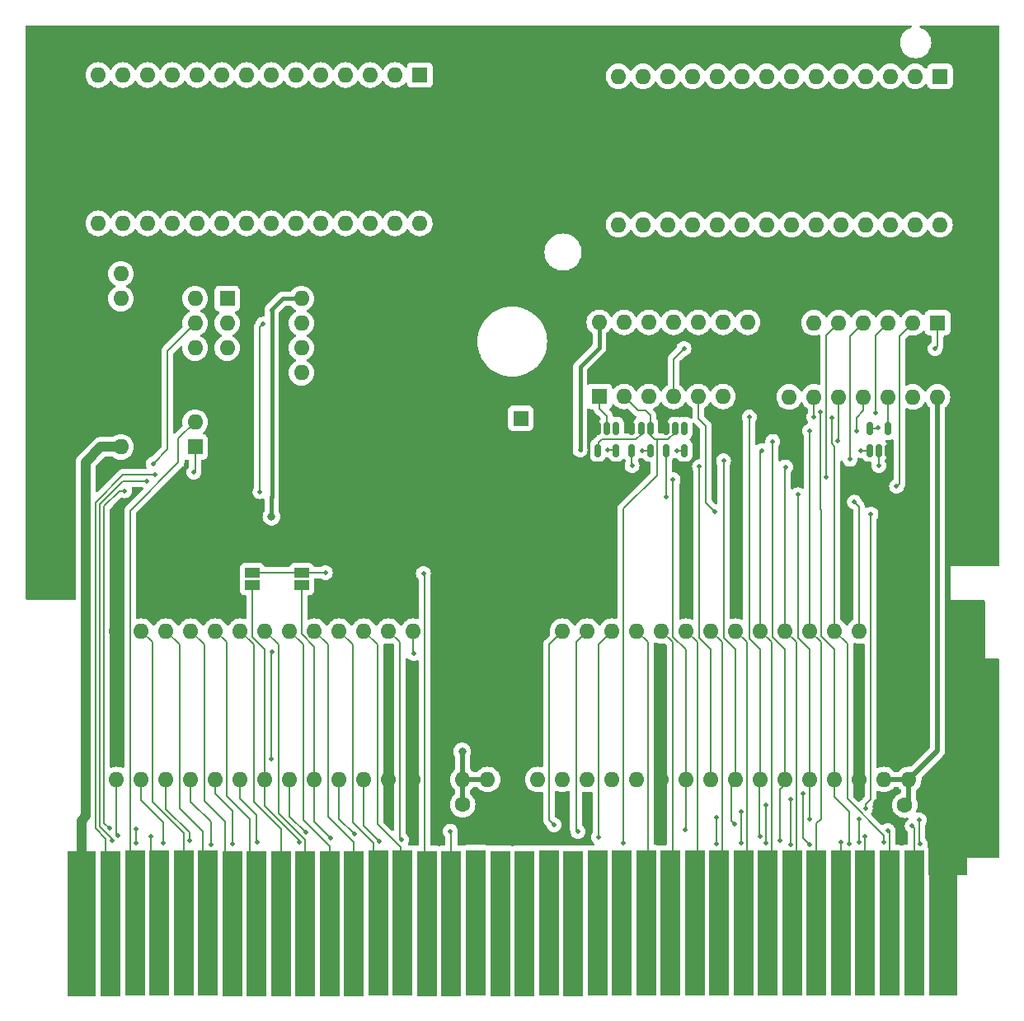
<source format=gbr>
%TF.GenerationSoftware,KiCad,Pcbnew,(7.0.0)*%
%TF.CreationDate,2023-06-26T18:42:24-07:00*%
%TF.ProjectId,AS-NES-Mapper474,41532d4e-4553-42d4-9d61-707065723437,rev?*%
%TF.SameCoordinates,Original*%
%TF.FileFunction,Copper,L1,Top*%
%TF.FilePolarity,Positive*%
%FSLAX46Y46*%
G04 Gerber Fmt 4.6, Leading zero omitted, Abs format (unit mm)*
G04 Created by KiCad (PCBNEW (7.0.0)) date 2023-06-26 18:42:24*
%MOMM*%
%LPD*%
G01*
G04 APERTURE LIST*
G04 Aperture macros list*
%AMRoundRect*
0 Rectangle with rounded corners*
0 $1 Rounding radius*
0 $2 $3 $4 $5 $6 $7 $8 $9 X,Y pos of 4 corners*
0 Add a 4 corners polygon primitive as box body*
4,1,4,$2,$3,$4,$5,$6,$7,$8,$9,$2,$3,0*
0 Add four circle primitives for the rounded corners*
1,1,$1+$1,$2,$3*
1,1,$1+$1,$4,$5*
1,1,$1+$1,$6,$7*
1,1,$1+$1,$8,$9*
0 Add four rect primitives between the rounded corners*
20,1,$1+$1,$2,$3,$4,$5,0*
20,1,$1+$1,$4,$5,$6,$7,0*
20,1,$1+$1,$6,$7,$8,$9,0*
20,1,$1+$1,$8,$9,$2,$3,0*%
G04 Aperture macros list end*
%TA.AperFunction,ComponentPad*%
%ADD10C,1.600000*%
%TD*%
%TA.AperFunction,ComponentPad*%
%ADD11R,1.600000X1.600000*%
%TD*%
%TA.AperFunction,ComponentPad*%
%ADD12O,1.600000X1.600000*%
%TD*%
%TA.AperFunction,SMDPad,CuDef*%
%ADD13R,3.000000X15.000000*%
%TD*%
%TA.AperFunction,SMDPad,CuDef*%
%ADD14R,2.000000X15.000000*%
%TD*%
%TA.AperFunction,SMDPad,CuDef*%
%ADD15R,1.500000X1.000000*%
%TD*%
%TA.AperFunction,SMDPad,CuDef*%
%ADD16RoundRect,0.150000X-0.150000X0.512500X-0.150000X-0.512500X0.150000X-0.512500X0.150000X0.512500X0*%
%TD*%
%TA.AperFunction,SMDPad,CuDef*%
%ADD17RoundRect,0.150000X0.150000X-0.512500X0.150000X0.512500X-0.150000X0.512500X-0.150000X-0.512500X0*%
%TD*%
%TA.AperFunction,ViaPad*%
%ADD18C,0.500000*%
%TD*%
%TA.AperFunction,ViaPad*%
%ADD19C,0.800000*%
%TD*%
%TA.AperFunction,Conductor*%
%ADD20C,0.200000*%
%TD*%
%TA.AperFunction,Conductor*%
%ADD21C,1.000000*%
%TD*%
%TA.AperFunction,Conductor*%
%ADD22C,0.500000*%
%TD*%
%TA.AperFunction,Conductor*%
%ADD23C,0.400000*%
%TD*%
G04 APERTURE END LIST*
D10*
%TO.P,C2,1*%
%TO.N,VCC*%
X142850000Y-127770000D03*
%TO.P,C2,2*%
%TO.N,GND*%
X140350000Y-127770000D03*
%TD*%
D11*
%TO.P,U2,1,NC*%
%TO.N,GND*%
X100006699Y-109889999D03*
D12*
%TO.P,U2,2,A16*%
X97466699Y-109889999D03*
%TO.P,U2,3,A15*%
X94926699Y-109889999D03*
%TO.P,U2,4,A12*%
%TO.N,/PPU_A12*%
X92386699Y-109889999D03*
%TO.P,U2,5,A7*%
%TO.N,/PPU_A7*%
X89846699Y-109889999D03*
%TO.P,U2,6,A6*%
%TO.N,/PPU_A6*%
X87306699Y-109889999D03*
%TO.P,U2,7,A5*%
%TO.N,/PPU_A5*%
X84766699Y-109889999D03*
%TO.P,U2,8,A4*%
%TO.N,/PPU_A4*%
X82226699Y-109889999D03*
%TO.P,U2,9,A3*%
%TO.N,/PPU_A3*%
X79686699Y-109889999D03*
%TO.P,U2,10,A2*%
%TO.N,/PPU_A2*%
X77146699Y-109889999D03*
%TO.P,U2,11,A1*%
%TO.N,/PPU_A1*%
X74606699Y-109889999D03*
%TO.P,U2,12,A0*%
%TO.N,/PPU_A0*%
X72066699Y-109889999D03*
%TO.P,U2,13,D0*%
%TO.N,/PPU_D0*%
X69526699Y-109889999D03*
%TO.P,U2,14,D1*%
%TO.N,/PPU_D1*%
X66986699Y-109889999D03*
%TO.P,U2,15,D2*%
%TO.N,/PPU_D2*%
X64446699Y-109889999D03*
%TO.P,U2,16,GND*%
%TO.N,GND*%
X61906699Y-109889999D03*
%TO.P,U2,17,D3*%
%TO.N,/PPU_D3*%
X61906699Y-125129999D03*
%TO.P,U2,18,D4*%
%TO.N,/PPU_D4*%
X64446699Y-125129999D03*
%TO.P,U2,19,D5*%
%TO.N,/PPU_D5*%
X66986699Y-125129999D03*
%TO.P,U2,20,D6*%
%TO.N,/PPU_D6*%
X69526699Y-125129999D03*
%TO.P,U2,21,D7*%
%TO.N,/PPU_D7*%
X72066699Y-125129999D03*
%TO.P,U2,22,CE*%
%TO.N,/PPU_A13*%
X74606699Y-125129999D03*
%TO.P,U2,23,A10*%
%TO.N,/PPU_A10*%
X77146699Y-125129999D03*
%TO.P,U2,24,OE*%
%TO.N,/PPU_~{RD}*%
X79686699Y-125129999D03*
%TO.P,U2,25,A11*%
%TO.N,/PPU_A11*%
X82226699Y-125129999D03*
%TO.P,U2,26,A9*%
%TO.N,/PPU_A9*%
X84766699Y-125129999D03*
%TO.P,U2,27,A8*%
%TO.N,/PPU_A8*%
X87306699Y-125129999D03*
%TO.P,U2,28,A13*%
%TO.N,GND*%
X89846699Y-125129999D03*
%TO.P,U2,29,A14*%
X92386699Y-125129999D03*
%TO.P,U2,30,NC*%
X94926699Y-125129999D03*
%TO.P,U2,31,PGM*%
%TO.N,VCC*%
X97466699Y-125129999D03*
%TO.P,U2,32,VCC*%
X100006699Y-125129999D03*
%TD*%
D13*
%TO.P,J1,1,GND*%
%TO.N,GND*%
X146786599Y-139903599D03*
D14*
%TO.P,J1,2,CPU_A11*%
%TO.N,/CPU_A11*%
X143786599Y-139878599D03*
%TO.P,J1,3,CPU_A10*%
%TO.N,/CPU_A10*%
X141286599Y-139878599D03*
%TO.P,J1,4,CPU_A9*%
%TO.N,/CPU_A9*%
X138786599Y-139878599D03*
%TO.P,J1,5,CPU_A8*%
%TO.N,/CPU_A8*%
X136286599Y-139878599D03*
%TO.P,J1,6,CPU_A7*%
%TO.N,/CPU_A7*%
X133786599Y-139878599D03*
%TO.P,J1,7,CPU_A6*%
%TO.N,/CPU_A6*%
X131286599Y-139878599D03*
%TO.P,J1,8,CPU_A5*%
%TO.N,/CPU_A5*%
X128786599Y-139878599D03*
%TO.P,J1,9,CPU_A4*%
%TO.N,/CPU_A4*%
X126286599Y-139878599D03*
%TO.P,J1,10,CPU_A3*%
%TO.N,/CPU_A3*%
X123786599Y-139903599D03*
%TO.P,J1,11,CPU_A2*%
%TO.N,/CPU_A2*%
X121286599Y-139853599D03*
%TO.P,J1,12,CPU_A1*%
%TO.N,/CPU_A1*%
X118786599Y-139903599D03*
%TO.P,J1,13,CPU_A0*%
%TO.N,/CPU_A0*%
X116286599Y-139878599D03*
%TO.P,J1,14,CPU_R~{W}*%
%TO.N,/CPU_R~{W}*%
X113786599Y-139903599D03*
%TO.P,J1,15,~{IRQ}*%
%TO.N,unconnected-(J1-~{IRQ}-Pad15)*%
X111286599Y-139903599D03*
%TO.P,J1,16,EXP_0*%
%TO.N,unconnected-(J1-EXP_0-Pad16)*%
X108786599Y-139928599D03*
%TO.P,J1,17,EXP_1*%
%TO.N,unconnected-(J1-EXP_1-Pad17)*%
X106286599Y-139903599D03*
%TO.P,J1,18,EXP_2*%
%TO.N,unconnected-(J1-EXP_2-Pad18)*%
X103786599Y-139928599D03*
%TO.P,J1,19,EXP_3*%
%TO.N,unconnected-(J1-EXP_3-Pad19)*%
X101286599Y-139928599D03*
%TO.P,J1,20,EXP_4*%
%TO.N,unconnected-(J1-EXP_4-Pad20)*%
X98786599Y-139878599D03*
%TO.P,J1,21,PPU_~{RD}*%
%TO.N,/PPU_~{RD}*%
X96286599Y-139928599D03*
%TO.P,J1,22,CIRAM_A10*%
%TO.N,/CIRAM_A10*%
X93786599Y-139928599D03*
%TO.P,J1,23,PPU_A6*%
%TO.N,/PPU_A6*%
X91286599Y-139903599D03*
%TO.P,J1,24,PPU_A5*%
%TO.N,/PPU_A5*%
X88786599Y-139903599D03*
%TO.P,J1,25,PPU_A4*%
%TO.N,/PPU_A4*%
X86286599Y-139928599D03*
%TO.P,J1,26,PPU_A3*%
%TO.N,/PPU_A3*%
X83786599Y-139928599D03*
%TO.P,J1,27,PPU_A2*%
%TO.N,/PPU_A2*%
X81286599Y-139928599D03*
%TO.P,J1,28,PPU_A1*%
%TO.N,/PPU_A1*%
X78786599Y-139953599D03*
%TO.P,J1,29,PPU_A0*%
%TO.N,/PPU_A0*%
X76286599Y-139953599D03*
%TO.P,J1,30,PPU_D0*%
%TO.N,/PPU_D0*%
X73786599Y-139928599D03*
%TO.P,J1,31,PPU_D1*%
%TO.N,/PPU_D1*%
X71286599Y-139903599D03*
%TO.P,J1,32,PPU_D2*%
%TO.N,/PPU_D2*%
X68786599Y-139903599D03*
%TO.P,J1,33,PPU_D3*%
%TO.N,/PPU_D3*%
X66286599Y-139903599D03*
%TO.P,J1,34,CIC_toPak*%
%TO.N,/CIC_CART*%
X63786599Y-139903599D03*
%TO.P,J1,35,CIC_toMB*%
%TO.N,/CIC_MB*%
X61286599Y-139928599D03*
D13*
%TO.P,J1,36,VCC*%
%TO.N,VCC*%
X58286599Y-139928599D03*
%TD*%
D15*
%TO.P,JP2,1,A*%
%TO.N,/CIRAM_A10*%
X80899999Y-103889999D03*
%TO.P,JP2,2,B*%
%TO.N,/PPU_A11*%
X80899999Y-105189999D03*
%TD*%
D16*
%TO.P,U13,1*%
%TO.N,/~{ROMSEL}*%
X116720000Y-89052500D03*
%TO.P,U13,2*%
%TO.N,/~{ALTOE}*%
X115770000Y-89052500D03*
%TO.P,U13,3,GND*%
%TO.N,GND*%
X114820000Y-89052500D03*
%TO.P,U13,4*%
%TO.N,/~{OE}*%
X114820000Y-91327500D03*
%TO.P,U13,5,VCC*%
%TO.N,VCC*%
X116720000Y-91327500D03*
%TD*%
D11*
%TO.P,U5,1,P0.0*%
%TO.N,/CIC_MB*%
X69969999Y-90959999D03*
D12*
%TO.P,U5,2,P0.1*%
%TO.N,/CIC_CART*%
X69969999Y-88419999D03*
%TO.P,U5,3,P0.2*%
%TO.N,GND*%
X69969999Y-85879999D03*
%TO.P,U5,4,P0.3*%
X69969999Y-83339999D03*
%TO.P,U5,5,XOUT*%
%TO.N,unconnected-(U5-XOUT-Pad5)*%
X69969999Y-80799999D03*
%TO.P,U5,6,XIN*%
%TO.N,/CIC_CLK*%
X69969999Y-78259999D03*
%TO.P,U5,7,RESET*%
%TO.N,/CIC_RESET*%
X69969999Y-75719999D03*
%TO.P,U5,8,GND*%
%TO.N,GND*%
X69969999Y-73179999D03*
%TO.P,U5,9,P1.0*%
%TO.N,unconnected-(U5-P1.0-Pad9)*%
X62349999Y-73179999D03*
%TO.P,U5,10,P1.1*%
%TO.N,unconnected-(U5-P1.1-Pad10)*%
X62349999Y-75719999D03*
%TO.P,U5,11,P1.2*%
%TO.N,GND*%
X62349999Y-78259999D03*
%TO.P,U5,12,P1.3*%
X62349999Y-80799999D03*
%TO.P,U5,13,P2.0*%
X62349999Y-83339999D03*
%TO.P,U5,14,P2.1*%
X62349999Y-85879999D03*
%TO.P,U5,15,P2.2*%
X62349999Y-88419999D03*
%TO.P,U5,16,VCC*%
%TO.N,VCC*%
X62349999Y-90959999D03*
%TD*%
D11*
%TO.P,C1,1*%
%TO.N,VCC*%
X103405112Y-88029999D03*
D10*
%TO.P,C1,2*%
%TO.N,GND*%
X100905113Y-88030000D03*
%TD*%
D11*
%TO.P,U1,1,A18*%
%TO.N,GND*%
X143249999Y-109889999D03*
D12*
%TO.P,U1,2,A16*%
X140709999Y-109889999D03*
%TO.P,U1,3,A15*%
%TO.N,/PRG_A15*%
X138169999Y-109889999D03*
%TO.P,U1,4,A12*%
%TO.N,/CPU_A12*%
X135629999Y-109889999D03*
%TO.P,U1,5,A7*%
%TO.N,/CPU_A7*%
X133089999Y-109889999D03*
%TO.P,U1,6,A6*%
%TO.N,/CPU_A6*%
X130549999Y-109889999D03*
%TO.P,U1,7,A5*%
%TO.N,/CPU_A5*%
X128009999Y-109889999D03*
%TO.P,U1,8,A4*%
%TO.N,/CPU_A4*%
X125469999Y-109889999D03*
%TO.P,U1,9,A3*%
%TO.N,/CPU_A3*%
X122929999Y-109889999D03*
%TO.P,U1,10,A2*%
%TO.N,/CPU_A2*%
X120389999Y-109889999D03*
%TO.P,U1,11,A1*%
%TO.N,/CPU_A1*%
X117849999Y-109889999D03*
%TO.P,U1,12,A0*%
%TO.N,/CPU_A0*%
X115309999Y-109889999D03*
%TO.P,U1,13,D0*%
%TO.N,/CPU_D0*%
X112769999Y-109889999D03*
%TO.P,U1,14,D1*%
%TO.N,/CPU_D1*%
X110229999Y-109889999D03*
%TO.P,U1,15,D2*%
%TO.N,/CPU_D2*%
X107689999Y-109889999D03*
%TO.P,U1,16,GND*%
%TO.N,GND*%
X105149999Y-109889999D03*
%TO.P,U1,17,D3*%
%TO.N,/CPU_D3*%
X105149999Y-125129999D03*
%TO.P,U1,18,D4*%
%TO.N,/CPU_D4*%
X107689999Y-125129999D03*
%TO.P,U1,19,D5*%
%TO.N,/CPU_D5*%
X110229999Y-125129999D03*
%TO.P,U1,20,D6*%
%TO.N,/CPU_D6*%
X112769999Y-125129999D03*
%TO.P,U1,21,D7*%
%TO.N,/CPU_D7*%
X115309999Y-125129999D03*
%TO.P,U1,22,CE*%
%TO.N,GND*%
X117849999Y-125129999D03*
%TO.P,U1,23,A10*%
%TO.N,/CPU_A10*%
X120389999Y-125129999D03*
%TO.P,U1,24,OE*%
%TO.N,/~{OE}*%
X122929999Y-125129999D03*
%TO.P,U1,25,A11*%
%TO.N,/CPU_A11*%
X125469999Y-125129999D03*
%TO.P,U1,26,A9*%
%TO.N,/CPU_A9*%
X128009999Y-125129999D03*
%TO.P,U1,27,A8*%
%TO.N,/CPU_A8*%
X130549999Y-125129999D03*
%TO.P,U1,28,A13*%
%TO.N,/CPU_A13*%
X133089999Y-125129999D03*
%TO.P,U1,29,A14*%
%TO.N,/CPU_A14*%
X135629999Y-125129999D03*
%TO.P,U1,30,A17*%
%TO.N,GND*%
X138169999Y-125129999D03*
%TO.P,U1,31,PGM*%
%TO.N,VCC*%
X140709999Y-125129999D03*
%TO.P,U1,32,VCC*%
X143249999Y-125129999D03*
%TD*%
D11*
%TO.P,U4,1,OR_out*%
%TO.N,/CPU_OR_A5_TO_A13*%
X146214999Y-78209999D03*
D12*
%TO.P,U4,2*%
%TO.N,/CPU_A13*%
X143674999Y-78209999D03*
%TO.P,U4,3*%
%TO.N,/CPU_A12*%
X141134999Y-78209999D03*
%TO.P,U4,4*%
%TO.N,/CPU_A11*%
X138594999Y-78209999D03*
%TO.P,U4,5*%
%TO.N,/CPU_A10*%
X136054999Y-78209999D03*
%TO.P,U4,6*%
%TO.N,N/C*%
X133514999Y-78209999D03*
%TO.P,U4,7,Vss*%
%TO.N,GND*%
X130974999Y-78209999D03*
%TO.P,U4,8*%
%TO.N,N/C*%
X130974999Y-85829999D03*
%TO.P,U4,9*%
%TO.N,/CPU_A9*%
X133514999Y-85829999D03*
%TO.P,U4,10*%
%TO.N,/CPU_A8*%
X136054999Y-85829999D03*
%TO.P,U4,11*%
%TO.N,/CPU_A7*%
X138594999Y-85829999D03*
%TO.P,U4,12*%
%TO.N,/CPU_A5_OR_A6*%
X141134999Y-85829999D03*
%TO.P,U4,13,NOR_out*%
%TO.N,unconnected-(U4-NOR_out-Pad13)*%
X143674999Y-85829999D03*
%TO.P,U4,14,Vdd*%
%TO.N,VCC*%
X146214999Y-85829999D03*
%TD*%
D17*
%TO.P,U12,1*%
%TO.N,/CPU_A5*%
X139240000Y-91327500D03*
%TO.P,U12,2*%
%TO.N,/CPU_A6*%
X140190000Y-91327500D03*
%TO.P,U12,3,GND*%
%TO.N,GND*%
X141140000Y-91327500D03*
%TO.P,U12,4*%
%TO.N,/CPU_A5_OR_A6*%
X141140000Y-89052500D03*
%TO.P,U12,5,VCC*%
%TO.N,VCC*%
X139240000Y-89052500D03*
%TD*%
D10*
%TO.P,C3,1*%
%TO.N,VCC*%
X97440000Y-127720000D03*
%TO.P,C3,2*%
%TO.N,GND*%
X94940000Y-127720000D03*
%TD*%
D16*
%TO.P,U15,1*%
%TO.N,N/C*%
X120210000Y-89052500D03*
%TO.P,U15,2*%
%TO.N,/~{ROMSEL}*%
X119260000Y-89052500D03*
%TO.P,U15,3,GND*%
%TO.N,GND*%
X118310000Y-89052500D03*
%TO.P,U15,4*%
%TO.N,/PRG_A15*%
X118310000Y-91327500D03*
%TO.P,U15,5,VCC*%
%TO.N,VCC*%
X120210000Y-91327500D03*
%TD*%
D11*
%TO.P,U10,1,A14*%
%TO.N,unconnected-(U10-A14-Pad1)*%
X146459999Y-52884999D03*
D12*
%TO.P,U10,2,A12*%
%TO.N,unconnected-(U10-A12-Pad2)*%
X143919999Y-52884999D03*
%TO.P,U10,3,A7*%
%TO.N,unconnected-(U10-A7-Pad3)*%
X141379999Y-52884999D03*
%TO.P,U10,4,A6*%
%TO.N,unconnected-(U10-A6-Pad4)*%
X138839999Y-52884999D03*
%TO.P,U10,5,A5*%
%TO.N,unconnected-(U10-A5-Pad5)*%
X136299999Y-52884999D03*
%TO.P,U10,6,A4*%
%TO.N,unconnected-(U10-A4-Pad6)*%
X133759999Y-52884999D03*
%TO.P,U10,7,A3*%
%TO.N,unconnected-(U10-A3-Pad7)*%
X131219999Y-52884999D03*
%TO.P,U10,8,A2*%
%TO.N,unconnected-(U10-A2-Pad8)*%
X128679999Y-52884999D03*
%TO.P,U10,9,A1*%
%TO.N,unconnected-(U10-A1-Pad9)*%
X126139999Y-52884999D03*
%TO.P,U10,10,A0*%
%TO.N,unconnected-(U10-A0-Pad10)*%
X123599999Y-52884999D03*
%TO.P,U10,11,D0*%
%TO.N,unconnected-(U10-D0-Pad11)*%
X121059999Y-52884999D03*
%TO.P,U10,12,D1*%
%TO.N,unconnected-(U10-D1-Pad12)*%
X118519999Y-52884999D03*
%TO.P,U10,13,D2*%
%TO.N,unconnected-(U10-D2-Pad13)*%
X115979999Y-52884999D03*
%TO.P,U10,14,GND*%
%TO.N,unconnected-(U10-GND-Pad14)*%
X113439999Y-52884999D03*
%TO.P,U10,15,D3*%
%TO.N,unconnected-(U10-D3-Pad15)*%
X113439999Y-68124999D03*
%TO.P,U10,16,D4*%
%TO.N,unconnected-(U10-D4-Pad16)*%
X115979999Y-68124999D03*
%TO.P,U10,17,D5*%
%TO.N,unconnected-(U10-D5-Pad17)*%
X118519999Y-68124999D03*
%TO.P,U10,18,D6*%
%TO.N,unconnected-(U10-D6-Pad18)*%
X121059999Y-68124999D03*
%TO.P,U10,19,D7*%
%TO.N,unconnected-(U10-D7-Pad19)*%
X123599999Y-68124999D03*
%TO.P,U10,20,~{CS}*%
%TO.N,unconnected-(U10-~{CS}-Pad20)*%
X126139999Y-68124999D03*
%TO.P,U10,21,A10*%
%TO.N,unconnected-(U10-A10-Pad21)*%
X128679999Y-68124999D03*
%TO.P,U10,22,~{OE}*%
%TO.N,unconnected-(U10-~{OE}-Pad22)*%
X131219999Y-68124999D03*
%TO.P,U10,23,A11*%
%TO.N,unconnected-(U10-A11-Pad23)*%
X133759999Y-68124999D03*
%TO.P,U10,24,A9*%
%TO.N,unconnected-(U10-A9-Pad24)*%
X136299999Y-68124999D03*
%TO.P,U10,25,A8*%
%TO.N,unconnected-(U10-A8-Pad25)*%
X138839999Y-68124999D03*
%TO.P,U10,26,A13*%
%TO.N,unconnected-(U10-A13-Pad26)*%
X141379999Y-68124999D03*
%TO.P,U10,27,~{WE}*%
%TO.N,unconnected-(U10-~{WE}-Pad27)*%
X143919999Y-68124999D03*
%TO.P,U10,28,VCC*%
%TO.N,unconnected-(U10-VCC-Pad28)*%
X146459999Y-68124999D03*
%TD*%
D16*
%TO.P,U14,1*%
%TO.N,N/C*%
X113220000Y-89052500D03*
%TO.P,U14,2*%
%TO.N,/ALTOE*%
X112270000Y-89052500D03*
%TO.P,U14,3,GND*%
%TO.N,GND*%
X111320000Y-89052500D03*
%TO.P,U14,4*%
%TO.N,/~{ALTOE}*%
X111320000Y-91327500D03*
%TO.P,U14,5,VCC*%
%TO.N,VCC*%
X113220000Y-91327500D03*
%TD*%
D11*
%TO.P,U6,1,~{RESET}/PB5*%
%TO.N,unconnected-(U6-~{RESET}{slash}PB5-Pad1)*%
X73259999Y-75719999D03*
D12*
%TO.P,U6,2,PB3*%
%TO.N,/CIC_CLK*%
X73259999Y-78259999D03*
%TO.P,U6,3,PB4*%
%TO.N,unconnected-(U6-PB4-Pad3)*%
X73259999Y-80799999D03*
%TO.P,U6,4,GND*%
%TO.N,GND*%
X73259999Y-83339999D03*
%TO.P,U6,5,PB0*%
%TO.N,/CIC_MB*%
X80879999Y-83339999D03*
%TO.P,U6,6,PB1*%
%TO.N,/CIC_CART*%
X80879999Y-80799999D03*
%TO.P,U6,7,PB2*%
%TO.N,/CIC_RST*%
X80879999Y-78259999D03*
%TO.P,U6,8,VCC*%
%TO.N,VCC*%
X80879999Y-75719999D03*
%TD*%
D15*
%TO.P,JP1,1,A*%
%TO.N,/CIRAM_A10*%
X75849999Y-103889999D03*
%TO.P,JP1,2,B*%
%TO.N,/PPU_A10*%
X75849999Y-105189999D03*
%TD*%
D11*
%TO.P,U9,1,A14*%
%TO.N,unconnected-(U9-A14-Pad1)*%
X93039999Y-52754999D03*
D12*
%TO.P,U9,2,A12*%
%TO.N,unconnected-(U9-A12-Pad2)*%
X90499999Y-52754999D03*
%TO.P,U9,3,A7*%
%TO.N,unconnected-(U9-A7-Pad3)*%
X87959999Y-52754999D03*
%TO.P,U9,4,A6*%
%TO.N,unconnected-(U9-A6-Pad4)*%
X85419999Y-52754999D03*
%TO.P,U9,5,A5*%
%TO.N,unconnected-(U9-A5-Pad5)*%
X82879999Y-52754999D03*
%TO.P,U9,6,A4*%
%TO.N,unconnected-(U9-A4-Pad6)*%
X80339999Y-52754999D03*
%TO.P,U9,7,A3*%
%TO.N,unconnected-(U9-A3-Pad7)*%
X77799999Y-52754999D03*
%TO.P,U9,8,A2*%
%TO.N,unconnected-(U9-A2-Pad8)*%
X75259999Y-52754999D03*
%TO.P,U9,9,A1*%
%TO.N,unconnected-(U9-A1-Pad9)*%
X72719999Y-52754999D03*
%TO.P,U9,10,A0*%
%TO.N,unconnected-(U9-A0-Pad10)*%
X70179999Y-52754999D03*
%TO.P,U9,11,D0*%
%TO.N,unconnected-(U9-D0-Pad11)*%
X67639999Y-52754999D03*
%TO.P,U9,12,D1*%
%TO.N,unconnected-(U9-D1-Pad12)*%
X65099999Y-52754999D03*
%TO.P,U9,13,D2*%
%TO.N,unconnected-(U9-D2-Pad13)*%
X62559999Y-52754999D03*
%TO.P,U9,14,GND*%
%TO.N,unconnected-(U9-GND-Pad14)*%
X60019999Y-52754999D03*
%TO.P,U9,15,D3*%
%TO.N,unconnected-(U9-D3-Pad15)*%
X60019999Y-67994999D03*
%TO.P,U9,16,D4*%
%TO.N,unconnected-(U9-D4-Pad16)*%
X62559999Y-67994999D03*
%TO.P,U9,17,D5*%
%TO.N,unconnected-(U9-D5-Pad17)*%
X65099999Y-67994999D03*
%TO.P,U9,18,D6*%
%TO.N,unconnected-(U9-D6-Pad18)*%
X67639999Y-67994999D03*
%TO.P,U9,19,D7*%
%TO.N,unconnected-(U9-D7-Pad19)*%
X70179999Y-67994999D03*
%TO.P,U9,20,~{CS}*%
%TO.N,unconnected-(U9-~{CS}-Pad20)*%
X72719999Y-67994999D03*
%TO.P,U9,21,A10*%
%TO.N,unconnected-(U9-A10-Pad21)*%
X75259999Y-67994999D03*
%TO.P,U9,22,~{OE}*%
%TO.N,unconnected-(U9-~{OE}-Pad22)*%
X77799999Y-67994999D03*
%TO.P,U9,23,A11*%
%TO.N,unconnected-(U9-A11-Pad23)*%
X80339999Y-67994999D03*
%TO.P,U9,24,A9*%
%TO.N,unconnected-(U9-A9-Pad24)*%
X82879999Y-67994999D03*
%TO.P,U9,25,A8*%
%TO.N,unconnected-(U9-A8-Pad25)*%
X85419999Y-67994999D03*
%TO.P,U9,26,A13*%
%TO.N,unconnected-(U9-A13-Pad26)*%
X87959999Y-67994999D03*
%TO.P,U9,27,~{WE}*%
%TO.N,unconnected-(U9-~{WE}-Pad27)*%
X90499999Y-67994999D03*
%TO.P,U9,28,VCC*%
%TO.N,unconnected-(U9-VCC-Pad28)*%
X93039999Y-67994999D03*
%TD*%
D11*
%TO.P,U11,1*%
%TO.N,/ALTOE*%
X111474999Y-85779999D03*
D12*
%TO.P,U11,2*%
%TO.N,/~{ROMSEL}*%
X114014999Y-85779999D03*
%TO.P,U11,3*%
%TO.N,/CPU_A14*%
X116554999Y-85779999D03*
%TO.P,U11,4*%
%TO.N,/CPU_OR_A5_TO_A13*%
X119094999Y-85779999D03*
%TO.P,U11,5*%
%TO.N,/M2*%
X121634999Y-85779999D03*
%TO.P,U11,6*%
%TO.N,N/C*%
X124174999Y-85779999D03*
%TO.P,U11,7,Vss*%
%TO.N,GND*%
X126714999Y-85779999D03*
%TO.P,U11,8*%
%TO.N,N/C*%
X126714999Y-78159999D03*
%TO.P,U11,9*%
X124174999Y-78159999D03*
%TO.P,U11,10*%
X121634999Y-78159999D03*
%TO.P,U11,11*%
X119094999Y-78159999D03*
%TO.P,U11,12*%
X116554999Y-78159999D03*
%TO.P,U11,13*%
X114014999Y-78159999D03*
%TO.P,U11,14,Vdd*%
%TO.N,VCC*%
X111474999Y-78159999D03*
%TD*%
D18*
%TO.N,/CIC_CLK*%
X65020000Y-94459500D03*
X65650000Y-92700000D03*
X61410000Y-131440000D03*
%TO.N,GND*%
X141130000Y-92400000D03*
X121400000Y-89340000D03*
X144250000Y-93800000D03*
X118260000Y-87930000D03*
X128090000Y-89940000D03*
X125400000Y-90440000D03*
X88570000Y-89010000D03*
X138380000Y-94030000D03*
X111330000Y-87990000D03*
X123510000Y-88620000D03*
X140350000Y-96670000D03*
X109930000Y-93950000D03*
X114830000Y-87880000D03*
%TO.N,/CIC_MB*%
X69840000Y-93590000D03*
X65870000Y-93860000D03*
%TO.N,/CIC_RST*%
X62730000Y-95480000D03*
X63896200Y-131630000D03*
X63896200Y-130210000D03*
X76940000Y-78350000D03*
X76630000Y-95570000D03*
X61152109Y-130127891D03*
D19*
%TO.N,VCC*%
X77810000Y-98140000D03*
X58750000Y-98140000D03*
D18*
X115910000Y-91360000D03*
X119470000Y-91360000D03*
X146215000Y-88700000D03*
D19*
X58750000Y-122250000D03*
D18*
X112310000Y-91280000D03*
D19*
X97390000Y-122250000D03*
D18*
X140110000Y-89010000D03*
X109500000Y-91280000D03*
%TO.N,/PRG_A15*%
X118360000Y-96100000D03*
X137670000Y-96640000D03*
%TO.N,/CPU_A12*%
X139810000Y-87510000D03*
X135390000Y-87970000D03*
X140687100Y-131550000D03*
%TO.N,/CPU_A7*%
X137860000Y-89310000D03*
X133080000Y-89310000D03*
%TO.N,/CPU_A6*%
X140170000Y-92910000D03*
X130600000Y-93020000D03*
%TO.N,/CPU_A5*%
X138300000Y-91340000D03*
X128160000Y-91350000D03*
%TO.N,/CPU_D0*%
X111380000Y-131060000D03*
%TO.N,/CPU_D1*%
X109290000Y-130510000D03*
%TO.N,/CPU_D2*%
X106810000Y-129780000D03*
%TO.N,/CPU_D3*%
X123480500Y-131770000D03*
X123480500Y-129008000D03*
%TO.N,/CPU_D4*%
X126020500Y-128408500D03*
X126020500Y-131670000D03*
%TO.N,/CPU_D5*%
X128560500Y-131650000D03*
X128550000Y-127809000D03*
%TO.N,/CPU_D6*%
X131100000Y-131849500D03*
X131100000Y-127209500D03*
%TO.N,/CPU_D7*%
X133080000Y-131849500D03*
X132360000Y-126610000D03*
%TO.N,/CPU_A10*%
X120280000Y-130340000D03*
X141120000Y-130410000D03*
X119060000Y-94340000D03*
X134780000Y-94050000D03*
%TO.N,/~{OE}*%
X121760000Y-93000000D03*
X114830000Y-92910000D03*
%TO.N,/CPU_A11*%
X137210000Y-92250000D03*
X124230000Y-92390000D03*
X143600000Y-129920000D03*
X125390000Y-129750500D03*
%TO.N,/CPU_A9*%
X138790000Y-131000000D03*
X127960000Y-130950000D03*
X133510000Y-87909500D03*
X126870000Y-87910000D03*
%TO.N,/CPU_A8*%
X136280000Y-131560000D03*
X135930000Y-90360000D03*
X129290000Y-90390000D03*
X130010000Y-131399500D03*
%TO.N,/CPU_A13*%
X131880000Y-95880000D03*
X133090000Y-129210500D03*
X138170000Y-129210500D03*
X142000000Y-95020000D03*
X138170000Y-131560000D03*
%TO.N,/CPU_A14*%
X137180000Y-131740000D03*
X134180500Y-87410000D03*
%TO.N,/PPU_A12*%
X77880000Y-112040000D03*
X92400000Y-112210000D03*
X77770000Y-123030000D03*
%TO.N,/PPU_A7*%
X91160000Y-131350000D03*
%TO.N,/PPU_D3*%
X65420000Y-130950000D03*
X62080000Y-130920000D03*
%TO.N,/PPU_D4*%
X66730000Y-131680000D03*
%TO.N,/PPU_D5*%
X69386100Y-131370000D03*
%TO.N,/PPU_D6*%
X71580000Y-131800000D03*
%TO.N,/PPU_D7*%
X73830000Y-131760000D03*
%TO.N,/PPU_A13*%
X76310000Y-131560000D03*
%TO.N,/PPU_A10*%
X80680000Y-131620000D03*
%TO.N,/PPU_~{RD}*%
X96180000Y-130440000D03*
X81320000Y-130550000D03*
%TO.N,/PPU_A11*%
X83860000Y-131130000D03*
%TO.N,/PPU_A9*%
X86310000Y-130770000D03*
%TO.N,/PPU_A8*%
X88890000Y-131460000D03*
%TO.N,/~{ROMSEL}*%
X113910000Y-131680000D03*
%TO.N,/CPU_OR_A5_TO_A13*%
X145960000Y-80880000D03*
X120170000Y-80860000D03*
%TO.N,/M2*%
X144350000Y-129300000D03*
X138800000Y-128120000D03*
X123320000Y-97630000D03*
X144410000Y-131770000D03*
X139380000Y-97860000D03*
%TO.N,/CIRAM_A10*%
X83340000Y-103870000D03*
X93410000Y-103960000D03*
%TD*%
D20*
%TO.N,/CIC_CLK*%
X61410000Y-131233604D02*
X60228198Y-130051802D01*
X60170000Y-129993604D02*
X60170000Y-96866396D01*
X67120000Y-91230000D02*
X65650000Y-92700000D01*
X60170000Y-96866396D02*
X62576896Y-94459500D01*
X62576896Y-94459500D02*
X65020000Y-94459500D01*
X60228198Y-130051802D02*
X60170000Y-129993604D01*
X69970000Y-78260000D02*
X67120000Y-81110000D01*
X67120000Y-81110000D02*
X67120000Y-91230000D01*
X61410000Y-131440000D02*
X61410000Y-131233604D01*
%TO.N,GND*%
X111320000Y-89052500D02*
X111320000Y-88000000D01*
X118310000Y-87980000D02*
X118260000Y-87930000D01*
X114820000Y-89052500D02*
X114820000Y-87890000D01*
X118310000Y-89052500D02*
X118310000Y-87980000D01*
X141140000Y-91327500D02*
X141140000Y-92390000D01*
X141140000Y-92390000D02*
X141130000Y-92400000D01*
X114820000Y-87890000D02*
X114830000Y-87880000D01*
X111320000Y-88000000D02*
X111330000Y-87990000D01*
%TO.N,/CIC_MB*%
X69970000Y-93460000D02*
X69970000Y-90960000D01*
X69840000Y-93590000D02*
X69970000Y-93460000D01*
X60756700Y-139398700D02*
X60756700Y-131216700D01*
X59720000Y-130180000D02*
X59720000Y-96680000D01*
X60756700Y-131216700D02*
X59720000Y-130180000D01*
X62540000Y-93860000D02*
X65870000Y-93860000D01*
X59720000Y-96680000D02*
X62540000Y-93860000D01*
%TO.N,/CIC_CART*%
X63296700Y-139413700D02*
X63296700Y-97503300D01*
X68260000Y-92540000D02*
X68260000Y-90130000D01*
X68260000Y-90130000D02*
X69970000Y-88420000D01*
X63296700Y-97503300D02*
X68260000Y-92540000D01*
%TO.N,/CIC_RST*%
X76630000Y-95570000D02*
X76630000Y-78660000D01*
X60620000Y-97070000D02*
X60620000Y-129595782D01*
X76630000Y-78660000D02*
X76940000Y-78350000D01*
X62730000Y-95480000D02*
X62210000Y-95480000D01*
X63896200Y-130210000D02*
X63896200Y-131630000D01*
X60620000Y-129595782D02*
X61152109Y-130127891D01*
X62210000Y-95480000D02*
X60620000Y-97070000D01*
D21*
%TO.N,VCC*%
X58750000Y-98140000D02*
X58750000Y-122250000D01*
X58750000Y-122250000D02*
X58750000Y-128890000D01*
D22*
X146215000Y-86700000D02*
X146215000Y-122165000D01*
X140710000Y-125130000D02*
X143250000Y-125130000D01*
D21*
X58286600Y-129353400D02*
X58286600Y-139928600D01*
D20*
X115942500Y-91327500D02*
X115910000Y-91360000D01*
D21*
X60300000Y-90960000D02*
X58750000Y-92510000D01*
D22*
X146215000Y-85830000D02*
X146215000Y-88700000D01*
D23*
X78980000Y-75720000D02*
X77810000Y-76890000D01*
X77850000Y-96100000D02*
X77810000Y-96140000D01*
D21*
X58750000Y-128890000D02*
X58286600Y-129353400D01*
D23*
X109500000Y-82740000D02*
X111475000Y-80765000D01*
D20*
X140067500Y-89052500D02*
X140110000Y-89010000D01*
D22*
X97466700Y-125130000D02*
X97466700Y-127693300D01*
D23*
X109500000Y-91280000D02*
X109500000Y-82740000D01*
D22*
X143250000Y-127370000D02*
X142850000Y-127770000D01*
D20*
X119502500Y-91327500D02*
X119470000Y-91360000D01*
D22*
X97466700Y-122326700D02*
X97390000Y-122250000D01*
D23*
X77810000Y-96140000D02*
X77810000Y-98140000D01*
D20*
X120210000Y-91327500D02*
X119502500Y-91327500D01*
D23*
X111475000Y-80765000D02*
X111475000Y-78160000D01*
D22*
X143250000Y-125130000D02*
X143250000Y-127370000D01*
D20*
X112310000Y-91280000D02*
X113172500Y-91280000D01*
D23*
X77850000Y-76930000D02*
X77850000Y-96100000D01*
D22*
X100006700Y-125130000D02*
X97466700Y-125130000D01*
D21*
X62350000Y-90960000D02*
X60300000Y-90960000D01*
D23*
X80880000Y-75720000D02*
X78980000Y-75720000D01*
D22*
X146215000Y-122165000D02*
X143250000Y-125130000D01*
D21*
X58750000Y-92510000D02*
X58750000Y-98140000D01*
D20*
X139240000Y-89052500D02*
X140067500Y-89052500D01*
D23*
X77810000Y-76890000D02*
X77850000Y-76930000D01*
D22*
X97466700Y-125130000D02*
X97466700Y-122326700D01*
D20*
X116720000Y-91327500D02*
X115942500Y-91327500D01*
%TO.N,/PRG_A15*%
X118310000Y-91327500D02*
X118310000Y-96050000D01*
X138170000Y-97140000D02*
X138170000Y-109890000D01*
X137670000Y-96640000D02*
X138170000Y-97140000D01*
X118310000Y-96050000D02*
X118360000Y-96100000D01*
%TO.N,/CPU_A12*%
X136940000Y-111200000D02*
X135630000Y-109890000D01*
X135630000Y-90908529D02*
X135330000Y-90608529D01*
X140687100Y-131550000D02*
X140687100Y-130879071D01*
X135330000Y-88030000D02*
X135390000Y-87970000D01*
X136940000Y-127131971D02*
X136940000Y-111200000D01*
X139810000Y-87510000D02*
X139810000Y-79535000D01*
X139810000Y-79535000D02*
X141135000Y-78210000D01*
X135330000Y-90608529D02*
X135330000Y-88030000D01*
X135630000Y-90908529D02*
X135630000Y-109890000D01*
X140687100Y-130879071D02*
X136940000Y-127131971D01*
%TO.N,/CPU_A7*%
X137860000Y-87990000D02*
X137860000Y-89310000D01*
X138595000Y-85830000D02*
X138595000Y-87255000D01*
X133080000Y-89310000D02*
X133090000Y-89320000D01*
X134240000Y-111040000D02*
X134240000Y-129200000D01*
X133090000Y-89320000D02*
X133090000Y-109890000D01*
X134240000Y-129200000D02*
X133786600Y-129653400D01*
X137860000Y-87990000D02*
X138595000Y-87255000D01*
X134240000Y-111040000D02*
X133090000Y-109890000D01*
X133786600Y-129653400D02*
X133786600Y-139878600D01*
%TO.N,/CPU_A6*%
X130550000Y-109890000D02*
X131700000Y-111040000D01*
X130550000Y-93070000D02*
X130550000Y-109890000D01*
X130600000Y-93020000D02*
X130550000Y-93070000D01*
X131700000Y-111040000D02*
X131700000Y-139465200D01*
X140170000Y-92910000D02*
X140170000Y-91347500D01*
%TO.N,/CPU_A5*%
X129160000Y-111040000D02*
X129160000Y-139505200D01*
X128010000Y-109890000D02*
X129160000Y-111040000D01*
X128010000Y-91500000D02*
X128010000Y-109890000D01*
X138300000Y-91340000D02*
X139227500Y-91340000D01*
X128160000Y-91350000D02*
X128010000Y-91500000D01*
%TO.N,/CPU_A4*%
X126620000Y-111040000D02*
X126620000Y-139545200D01*
X125470000Y-109890000D02*
X126620000Y-111040000D01*
%TO.N,/CPU_A3*%
X122930000Y-109890000D02*
X124080000Y-111040000D01*
X124080000Y-111040000D02*
X124080000Y-139610200D01*
%TO.N,/CPU_A2*%
X121540000Y-111040000D02*
X121540000Y-139600200D01*
X120390000Y-109890000D02*
X121540000Y-111040000D01*
%TO.N,/CPU_A1*%
X117850000Y-109890000D02*
X119000000Y-111040000D01*
X119000000Y-111040000D02*
X119000000Y-139690200D01*
%TO.N,/CPU_A0*%
X115310000Y-109890000D02*
X116460000Y-111040000D01*
X116460000Y-111040000D02*
X116460000Y-139705200D01*
%TO.N,/CPU_D0*%
X112770000Y-109890000D02*
X111380000Y-111280000D01*
X111380000Y-111280000D02*
X111380000Y-131060000D01*
%TO.N,/CPU_D1*%
X110230000Y-109890000D02*
X109080000Y-111040000D01*
X109080000Y-130300000D02*
X109290000Y-130510000D01*
X109080000Y-111040000D02*
X109080000Y-130300000D01*
%TO.N,/CPU_D2*%
X106300000Y-129270000D02*
X106810000Y-129780000D01*
X107690000Y-109890000D02*
X106300000Y-111280000D01*
X106300000Y-111280000D02*
X106300000Y-129270000D01*
%TO.N,/CPU_D3*%
X123480500Y-131770000D02*
X123480500Y-129008000D01*
%TO.N,/CPU_D4*%
X126020500Y-131670000D02*
X126020500Y-128408500D01*
%TO.N,/CPU_D5*%
X128560500Y-127819500D02*
X128550000Y-127809000D01*
X128560500Y-131650000D02*
X128560500Y-127819500D01*
%TO.N,/CPU_D6*%
X131100000Y-131849500D02*
X131100000Y-127209500D01*
%TO.N,/CPU_D7*%
X133080000Y-131849500D02*
X132360000Y-131129500D01*
X132360000Y-131129500D02*
X132360000Y-126610000D01*
%TO.N,/CPU_A10*%
X120390000Y-130230000D02*
X120390000Y-125130000D01*
X141286600Y-130576600D02*
X141120000Y-130410000D01*
X120390000Y-111793604D02*
X120390000Y-125130000D01*
X136055000Y-78210000D02*
X134780000Y-79485000D01*
X119060000Y-94340000D02*
X119060000Y-110463604D01*
X119060000Y-110463604D02*
X120390000Y-111793604D01*
X120280000Y-130340000D02*
X120390000Y-130230000D01*
X141286600Y-139878600D02*
X141286600Y-130576600D01*
X134780000Y-79485000D02*
X134780000Y-94050000D01*
%TO.N,/~{OE}*%
X121760000Y-93000000D02*
X121760000Y-110623604D01*
X114820000Y-92900000D02*
X114830000Y-92910000D01*
X122930000Y-111793604D02*
X122930000Y-125130000D01*
X114820000Y-91327500D02*
X114820000Y-92900000D01*
X121760000Y-110623604D02*
X122930000Y-111793604D01*
%TO.N,/CPU_A11*%
X124230000Y-110553604D02*
X125470000Y-111793604D01*
X143786600Y-139878600D02*
X143786600Y-130106600D01*
X137210000Y-79595000D02*
X137210000Y-92250000D01*
X125470000Y-111793604D02*
X125470000Y-125130000D01*
X124230000Y-92390000D02*
X124230000Y-110553604D01*
X125040000Y-125560000D02*
X125040000Y-129400500D01*
X143786600Y-130106600D02*
X143600000Y-129920000D01*
X125040000Y-129400500D02*
X125390000Y-129750500D01*
X138595000Y-78210000D02*
X137210000Y-79595000D01*
%TO.N,/CPU_A9*%
X138786600Y-139878600D02*
X138786600Y-131003400D01*
X133515000Y-87845000D02*
X133515000Y-85830000D01*
X138786600Y-131003400D02*
X138790000Y-131000000D01*
X127960000Y-130950000D02*
X127950000Y-130940000D01*
X126870000Y-87910000D02*
X126860000Y-87920000D01*
X126860000Y-110643604D02*
X128010000Y-111793604D01*
X128010000Y-111793604D02*
X128010000Y-125130000D01*
X126860000Y-87920000D02*
X126860000Y-110643604D01*
X133515000Y-87845000D02*
X133510000Y-87850000D01*
X133510000Y-87850000D02*
X133510000Y-87909500D01*
X127950000Y-130940000D02*
X127950000Y-125190000D01*
%TO.N,/CPU_A8*%
X136055000Y-90235000D02*
X135930000Y-90360000D01*
X129290000Y-90390000D02*
X129290000Y-110533604D01*
X129290000Y-110533604D02*
X130550000Y-111793604D01*
X136286600Y-131566600D02*
X136280000Y-131560000D01*
X130010000Y-131399500D02*
X130010000Y-126190000D01*
X136055000Y-90235000D02*
X136055000Y-85830000D01*
X136286600Y-139878600D02*
X136286600Y-131566600D01*
X130010000Y-126190000D02*
X130550000Y-125650000D01*
X130550000Y-111793604D02*
X130550000Y-125130000D01*
%TO.N,/CPU_A13*%
X133090000Y-125130000D02*
X133090000Y-129210500D01*
X131880000Y-110583604D02*
X133090000Y-111793604D01*
X143675000Y-78210000D02*
X142285000Y-79600000D01*
X131880000Y-95880000D02*
X131880000Y-110583604D01*
X138170000Y-129210500D02*
X138170000Y-131560000D01*
X133090000Y-111793604D02*
X133090000Y-125130000D01*
X142285000Y-94735000D02*
X142000000Y-95020000D01*
X142285000Y-79600000D02*
X142285000Y-94735000D01*
%TO.N,/CPU_A14*%
X135630000Y-126910000D02*
X135630000Y-125130000D01*
X134180000Y-97340000D02*
X134240000Y-97400000D01*
X134180000Y-97340000D02*
X134180000Y-87410500D01*
X137180000Y-128460000D02*
X135630000Y-126910000D01*
X135630000Y-111790000D02*
X135630000Y-125130000D01*
X134240000Y-110400000D02*
X135630000Y-111790000D01*
X134180000Y-87410500D02*
X134180500Y-87410000D01*
X137180000Y-131740000D02*
X137180000Y-128460000D01*
X134240000Y-97400000D02*
X134240000Y-110400000D01*
%TO.N,/PPU_A12*%
X92400000Y-112210000D02*
X92386700Y-112196700D01*
X77770000Y-112150000D02*
X77880000Y-112040000D01*
X92386700Y-112196700D02*
X92386700Y-109890000D01*
X77770000Y-123030000D02*
X77770000Y-112150000D01*
%TO.N,/PPU_A7*%
X89846700Y-109890000D02*
X90996700Y-111040000D01*
X90996700Y-131186700D02*
X91160000Y-131350000D01*
X90996700Y-111040000D02*
X90996700Y-131186700D01*
%TO.N,/PPU_A6*%
X87306700Y-109890000D02*
X88696700Y-111280000D01*
X88696700Y-129735229D02*
X91051471Y-132090000D01*
X91051471Y-132090000D02*
X91060000Y-132090000D01*
X91060000Y-132090000D02*
X91060000Y-139677000D01*
X88696700Y-111280000D02*
X88696700Y-129735229D01*
%TO.N,/PPU_A5*%
X84766700Y-109890000D02*
X86156700Y-111280000D01*
X86156700Y-111280000D02*
X86156700Y-129556700D01*
X88290000Y-131690000D02*
X88290000Y-139407000D01*
X86156700Y-129556700D02*
X88290000Y-131690000D01*
%TO.N,/PPU_A4*%
X83616700Y-128925229D02*
X86286600Y-131595129D01*
X86286600Y-131595129D02*
X86286600Y-139928600D01*
X83616700Y-111280000D02*
X83616700Y-128925229D01*
X82226700Y-109890000D02*
X83616700Y-111280000D01*
%TO.N,/PPU_A3*%
X81076700Y-111280000D02*
X81076700Y-129316700D01*
X79686700Y-109890000D02*
X81076700Y-111280000D01*
X81076700Y-129316700D02*
X83786600Y-132026600D01*
X83786600Y-132026600D02*
X83786600Y-139928600D01*
%TO.N,/PPU_A2*%
X78536700Y-111280000D02*
X78536700Y-128615229D01*
X77146700Y-109890000D02*
X78536700Y-111280000D01*
X78536700Y-128615229D02*
X81191471Y-131270000D01*
X81191471Y-131270000D02*
X81200000Y-131270000D01*
X81200000Y-131270000D02*
X81286600Y-131356600D01*
X81286600Y-131356600D02*
X81286600Y-139928600D01*
%TO.N,/PPU_A1*%
X75996700Y-127466700D02*
X78786600Y-130256600D01*
X74606700Y-109890000D02*
X75996700Y-111280000D01*
X75996700Y-111280000D02*
X75996700Y-127466700D01*
X78786600Y-130256600D02*
X78786600Y-139953600D01*
%TO.N,/PPU_A0*%
X73216700Y-111040000D02*
X73216700Y-126806700D01*
X72066700Y-109890000D02*
X73216700Y-111040000D01*
X75600000Y-129190000D02*
X75600000Y-139267000D01*
X73216700Y-126806700D02*
X75600000Y-129190000D01*
%TO.N,/PPU_D0*%
X69526700Y-109890000D02*
X70916700Y-111280000D01*
X70916700Y-127326700D02*
X73070000Y-129480000D01*
X70916700Y-111280000D02*
X70916700Y-127326700D01*
X73070000Y-129480000D02*
X73070000Y-139212000D01*
%TO.N,/PPU_D1*%
X68376700Y-128126700D02*
X70760000Y-130510000D01*
X68376700Y-111280000D02*
X68376700Y-128126700D01*
X66986700Y-109890000D02*
X68376700Y-111280000D01*
X70760000Y-130510000D02*
X70760000Y-139377000D01*
%TO.N,/PPU_D2*%
X65596700Y-111040000D02*
X65596700Y-127456700D01*
X65596700Y-127456700D02*
X68786600Y-130646600D01*
X64446700Y-109890000D02*
X65596700Y-111040000D01*
X68786600Y-130646600D02*
X68786600Y-139903600D01*
%TO.N,/PPU_D3*%
X61906700Y-125130000D02*
X61906700Y-130746700D01*
X65420000Y-130950000D02*
X65420000Y-139037000D01*
X61906700Y-130746700D02*
X62080000Y-130920000D01*
%TO.N,/PPU_D4*%
X64446700Y-127236700D02*
X66730000Y-129520000D01*
X64446700Y-125130000D02*
X64446700Y-127236700D01*
X66730000Y-129520000D02*
X66730000Y-131680000D01*
%TO.N,/PPU_D5*%
X66986700Y-128166700D02*
X69386100Y-130566100D01*
X66986700Y-125130000D02*
X66986700Y-128166700D01*
X69386100Y-130566100D02*
X69386100Y-131370000D01*
%TO.N,/PPU_D6*%
X69526700Y-125130000D02*
X69526700Y-127416700D01*
X69526700Y-127416700D02*
X71580000Y-129470000D01*
X71580000Y-129470000D02*
X71580000Y-131800000D01*
%TO.N,/PPU_D7*%
X72066700Y-125130000D02*
X72066700Y-126576700D01*
X73830000Y-128340000D02*
X73830000Y-131760000D01*
X72066700Y-126576700D02*
X73830000Y-128340000D01*
%TO.N,/PPU_A13*%
X74606700Y-125130000D02*
X74606700Y-127086700D01*
X76280000Y-131530000D02*
X76310000Y-131560000D01*
X74606700Y-127086700D02*
X76280000Y-128760000D01*
X76280000Y-128760000D02*
X76280000Y-131530000D01*
%TO.N,/PPU_A10*%
X77146700Y-111793604D02*
X75850000Y-110496904D01*
X75850000Y-110496904D02*
X75850000Y-105190000D01*
X77146700Y-125130000D02*
X77146700Y-111793604D01*
X77146700Y-125130000D02*
X77146700Y-127861625D01*
X80680000Y-131394925D02*
X80680000Y-131620000D01*
X77146700Y-127861625D02*
X80680000Y-131394925D01*
%TO.N,/PPU_~{RD}*%
X79686700Y-125130000D02*
X79686700Y-128916700D01*
X96180000Y-130440000D02*
X96286600Y-130546600D01*
X96286600Y-130546600D02*
X96286600Y-139928600D01*
X79686700Y-128916700D02*
X81320000Y-130550000D01*
%TO.N,/PPU_A11*%
X82226700Y-129496700D02*
X83860000Y-131130000D01*
X82226700Y-111516346D02*
X82226700Y-125130000D01*
X80900000Y-110189646D02*
X82226700Y-111516346D01*
X80900000Y-105190000D02*
X80900000Y-110189646D01*
X82226700Y-125130000D02*
X82226700Y-129496700D01*
%TO.N,/PPU_A9*%
X84766700Y-125130000D02*
X84766700Y-129226700D01*
X84766700Y-129226700D02*
X86310000Y-130770000D01*
%TO.N,/PPU_A8*%
X87306700Y-125130000D02*
X87306700Y-129876700D01*
X87306700Y-129876700D02*
X88890000Y-131460000D01*
%TO.N,/~{ROMSEL}*%
X116202500Y-87207500D02*
X115442500Y-87207500D01*
X117370000Y-93870000D02*
X117370000Y-90260000D01*
X117170000Y-90200000D02*
X116720000Y-89750000D01*
X116720000Y-87725000D02*
X116202500Y-87207500D01*
X116720000Y-89750000D02*
X116720000Y-89052500D01*
X113920000Y-97320000D02*
X117370000Y-93870000D01*
X113920000Y-131670000D02*
X113910000Y-131680000D01*
X117370000Y-90260000D02*
X117430000Y-90200000D01*
X117170000Y-90200000D02*
X117430000Y-90200000D01*
X119260000Y-89472107D02*
X118532107Y-90200000D01*
X117430000Y-90200000D02*
X118532107Y-90200000D01*
X115442500Y-87207500D02*
X114015000Y-85780000D01*
X116720000Y-89052500D02*
X116720000Y-87725000D01*
X113920000Y-97320000D02*
X113920000Y-131670000D01*
%TO.N,/CPU_OR_A5_TO_A13*%
X146215000Y-78210000D02*
X146215000Y-80625000D01*
X119095000Y-81935000D02*
X119095000Y-85780000D01*
X119095000Y-81935000D02*
X120170000Y-80860000D01*
X146215000Y-80625000D02*
X145960000Y-80880000D01*
%TO.N,/M2*%
X122425000Y-96735000D02*
X122425000Y-88830000D01*
X123320000Y-97630000D02*
X122425000Y-96735000D01*
X138800000Y-127693654D02*
X138800000Y-128120000D01*
X139320000Y-97920000D02*
X139380000Y-97860000D01*
X144350000Y-129300000D02*
X144350000Y-131710000D01*
X121635000Y-88040000D02*
X121635000Y-85780000D01*
X139320000Y-127173654D02*
X139320000Y-97920000D01*
X144350000Y-131710000D02*
X144410000Y-131770000D01*
X139320000Y-127173654D02*
X138800000Y-127693654D01*
X122425000Y-88830000D02*
X121635000Y-88040000D01*
%TO.N,/CPU_A5_OR_A6*%
X141135000Y-89047500D02*
X141135000Y-85830000D01*
%TO.N,/CIRAM_A10*%
X83320000Y-103890000D02*
X83340000Y-103870000D01*
X75850000Y-103890000D02*
X80900000Y-103890000D01*
X80900000Y-103890000D02*
X83320000Y-103890000D01*
X93536700Y-139678700D02*
X93536700Y-104086700D01*
X93536700Y-104086700D02*
X93410000Y-103960000D01*
%TO.N,/ALTOE*%
X111475000Y-87010000D02*
X111475000Y-85780000D01*
X112265000Y-89047500D02*
X112265000Y-87800000D01*
X112265000Y-87800000D02*
X111475000Y-87010000D01*
%TO.N,/~{ALTOE}*%
X115770000Y-89052500D02*
X115770000Y-89630000D01*
X111700000Y-90210000D02*
X111390000Y-90520000D01*
X111390000Y-90520000D02*
X111390000Y-91257500D01*
X115770000Y-89630000D02*
X115190000Y-90210000D01*
X115190000Y-90210000D02*
X111700000Y-90210000D01*
%TD*%
%TA.AperFunction,Conductor*%
%TO.N,GND*%
G36*
X143436840Y-47645380D02*
G01*
X143494567Y-47659638D01*
X143539021Y-47699134D01*
X143559975Y-47754785D01*
X143552611Y-47813792D01*
X143518622Y-47862585D01*
X143472059Y-47886712D01*
X143472464Y-47887958D01*
X143467828Y-47889464D01*
X143463093Y-47890601D01*
X143458596Y-47892463D01*
X143458592Y-47892465D01*
X143234617Y-47985238D01*
X143234612Y-47985240D01*
X143230113Y-47987104D01*
X143225960Y-47989648D01*
X143225954Y-47989652D01*
X143019251Y-48116319D01*
X143019238Y-48116328D01*
X143015097Y-48118866D01*
X143011402Y-48122021D01*
X143011392Y-48122029D01*
X142827041Y-48279480D01*
X142827034Y-48279486D01*
X142823341Y-48282641D01*
X142820186Y-48286334D01*
X142820180Y-48286341D01*
X142662729Y-48470692D01*
X142662721Y-48470702D01*
X142659566Y-48474397D01*
X142657028Y-48478538D01*
X142657019Y-48478551D01*
X142530352Y-48685254D01*
X142530348Y-48685260D01*
X142527804Y-48689413D01*
X142431301Y-48922393D01*
X142430166Y-48927117D01*
X142430163Y-48927129D01*
X142373568Y-49162867D01*
X142373566Y-49162873D01*
X142372432Y-49167601D01*
X142352646Y-49419000D01*
X142372432Y-49670399D01*
X142373567Y-49675128D01*
X142373568Y-49675132D01*
X142430163Y-49910870D01*
X142430165Y-49910878D01*
X142431301Y-49915607D01*
X142527804Y-50148587D01*
X142530351Y-50152744D01*
X142530352Y-50152745D01*
X142657019Y-50359448D01*
X142657024Y-50359455D01*
X142659566Y-50363603D01*
X142662726Y-50367302D01*
X142662729Y-50367307D01*
X142819745Y-50551149D01*
X142823341Y-50555359D01*
X143015097Y-50719134D01*
X143019247Y-50721677D01*
X143019251Y-50721680D01*
X143131017Y-50790170D01*
X143230113Y-50850896D01*
X143463093Y-50947399D01*
X143708301Y-51006268D01*
X143959700Y-51026054D01*
X144211099Y-51006268D01*
X144456307Y-50947399D01*
X144689287Y-50850896D01*
X144904303Y-50719134D01*
X145096059Y-50555359D01*
X145259834Y-50363603D01*
X145391596Y-50148587D01*
X145488099Y-49915607D01*
X145546968Y-49670399D01*
X145566754Y-49419000D01*
X145546968Y-49167601D01*
X145488099Y-48922393D01*
X145391596Y-48689413D01*
X145259834Y-48474397D01*
X145096059Y-48282641D01*
X145092358Y-48279480D01*
X144908007Y-48122029D01*
X144908002Y-48122026D01*
X144904303Y-48118866D01*
X144900155Y-48116324D01*
X144900148Y-48116319D01*
X144693445Y-47989652D01*
X144693444Y-47989651D01*
X144689287Y-47987104D01*
X144456307Y-47890601D01*
X144451570Y-47889463D01*
X144446936Y-47887958D01*
X144447341Y-47886710D01*
X144400788Y-47862589D01*
X144366798Y-47813796D01*
X144359433Y-47754788D01*
X144380387Y-47699137D01*
X144424841Y-47659640D01*
X144482567Y-47645382D01*
X152412299Y-47645398D01*
X152474298Y-47662011D01*
X152519685Y-47707399D01*
X152536297Y-47769400D01*
X152535903Y-75149077D01*
X152535503Y-103033835D01*
X152535502Y-103080602D01*
X152518889Y-103142601D01*
X152473501Y-103187987D01*
X152411502Y-103204600D01*
X147582199Y-103204600D01*
X147582100Y-103204559D01*
X147582001Y-103204600D01*
X147581717Y-103204717D01*
X147581559Y-103205100D01*
X147581600Y-103205199D01*
X147581605Y-103217098D01*
X147581605Y-103217099D01*
X147583075Y-106648699D01*
X147583099Y-106703300D01*
X147583059Y-106703400D01*
X147583100Y-106703499D01*
X147583217Y-106703783D01*
X147583600Y-106703941D01*
X147583699Y-106703899D01*
X150958287Y-106703031D01*
X151020293Y-106719630D01*
X151065692Y-106765012D01*
X151082316Y-106827014D01*
X151083097Y-112690976D01*
X151083099Y-112702301D01*
X151083059Y-112702401D01*
X151083100Y-112702499D01*
X151083217Y-112702783D01*
X151083218Y-112702784D01*
X151083361Y-112702842D01*
X151083600Y-112702941D01*
X151083700Y-112702899D01*
X152413874Y-112700431D01*
X152475969Y-112716967D01*
X152521451Y-112762363D01*
X152538103Y-112824427D01*
X152538299Y-119649301D01*
X152538299Y-119649331D01*
X152535823Y-133049423D01*
X152519203Y-133111413D01*
X152473816Y-133156791D01*
X152411823Y-133173400D01*
X149284699Y-133173400D01*
X149284600Y-133173359D01*
X149284501Y-133173400D01*
X149284217Y-133173517D01*
X149284059Y-133173900D01*
X149284100Y-133173999D01*
X149284101Y-133185917D01*
X149284101Y-133185919D01*
X149284273Y-134875987D01*
X149267664Y-134937993D01*
X149222277Y-134983385D01*
X149160273Y-135000000D01*
X145419100Y-135000000D01*
X145357100Y-134983387D01*
X145311713Y-134938000D01*
X145295100Y-134876000D01*
X145295100Y-132333272D01*
X145295100Y-132329962D01*
X145288589Y-132269399D01*
X145237489Y-132132396D01*
X145173734Y-132047230D01*
X145151703Y-131998658D01*
X145152108Y-131945716D01*
X145154162Y-131939850D01*
X145173299Y-131770000D01*
X145154162Y-131600150D01*
X145097709Y-131438817D01*
X145006771Y-131294091D01*
X144994819Y-131282139D01*
X144967939Y-131241911D01*
X144958500Y-131194458D01*
X144958500Y-129792967D01*
X144977506Y-129726995D01*
X144991963Y-129703987D01*
X145037709Y-129631183D01*
X145094162Y-129469850D01*
X145113299Y-129300000D01*
X145094162Y-129130150D01*
X145037709Y-128968817D01*
X144946771Y-128824091D01*
X144825909Y-128703229D01*
X144774499Y-128670926D01*
X144687073Y-128615992D01*
X144681183Y-128612291D01*
X144674620Y-128609994D01*
X144674617Y-128609993D01*
X144526419Y-128558136D01*
X144526414Y-128558134D01*
X144519850Y-128555838D01*
X144512930Y-128555058D01*
X144512929Y-128555058D01*
X144356923Y-128537481D01*
X144350000Y-128536701D01*
X144343077Y-128537481D01*
X144187070Y-128555058D01*
X144187067Y-128555058D01*
X144180150Y-128555838D01*
X144173586Y-128558134D01*
X144173572Y-128558138D01*
X144155682Y-128564398D01*
X144098390Y-128570273D01*
X144044623Y-128549633D01*
X144005980Y-128506928D01*
X143990797Y-128451373D01*
X144002349Y-128394953D01*
X144084284Y-128219243D01*
X144143543Y-127998087D01*
X144163498Y-127770000D01*
X144143543Y-127541913D01*
X144141798Y-127535402D01*
X144085683Y-127325978D01*
X144085682Y-127325977D01*
X144084284Y-127320757D01*
X144020117Y-127183151D01*
X144008500Y-127130748D01*
X144008500Y-126260827D01*
X144022510Y-126203571D01*
X144061376Y-126159253D01*
X144089857Y-126139309D01*
X144089856Y-126139309D01*
X144094300Y-126136198D01*
X144256198Y-125974300D01*
X144387523Y-125786749D01*
X144484284Y-125579243D01*
X144543543Y-125358087D01*
X144563498Y-125130000D01*
X144549163Y-124966155D01*
X144556169Y-124912940D01*
X144585008Y-124867671D01*
X146705880Y-122746799D01*
X146719506Y-122735023D01*
X146739058Y-122720469D01*
X146771278Y-122682068D01*
X146778594Y-122674087D01*
X146779210Y-122673469D01*
X146782580Y-122670101D01*
X146802049Y-122645477D01*
X146804278Y-122642741D01*
X146853032Y-122584640D01*
X146856275Y-122578179D01*
X146858312Y-122575084D01*
X146858430Y-122574919D01*
X146858532Y-122574738D01*
X146860480Y-122571579D01*
X146864967Y-122565906D01*
X146897028Y-122497149D01*
X146898539Y-122494025D01*
X146932609Y-122426188D01*
X146934276Y-122419149D01*
X146935547Y-122415659D01*
X146935627Y-122415465D01*
X146935683Y-122415269D01*
X146936847Y-122411755D01*
X146939902Y-122405206D01*
X146955239Y-122330925D01*
X146956021Y-122327400D01*
X146971833Y-122260688D01*
X146973500Y-122253656D01*
X146973500Y-122246427D01*
X146973932Y-122242731D01*
X146973963Y-122242533D01*
X146973972Y-122242350D01*
X146974297Y-122238631D01*
X146975758Y-122231558D01*
X146973552Y-122155742D01*
X146973500Y-122152136D01*
X146973500Y-88749553D01*
X146974280Y-88735670D01*
X146977519Y-88706923D01*
X146978299Y-88700000D01*
X146974279Y-88664329D01*
X146973500Y-88650447D01*
X146973500Y-86960827D01*
X146987510Y-86903571D01*
X147026376Y-86859253D01*
X147054857Y-86839309D01*
X147054856Y-86839309D01*
X147059300Y-86836198D01*
X147221198Y-86674300D01*
X147352523Y-86486749D01*
X147449284Y-86279243D01*
X147508543Y-86058087D01*
X147528498Y-85830000D01*
X147508543Y-85601913D01*
X147495145Y-85551913D01*
X147450683Y-85385978D01*
X147450682Y-85385977D01*
X147449284Y-85380757D01*
X147352523Y-85173251D01*
X147270044Y-85055459D01*
X147224303Y-84990134D01*
X147224301Y-84990132D01*
X147221198Y-84985700D01*
X147059300Y-84823802D01*
X147054869Y-84820699D01*
X147054865Y-84820696D01*
X146876186Y-84695584D01*
X146876187Y-84695584D01*
X146871749Y-84692477D01*
X146803365Y-84660589D01*
X146669146Y-84598002D01*
X146669143Y-84598000D01*
X146664243Y-84595716D01*
X146659028Y-84594318D01*
X146659021Y-84594316D01*
X146448319Y-84537858D01*
X146448308Y-84537856D01*
X146443087Y-84536457D01*
X146437695Y-84535985D01*
X146437688Y-84535984D01*
X146220395Y-84516974D01*
X146215000Y-84516502D01*
X146209605Y-84516974D01*
X145992311Y-84535984D01*
X145992302Y-84535985D01*
X145986913Y-84536457D01*
X145981692Y-84537855D01*
X145981680Y-84537858D01*
X145770978Y-84594316D01*
X145770967Y-84594319D01*
X145765757Y-84595716D01*
X145760860Y-84597999D01*
X145760853Y-84598002D01*
X145563165Y-84690185D01*
X145563159Y-84690188D01*
X145558251Y-84692477D01*
X145553817Y-84695581D01*
X145553813Y-84695584D01*
X145375134Y-84820696D01*
X145375124Y-84820703D01*
X145370700Y-84823802D01*
X145366874Y-84827627D01*
X145366868Y-84827633D01*
X145212633Y-84981868D01*
X145212627Y-84981874D01*
X145208802Y-84985700D01*
X145205703Y-84990124D01*
X145205696Y-84990134D01*
X145080584Y-85168813D01*
X145080581Y-85168817D01*
X145077477Y-85173251D01*
X145075189Y-85178156D01*
X145075187Y-85178161D01*
X145057382Y-85216346D01*
X145011625Y-85268521D01*
X144945000Y-85287941D01*
X144878375Y-85268521D01*
X144832618Y-85216346D01*
X144814814Y-85178165D01*
X144812523Y-85173251D01*
X144730044Y-85055459D01*
X144684303Y-84990134D01*
X144684301Y-84990132D01*
X144681198Y-84985700D01*
X144519300Y-84823802D01*
X144514869Y-84820699D01*
X144514865Y-84820696D01*
X144336186Y-84695584D01*
X144336187Y-84695584D01*
X144331749Y-84692477D01*
X144263365Y-84660589D01*
X144129146Y-84598002D01*
X144129143Y-84598000D01*
X144124243Y-84595716D01*
X144119028Y-84594318D01*
X144119021Y-84594316D01*
X143908319Y-84537858D01*
X143908308Y-84537856D01*
X143903087Y-84536457D01*
X143897695Y-84535985D01*
X143897688Y-84535984D01*
X143680395Y-84516974D01*
X143675000Y-84516502D01*
X143669605Y-84516974D01*
X143452311Y-84535984D01*
X143452302Y-84535985D01*
X143446913Y-84536457D01*
X143441692Y-84537855D01*
X143441680Y-84537858D01*
X143230978Y-84594316D01*
X143230967Y-84594319D01*
X143225757Y-84595716D01*
X143220856Y-84598000D01*
X143220854Y-84598002D01*
X143069904Y-84668391D01*
X143009390Y-84679743D01*
X142950875Y-84660589D01*
X142908786Y-84615652D01*
X142893500Y-84556009D01*
X142893500Y-79903411D01*
X142902939Y-79855958D01*
X142929816Y-79815732D01*
X143234688Y-79510860D01*
X143290272Y-79478769D01*
X143354460Y-79478770D01*
X143441673Y-79502139D01*
X143446913Y-79503543D01*
X143675000Y-79523498D01*
X143903087Y-79503543D01*
X144124243Y-79444284D01*
X144331749Y-79347523D01*
X144519300Y-79216198D01*
X144681198Y-79054300D01*
X144686557Y-79046645D01*
X144731395Y-79007503D01*
X144789308Y-78993763D01*
X144846953Y-79008592D01*
X144891046Y-79048574D01*
X144911429Y-79104496D01*
X144912181Y-79111489D01*
X144912182Y-79111494D01*
X144913011Y-79119201D01*
X144915717Y-79126458D01*
X144915719Y-79126463D01*
X144961011Y-79247894D01*
X144964111Y-79256204D01*
X145051739Y-79373261D01*
X145168796Y-79460889D01*
X145305799Y-79511989D01*
X145366362Y-79518500D01*
X145482500Y-79518500D01*
X145544500Y-79535113D01*
X145589887Y-79580500D01*
X145606500Y-79642500D01*
X145606500Y-80137782D01*
X145591028Y-80197763D01*
X145548473Y-80242774D01*
X145527311Y-80256071D01*
X145489991Y-80279521D01*
X145489986Y-80279524D01*
X145484091Y-80283229D01*
X145479166Y-80288153D01*
X145479162Y-80288157D01*
X145368157Y-80399162D01*
X145368153Y-80399166D01*
X145363229Y-80404091D01*
X145359524Y-80409986D01*
X145359521Y-80409991D01*
X145275992Y-80542926D01*
X145275990Y-80542929D01*
X145272291Y-80548817D01*
X145269995Y-80555375D01*
X145269993Y-80555382D01*
X145218136Y-80703580D01*
X145218134Y-80703587D01*
X145215838Y-80710150D01*
X145215058Y-80717067D01*
X145215058Y-80717070D01*
X145199734Y-80853077D01*
X145196701Y-80880000D01*
X145197481Y-80886923D01*
X145214306Y-81036259D01*
X145215838Y-81049850D01*
X145218134Y-81056414D01*
X145218136Y-81056419D01*
X145269993Y-81204617D01*
X145272291Y-81211183D01*
X145275992Y-81217073D01*
X145353758Y-81340837D01*
X145363229Y-81355909D01*
X145484091Y-81476771D01*
X145628817Y-81567709D01*
X145790150Y-81624162D01*
X145960000Y-81643299D01*
X146129850Y-81624162D01*
X146291183Y-81567709D01*
X146435909Y-81476771D01*
X146556771Y-81355909D01*
X146647709Y-81211183D01*
X146704162Y-81049850D01*
X146708591Y-81010531D01*
X146733436Y-80948930D01*
X146746523Y-80931876D01*
X146746522Y-80931876D01*
X146746524Y-80931875D01*
X146807838Y-80783850D01*
X146823500Y-80664885D01*
X146823500Y-80664878D01*
X146828750Y-80625000D01*
X146824560Y-80593178D01*
X146823500Y-80576996D01*
X146823500Y-79642500D01*
X146840113Y-79580500D01*
X146885500Y-79535113D01*
X146947500Y-79518500D01*
X147060328Y-79518500D01*
X147063638Y-79518500D01*
X147124201Y-79511989D01*
X147261204Y-79460889D01*
X147378261Y-79373261D01*
X147465889Y-79256204D01*
X147516989Y-79119201D01*
X147523500Y-79058638D01*
X147523500Y-77361362D01*
X147516989Y-77300799D01*
X147465889Y-77163796D01*
X147378261Y-77046739D01*
X147366126Y-77037655D01*
X147268304Y-76964426D01*
X147268303Y-76964425D01*
X147261204Y-76959111D01*
X147252896Y-76956012D01*
X147252894Y-76956011D01*
X147131463Y-76910719D01*
X147131458Y-76910717D01*
X147124201Y-76908011D01*
X147116497Y-76907182D01*
X147116494Y-76907182D01*
X147066924Y-76901853D01*
X147066918Y-76901852D01*
X147063638Y-76901500D01*
X145366362Y-76901500D01*
X145363082Y-76901852D01*
X145363075Y-76901853D01*
X145313505Y-76907182D01*
X145313500Y-76907182D01*
X145305799Y-76908011D01*
X145298543Y-76910717D01*
X145298536Y-76910719D01*
X145177105Y-76956011D01*
X145177099Y-76956013D01*
X145168796Y-76959111D01*
X145161698Y-76964423D01*
X145161695Y-76964426D01*
X145058835Y-77041426D01*
X145058831Y-77041429D01*
X145051739Y-77046739D01*
X145046429Y-77053831D01*
X145046426Y-77053835D01*
X144969426Y-77156695D01*
X144969423Y-77156698D01*
X144964111Y-77163796D01*
X144961013Y-77172099D01*
X144961011Y-77172105D01*
X144915719Y-77293536D01*
X144915717Y-77293543D01*
X144913011Y-77300799D01*
X144912182Y-77308502D01*
X144912181Y-77308510D01*
X144911429Y-77315504D01*
X144891047Y-77371425D01*
X144846955Y-77411406D01*
X144789313Y-77426236D01*
X144731400Y-77412499D01*
X144686560Y-77373358D01*
X144681198Y-77365700D01*
X144519300Y-77203802D01*
X144514869Y-77200699D01*
X144514865Y-77200696D01*
X144336186Y-77075584D01*
X144336187Y-77075584D01*
X144331749Y-77072477D01*
X144320512Y-77067237D01*
X144129146Y-76978002D01*
X144129143Y-76978000D01*
X144124243Y-76975716D01*
X144119028Y-76974318D01*
X144119021Y-76974316D01*
X143908319Y-76917858D01*
X143908308Y-76917856D01*
X143903087Y-76916457D01*
X143897695Y-76915985D01*
X143897688Y-76915984D01*
X143680395Y-76896974D01*
X143675000Y-76896502D01*
X143669605Y-76896974D01*
X143452311Y-76915984D01*
X143452302Y-76915985D01*
X143446913Y-76916457D01*
X143441692Y-76917855D01*
X143441680Y-76917858D01*
X143230978Y-76974316D01*
X143230967Y-76974319D01*
X143225757Y-76975716D01*
X143220860Y-76977999D01*
X143220853Y-76978002D01*
X143023165Y-77070185D01*
X143023159Y-77070188D01*
X143018251Y-77072477D01*
X143013817Y-77075581D01*
X143013813Y-77075584D01*
X142835134Y-77200696D01*
X142835124Y-77200703D01*
X142830700Y-77203802D01*
X142826874Y-77207627D01*
X142826868Y-77207633D01*
X142672633Y-77361868D01*
X142672627Y-77361874D01*
X142668802Y-77365700D01*
X142665703Y-77370124D01*
X142665696Y-77370134D01*
X142540584Y-77548813D01*
X142540581Y-77548817D01*
X142537477Y-77553251D01*
X142535189Y-77558156D01*
X142535187Y-77558161D01*
X142525773Y-77578348D01*
X142521516Y-77587481D01*
X142517382Y-77596346D01*
X142471625Y-77648521D01*
X142405000Y-77667941D01*
X142338375Y-77648521D01*
X142292618Y-77596346D01*
X142291463Y-77593869D01*
X142272523Y-77553251D01*
X142179313Y-77420134D01*
X142144303Y-77370134D01*
X142144301Y-77370132D01*
X142141198Y-77365700D01*
X141979300Y-77203802D01*
X141974869Y-77200699D01*
X141974865Y-77200696D01*
X141796186Y-77075584D01*
X141796187Y-77075584D01*
X141791749Y-77072477D01*
X141780512Y-77067237D01*
X141589146Y-76978002D01*
X141589143Y-76978000D01*
X141584243Y-76975716D01*
X141579028Y-76974318D01*
X141579021Y-76974316D01*
X141368319Y-76917858D01*
X141368308Y-76917856D01*
X141363087Y-76916457D01*
X141357695Y-76915985D01*
X141357688Y-76915984D01*
X141140395Y-76896974D01*
X141135000Y-76896502D01*
X141129605Y-76896974D01*
X140912311Y-76915984D01*
X140912302Y-76915985D01*
X140906913Y-76916457D01*
X140901692Y-76917855D01*
X140901680Y-76917858D01*
X140690978Y-76974316D01*
X140690967Y-76974319D01*
X140685757Y-76975716D01*
X140680860Y-76977999D01*
X140680853Y-76978002D01*
X140483165Y-77070185D01*
X140483159Y-77070188D01*
X140478251Y-77072477D01*
X140473817Y-77075581D01*
X140473813Y-77075584D01*
X140295134Y-77200696D01*
X140295124Y-77200703D01*
X140290700Y-77203802D01*
X140286874Y-77207627D01*
X140286868Y-77207633D01*
X140132633Y-77361868D01*
X140132627Y-77361874D01*
X140128802Y-77365700D01*
X140125703Y-77370124D01*
X140125696Y-77370134D01*
X140000584Y-77548813D01*
X140000581Y-77548817D01*
X139997477Y-77553251D01*
X139995189Y-77558156D01*
X139995187Y-77558161D01*
X139985773Y-77578348D01*
X139981516Y-77587481D01*
X139977382Y-77596346D01*
X139931625Y-77648521D01*
X139865000Y-77667941D01*
X139798375Y-77648521D01*
X139752618Y-77596346D01*
X139751463Y-77593869D01*
X139732523Y-77553251D01*
X139639313Y-77420134D01*
X139604303Y-77370134D01*
X139604301Y-77370132D01*
X139601198Y-77365700D01*
X139439300Y-77203802D01*
X139434869Y-77200699D01*
X139434865Y-77200696D01*
X139256186Y-77075584D01*
X139256187Y-77075584D01*
X139251749Y-77072477D01*
X139240512Y-77067237D01*
X139049146Y-76978002D01*
X139049143Y-76978000D01*
X139044243Y-76975716D01*
X139039028Y-76974318D01*
X139039021Y-76974316D01*
X138828319Y-76917858D01*
X138828308Y-76917856D01*
X138823087Y-76916457D01*
X138817695Y-76915985D01*
X138817688Y-76915984D01*
X138600395Y-76896974D01*
X138595000Y-76896502D01*
X138589605Y-76896974D01*
X138372311Y-76915984D01*
X138372302Y-76915985D01*
X138366913Y-76916457D01*
X138361692Y-76917855D01*
X138361680Y-76917858D01*
X138150978Y-76974316D01*
X138150967Y-76974319D01*
X138145757Y-76975716D01*
X138140860Y-76977999D01*
X138140853Y-76978002D01*
X137943165Y-77070185D01*
X137943159Y-77070188D01*
X137938251Y-77072477D01*
X137933817Y-77075581D01*
X137933813Y-77075584D01*
X137755134Y-77200696D01*
X137755124Y-77200703D01*
X137750700Y-77203802D01*
X137746874Y-77207627D01*
X137746868Y-77207633D01*
X137592633Y-77361868D01*
X137592627Y-77361874D01*
X137588802Y-77365700D01*
X137585703Y-77370124D01*
X137585696Y-77370134D01*
X137460584Y-77548813D01*
X137460581Y-77548817D01*
X137457477Y-77553251D01*
X137455189Y-77558156D01*
X137455187Y-77558161D01*
X137445773Y-77578348D01*
X137441516Y-77587481D01*
X137437382Y-77596346D01*
X137391625Y-77648521D01*
X137325000Y-77667941D01*
X137258375Y-77648521D01*
X137212618Y-77596346D01*
X137211463Y-77593869D01*
X137192523Y-77553251D01*
X137099313Y-77420134D01*
X137064303Y-77370134D01*
X137064301Y-77370132D01*
X137061198Y-77365700D01*
X136899300Y-77203802D01*
X136894869Y-77200699D01*
X136894865Y-77200696D01*
X136716186Y-77075584D01*
X136716187Y-77075584D01*
X136711749Y-77072477D01*
X136700512Y-77067237D01*
X136509146Y-76978002D01*
X136509143Y-76978000D01*
X136504243Y-76975716D01*
X136499028Y-76974318D01*
X136499021Y-76974316D01*
X136288319Y-76917858D01*
X136288308Y-76917856D01*
X136283087Y-76916457D01*
X136277695Y-76915985D01*
X136277688Y-76915984D01*
X136060395Y-76896974D01*
X136055000Y-76896502D01*
X136049605Y-76896974D01*
X135832311Y-76915984D01*
X135832302Y-76915985D01*
X135826913Y-76916457D01*
X135821692Y-76917855D01*
X135821680Y-76917858D01*
X135610978Y-76974316D01*
X135610967Y-76974319D01*
X135605757Y-76975716D01*
X135600860Y-76977999D01*
X135600853Y-76978002D01*
X135403165Y-77070185D01*
X135403159Y-77070188D01*
X135398251Y-77072477D01*
X135393817Y-77075581D01*
X135393813Y-77075584D01*
X135215134Y-77200696D01*
X135215124Y-77200703D01*
X135210700Y-77203802D01*
X135206874Y-77207627D01*
X135206868Y-77207633D01*
X135052633Y-77361868D01*
X135052627Y-77361874D01*
X135048802Y-77365700D01*
X135045703Y-77370124D01*
X135045696Y-77370134D01*
X134920584Y-77548813D01*
X134920581Y-77548817D01*
X134917477Y-77553251D01*
X134915189Y-77558156D01*
X134915187Y-77558161D01*
X134905773Y-77578348D01*
X134901516Y-77587481D01*
X134897382Y-77596346D01*
X134851625Y-77648521D01*
X134785000Y-77667941D01*
X134718375Y-77648521D01*
X134672618Y-77596346D01*
X134671463Y-77593869D01*
X134652523Y-77553251D01*
X134559313Y-77420134D01*
X134524303Y-77370134D01*
X134524301Y-77370132D01*
X134521198Y-77365700D01*
X134359300Y-77203802D01*
X134354869Y-77200699D01*
X134354865Y-77200696D01*
X134176186Y-77075584D01*
X134176187Y-77075584D01*
X134171749Y-77072477D01*
X134160512Y-77067237D01*
X133969146Y-76978002D01*
X133969143Y-76978000D01*
X133964243Y-76975716D01*
X133959028Y-76974318D01*
X133959021Y-76974316D01*
X133748319Y-76917858D01*
X133748308Y-76917856D01*
X133743087Y-76916457D01*
X133737695Y-76915985D01*
X133737688Y-76915984D01*
X133520395Y-76896974D01*
X133515000Y-76896502D01*
X133509605Y-76896974D01*
X133292311Y-76915984D01*
X133292302Y-76915985D01*
X133286913Y-76916457D01*
X133281692Y-76917855D01*
X133281680Y-76917858D01*
X133070978Y-76974316D01*
X133070967Y-76974319D01*
X133065757Y-76975716D01*
X133060860Y-76977999D01*
X133060853Y-76978002D01*
X132863165Y-77070185D01*
X132863159Y-77070188D01*
X132858251Y-77072477D01*
X132853817Y-77075581D01*
X132853813Y-77075584D01*
X132675134Y-77200696D01*
X132675124Y-77200703D01*
X132670700Y-77203802D01*
X132666874Y-77207627D01*
X132666868Y-77207633D01*
X132512633Y-77361868D01*
X132512627Y-77361874D01*
X132508802Y-77365700D01*
X132505703Y-77370124D01*
X132505696Y-77370134D01*
X132380584Y-77548813D01*
X132380581Y-77548817D01*
X132377477Y-77553251D01*
X132375188Y-77558159D01*
X132375185Y-77558165D01*
X132283002Y-77755853D01*
X132282999Y-77755860D01*
X132280716Y-77760757D01*
X132279319Y-77765967D01*
X132279316Y-77765978D01*
X132222858Y-77976680D01*
X132222855Y-77976692D01*
X132221457Y-77981913D01*
X132220985Y-77987302D01*
X132220984Y-77987311D01*
X132203508Y-78187069D01*
X132201502Y-78210000D01*
X132201974Y-78215395D01*
X132220984Y-78432688D01*
X132220985Y-78432695D01*
X132221457Y-78438087D01*
X132222856Y-78443308D01*
X132222858Y-78443319D01*
X132279316Y-78654021D01*
X132279318Y-78654028D01*
X132280716Y-78659243D01*
X132283000Y-78664143D01*
X132283002Y-78664146D01*
X132354162Y-78816749D01*
X132377477Y-78866749D01*
X132380584Y-78871186D01*
X132505696Y-79049865D01*
X132505699Y-79049869D01*
X132508802Y-79054300D01*
X132670700Y-79216198D01*
X132858251Y-79347523D01*
X133065757Y-79444284D01*
X133070977Y-79445682D01*
X133070978Y-79445683D01*
X133281680Y-79502141D01*
X133281682Y-79502141D01*
X133286913Y-79503543D01*
X133515000Y-79523498D01*
X133743087Y-79503543D01*
X133964243Y-79444284D01*
X133995097Y-79429896D01*
X134055610Y-79418544D01*
X134114125Y-79437698D01*
X134156214Y-79482636D01*
X134171500Y-79542279D01*
X134171500Y-84497721D01*
X134156214Y-84557364D01*
X134114125Y-84602302D01*
X134055610Y-84621456D01*
X133995096Y-84610103D01*
X133964243Y-84595716D01*
X133959028Y-84594318D01*
X133959021Y-84594316D01*
X133748319Y-84537858D01*
X133748308Y-84537856D01*
X133743087Y-84536457D01*
X133737695Y-84535985D01*
X133737688Y-84535984D01*
X133520395Y-84516974D01*
X133515000Y-84516502D01*
X133509605Y-84516974D01*
X133292311Y-84535984D01*
X133292302Y-84535985D01*
X133286913Y-84536457D01*
X133281692Y-84537855D01*
X133281680Y-84537858D01*
X133070978Y-84594316D01*
X133070967Y-84594319D01*
X133065757Y-84595716D01*
X133060860Y-84597999D01*
X133060853Y-84598002D01*
X132863165Y-84690185D01*
X132863159Y-84690188D01*
X132858251Y-84692477D01*
X132853817Y-84695581D01*
X132853813Y-84695584D01*
X132675134Y-84820696D01*
X132675124Y-84820703D01*
X132670700Y-84823802D01*
X132666874Y-84827627D01*
X132666868Y-84827633D01*
X132512633Y-84981868D01*
X132512627Y-84981874D01*
X132508802Y-84985700D01*
X132505703Y-84990124D01*
X132505696Y-84990134D01*
X132380584Y-85168813D01*
X132380581Y-85168817D01*
X132377477Y-85173251D01*
X132375189Y-85178156D01*
X132375187Y-85178161D01*
X132357382Y-85216346D01*
X132311625Y-85268521D01*
X132245000Y-85287941D01*
X132178375Y-85268521D01*
X132132618Y-85216346D01*
X132114814Y-85178165D01*
X132112523Y-85173251D01*
X132030044Y-85055459D01*
X131984303Y-84990134D01*
X131984301Y-84990132D01*
X131981198Y-84985700D01*
X131819300Y-84823802D01*
X131814869Y-84820699D01*
X131814865Y-84820696D01*
X131636186Y-84695584D01*
X131636187Y-84695584D01*
X131631749Y-84692477D01*
X131563365Y-84660589D01*
X131429146Y-84598002D01*
X131429143Y-84598000D01*
X131424243Y-84595716D01*
X131419028Y-84594318D01*
X131419021Y-84594316D01*
X131208319Y-84537858D01*
X131208308Y-84537856D01*
X131203087Y-84536457D01*
X131197695Y-84535985D01*
X131197688Y-84535984D01*
X130980395Y-84516974D01*
X130975000Y-84516502D01*
X130969605Y-84516974D01*
X130752311Y-84535984D01*
X130752302Y-84535985D01*
X130746913Y-84536457D01*
X130741692Y-84537855D01*
X130741680Y-84537858D01*
X130530978Y-84594316D01*
X130530967Y-84594319D01*
X130525757Y-84595716D01*
X130520860Y-84597999D01*
X130520853Y-84598002D01*
X130323165Y-84690185D01*
X130323159Y-84690188D01*
X130318251Y-84692477D01*
X130313817Y-84695581D01*
X130313813Y-84695584D01*
X130135134Y-84820696D01*
X130135124Y-84820703D01*
X130130700Y-84823802D01*
X130126874Y-84827627D01*
X130126868Y-84827633D01*
X129972633Y-84981868D01*
X129972627Y-84981874D01*
X129968802Y-84985700D01*
X129965703Y-84990124D01*
X129965696Y-84990134D01*
X129840584Y-85168813D01*
X129840581Y-85168817D01*
X129837477Y-85173251D01*
X129835188Y-85178159D01*
X129835185Y-85178165D01*
X129743002Y-85375853D01*
X129742999Y-85375860D01*
X129740716Y-85380757D01*
X129739319Y-85385967D01*
X129739316Y-85385978D01*
X129682858Y-85596680D01*
X129682855Y-85596692D01*
X129681457Y-85601913D01*
X129680985Y-85607302D01*
X129680984Y-85607311D01*
X129666348Y-85774605D01*
X129661502Y-85830000D01*
X129661974Y-85835395D01*
X129680984Y-86052688D01*
X129680985Y-86052695D01*
X129681457Y-86058087D01*
X129682856Y-86063308D01*
X129682858Y-86063319D01*
X129739316Y-86274021D01*
X129739318Y-86274028D01*
X129740716Y-86279243D01*
X129743000Y-86284143D01*
X129743002Y-86284146D01*
X129835185Y-86481834D01*
X129837477Y-86486749D01*
X129840584Y-86491186D01*
X129965696Y-86669865D01*
X129965699Y-86669869D01*
X129968802Y-86674300D01*
X130130700Y-86836198D01*
X130318251Y-86967523D01*
X130525757Y-87064284D01*
X130530977Y-87065682D01*
X130530978Y-87065683D01*
X130741680Y-87122141D01*
X130741682Y-87122141D01*
X130746913Y-87123543D01*
X130975000Y-87143498D01*
X131203087Y-87123543D01*
X131424243Y-87064284D01*
X131631749Y-86967523D01*
X131819300Y-86836198D01*
X131981198Y-86674300D01*
X132112523Y-86486749D01*
X132132619Y-86443650D01*
X132178374Y-86391478D01*
X132245000Y-86372058D01*
X132311626Y-86391478D01*
X132357380Y-86443650D01*
X132377477Y-86486749D01*
X132380584Y-86491186D01*
X132505696Y-86669865D01*
X132505699Y-86669869D01*
X132508802Y-86674300D01*
X132670700Y-86836198D01*
X132675132Y-86839301D01*
X132675134Y-86839303D01*
X132853624Y-86964283D01*
X132892489Y-87008601D01*
X132906500Y-87065858D01*
X132906500Y-87408576D01*
X132887494Y-87474548D01*
X132825992Y-87572426D01*
X132825990Y-87572429D01*
X132822291Y-87578317D01*
X132819995Y-87584875D01*
X132819993Y-87584882D01*
X132768136Y-87733080D01*
X132768134Y-87733087D01*
X132765838Y-87739650D01*
X132765058Y-87746567D01*
X132765058Y-87746570D01*
X132756906Y-87818922D01*
X132746701Y-87909500D01*
X132747481Y-87916423D01*
X132764473Y-88067240D01*
X132765838Y-88079350D01*
X132768134Y-88085914D01*
X132768136Y-88085919D01*
X132807653Y-88198851D01*
X132822291Y-88240683D01*
X132913229Y-88385409D01*
X132917151Y-88389331D01*
X132941540Y-88441841D01*
X132939078Y-88500361D01*
X132910030Y-88551222D01*
X132860879Y-88583077D01*
X132755387Y-88619991D01*
X132755379Y-88619994D01*
X132748817Y-88622291D01*
X132742929Y-88625990D01*
X132742926Y-88625992D01*
X132609991Y-88709521D01*
X132609986Y-88709524D01*
X132604091Y-88713229D01*
X132599166Y-88718153D01*
X132599162Y-88718157D01*
X132488157Y-88829162D01*
X132488153Y-88829166D01*
X132483229Y-88834091D01*
X132479524Y-88839986D01*
X132479521Y-88839991D01*
X132395992Y-88972926D01*
X132395990Y-88972929D01*
X132392291Y-88978817D01*
X132389995Y-88985375D01*
X132389993Y-88985382D01*
X132338136Y-89133580D01*
X132338134Y-89133587D01*
X132335838Y-89140150D01*
X132335058Y-89147067D01*
X132335058Y-89147070D01*
X132329854Y-89193261D01*
X132316701Y-89310000D01*
X132317481Y-89316923D01*
X132334446Y-89467500D01*
X132335838Y-89479850D01*
X132338134Y-89486414D01*
X132338136Y-89486419D01*
X132388599Y-89630632D01*
X132392291Y-89641183D01*
X132395990Y-89647070D01*
X132395993Y-89647076D01*
X132462493Y-89752908D01*
X132481500Y-89818881D01*
X132481500Y-95137781D01*
X132464303Y-95200782D01*
X132417481Y-95246309D01*
X132354022Y-95261732D01*
X132291528Y-95242775D01*
X132217074Y-95195992D01*
X132217070Y-95195990D01*
X132211183Y-95192291D01*
X132204620Y-95189994D01*
X132204617Y-95189993D01*
X132056419Y-95138136D01*
X132056414Y-95138134D01*
X132049850Y-95135838D01*
X132042930Y-95135058D01*
X132042929Y-95135058D01*
X131886923Y-95117481D01*
X131880000Y-95116701D01*
X131873077Y-95117481D01*
X131717070Y-95135058D01*
X131717067Y-95135058D01*
X131710150Y-95135838D01*
X131703587Y-95138134D01*
X131703580Y-95138136D01*
X131555382Y-95189993D01*
X131555375Y-95189995D01*
X131548817Y-95192291D01*
X131542929Y-95195990D01*
X131542926Y-95195992D01*
X131409991Y-95279521D01*
X131409986Y-95279524D01*
X131404091Y-95283229D01*
X131399166Y-95288153D01*
X131399162Y-95288157D01*
X131370181Y-95317139D01*
X131320818Y-95347389D01*
X131263102Y-95351931D01*
X131209615Y-95329776D01*
X131172015Y-95285753D01*
X131158500Y-95229458D01*
X131158500Y-93585542D01*
X131167939Y-93538089D01*
X131188609Y-93507154D01*
X131187506Y-93506275D01*
X131191840Y-93500839D01*
X131196771Y-93495909D01*
X131287709Y-93351183D01*
X131344162Y-93189850D01*
X131363299Y-93020000D01*
X131344162Y-92850150D01*
X131287709Y-92688817D01*
X131196771Y-92544091D01*
X131075909Y-92423229D01*
X131044079Y-92403229D01*
X130937073Y-92335992D01*
X130931183Y-92332291D01*
X130924620Y-92329994D01*
X130924617Y-92329993D01*
X130776419Y-92278136D01*
X130776414Y-92278134D01*
X130769850Y-92275838D01*
X130762930Y-92275058D01*
X130762929Y-92275058D01*
X130606923Y-92257481D01*
X130600000Y-92256701D01*
X130593077Y-92257481D01*
X130437070Y-92275058D01*
X130437067Y-92275058D01*
X130430150Y-92275838D01*
X130423587Y-92278134D01*
X130423580Y-92278136D01*
X130275382Y-92329993D01*
X130275375Y-92329995D01*
X130268817Y-92332291D01*
X130262929Y-92335990D01*
X130262926Y-92335992D01*
X130129991Y-92419521D01*
X130129986Y-92419524D01*
X130124091Y-92423229D01*
X130119166Y-92428153D01*
X130119162Y-92428157D01*
X130110181Y-92437139D01*
X130060818Y-92467389D01*
X130003102Y-92471931D01*
X129949615Y-92449776D01*
X129912015Y-92405753D01*
X129898500Y-92349458D01*
X129898500Y-90882967D01*
X129917506Y-90816995D01*
X129933255Y-90791931D01*
X129977709Y-90721183D01*
X130034162Y-90559850D01*
X130053299Y-90390000D01*
X130034162Y-90220150D01*
X129977709Y-90058817D01*
X129886771Y-89914091D01*
X129765909Y-89793229D01*
X129754259Y-89785909D01*
X129627073Y-89705992D01*
X129621183Y-89702291D01*
X129614620Y-89699994D01*
X129614617Y-89699993D01*
X129466419Y-89648136D01*
X129466414Y-89648134D01*
X129459850Y-89645838D01*
X129452930Y-89645058D01*
X129452929Y-89645058D01*
X129296923Y-89627481D01*
X129290000Y-89626701D01*
X129283077Y-89627481D01*
X129127070Y-89645058D01*
X129127067Y-89645058D01*
X129120150Y-89645838D01*
X129113587Y-89648134D01*
X129113580Y-89648136D01*
X128965382Y-89699993D01*
X128965375Y-89699995D01*
X128958817Y-89702291D01*
X128952929Y-89705990D01*
X128952926Y-89705992D01*
X128819991Y-89789521D01*
X128819986Y-89789524D01*
X128814091Y-89793229D01*
X128809166Y-89798153D01*
X128809162Y-89798157D01*
X128698157Y-89909162D01*
X128698153Y-89909166D01*
X128693229Y-89914091D01*
X128689524Y-89919986D01*
X128689521Y-89919991D01*
X128605992Y-90052926D01*
X128605990Y-90052929D01*
X128602291Y-90058817D01*
X128599995Y-90065375D01*
X128599993Y-90065382D01*
X128548136Y-90213580D01*
X128548134Y-90213587D01*
X128545838Y-90220150D01*
X128545058Y-90227067D01*
X128545058Y-90227070D01*
X128537284Y-90296067D01*
X128526701Y-90390000D01*
X128527481Y-90396923D01*
X128527481Y-90396924D01*
X128538001Y-90490302D01*
X128529342Y-90551638D01*
X128492093Y-90601132D01*
X128435551Y-90626432D01*
X128373826Y-90621225D01*
X128336427Y-90608138D01*
X128336415Y-90608135D01*
X128329850Y-90605838D01*
X128322930Y-90605058D01*
X128322929Y-90605058D01*
X128166923Y-90587481D01*
X128160000Y-90586701D01*
X128153077Y-90587481D01*
X127997070Y-90605058D01*
X127997067Y-90605058D01*
X127990150Y-90605838D01*
X127983587Y-90608134D01*
X127983580Y-90608136D01*
X127835382Y-90659993D01*
X127835375Y-90659995D01*
X127828817Y-90662291D01*
X127822929Y-90665990D01*
X127822926Y-90665992D01*
X127689991Y-90749521D01*
X127689986Y-90749524D01*
X127684091Y-90753229D01*
X127679163Y-90758156D01*
X127673725Y-90762494D01*
X127672975Y-90761554D01*
X127630818Y-90787389D01*
X127573102Y-90791931D01*
X127519615Y-90769776D01*
X127482015Y-90725753D01*
X127468500Y-90669458D01*
X127468500Y-88418881D01*
X127487507Y-88352908D01*
X127521446Y-88298894D01*
X127557709Y-88241183D01*
X127614162Y-88079850D01*
X127633299Y-87910000D01*
X127614162Y-87740150D01*
X127557709Y-87578817D01*
X127466771Y-87434091D01*
X127345909Y-87313229D01*
X127320811Y-87297459D01*
X127207073Y-87225992D01*
X127201183Y-87222291D01*
X127194620Y-87219994D01*
X127194617Y-87219993D01*
X127046419Y-87168136D01*
X127046414Y-87168134D01*
X127039850Y-87165838D01*
X127032930Y-87165058D01*
X127032929Y-87165058D01*
X126876923Y-87147481D01*
X126870000Y-87146701D01*
X126863077Y-87147481D01*
X126707070Y-87165058D01*
X126707067Y-87165058D01*
X126700150Y-87165838D01*
X126693587Y-87168134D01*
X126693580Y-87168136D01*
X126545382Y-87219993D01*
X126545375Y-87219995D01*
X126538817Y-87222291D01*
X126532929Y-87225990D01*
X126532926Y-87225992D01*
X126399991Y-87309521D01*
X126399986Y-87309524D01*
X126394091Y-87313229D01*
X126389166Y-87318153D01*
X126389162Y-87318157D01*
X126278157Y-87429162D01*
X126278153Y-87429166D01*
X126273229Y-87434091D01*
X126269524Y-87439986D01*
X126269521Y-87439991D01*
X126185992Y-87572926D01*
X126185990Y-87572929D01*
X126182291Y-87578817D01*
X126179995Y-87585375D01*
X126179993Y-87585382D01*
X126128136Y-87733580D01*
X126128134Y-87733587D01*
X126125838Y-87740150D01*
X126125058Y-87747067D01*
X126125058Y-87747070D01*
X126111304Y-87869148D01*
X126106701Y-87910000D01*
X126107481Y-87916923D01*
X126124980Y-88072240D01*
X126125838Y-88079850D01*
X126128134Y-88086414D01*
X126128136Y-88086419D01*
X126167478Y-88198851D01*
X126182291Y-88241183D01*
X126231140Y-88318926D01*
X126232494Y-88321080D01*
X126251500Y-88387052D01*
X126251500Y-108616009D01*
X126236214Y-108675652D01*
X126194125Y-108720589D01*
X126135610Y-108739743D01*
X126075096Y-108728391D01*
X126071500Y-108726714D01*
X125919243Y-108655716D01*
X125914028Y-108654318D01*
X125914021Y-108654316D01*
X125703319Y-108597858D01*
X125703308Y-108597856D01*
X125698087Y-108596457D01*
X125692695Y-108595985D01*
X125692688Y-108595984D01*
X125475395Y-108576974D01*
X125470000Y-108576502D01*
X125464605Y-108576974D01*
X125247311Y-108595984D01*
X125247302Y-108595985D01*
X125241913Y-108596457D01*
X125236692Y-108597855D01*
X125236680Y-108597858D01*
X125025978Y-108654316D01*
X125025967Y-108654319D01*
X125020757Y-108655716D01*
X125015860Y-108657999D01*
X125015853Y-108658002D01*
X125014900Y-108658447D01*
X125014347Y-108658550D01*
X125010767Y-108659854D01*
X125010551Y-108659262D01*
X124954386Y-108669797D01*
X124895873Y-108650642D01*
X124853785Y-108605704D01*
X124838500Y-108546063D01*
X124838500Y-92882967D01*
X124857506Y-92816995D01*
X124862154Y-92809598D01*
X124917709Y-92721183D01*
X124974162Y-92559850D01*
X124993299Y-92390000D01*
X124974162Y-92220150D01*
X124917709Y-92058817D01*
X124826771Y-91914091D01*
X124705909Y-91793229D01*
X124655960Y-91761844D01*
X124567073Y-91705992D01*
X124561183Y-91702291D01*
X124554620Y-91699994D01*
X124554617Y-91699993D01*
X124406419Y-91648136D01*
X124406414Y-91648134D01*
X124399850Y-91645838D01*
X124392930Y-91645058D01*
X124392929Y-91645058D01*
X124236923Y-91627481D01*
X124230000Y-91626701D01*
X124223077Y-91627481D01*
X124067070Y-91645058D01*
X124067067Y-91645058D01*
X124060150Y-91645838D01*
X124053587Y-91648134D01*
X124053580Y-91648136D01*
X123905382Y-91699993D01*
X123905375Y-91699995D01*
X123898817Y-91702291D01*
X123892929Y-91705990D01*
X123892926Y-91705992D01*
X123759991Y-91789521D01*
X123759986Y-91789524D01*
X123754091Y-91793229D01*
X123749166Y-91798153D01*
X123749162Y-91798157D01*
X123638157Y-91909162D01*
X123638153Y-91909166D01*
X123633229Y-91914091D01*
X123629524Y-91919986D01*
X123629521Y-91919991D01*
X123545992Y-92052926D01*
X123545990Y-92052929D01*
X123542291Y-92058817D01*
X123539995Y-92065375D01*
X123539993Y-92065382D01*
X123488136Y-92213580D01*
X123488134Y-92213587D01*
X123485838Y-92220150D01*
X123485058Y-92227067D01*
X123485058Y-92227070D01*
X123475039Y-92315992D01*
X123466701Y-92390000D01*
X123467481Y-92396923D01*
X123484509Y-92548059D01*
X123485838Y-92559850D01*
X123488134Y-92566414D01*
X123488136Y-92566419D01*
X123537301Y-92706923D01*
X123542291Y-92721183D01*
X123545992Y-92727073D01*
X123602494Y-92816995D01*
X123621500Y-92882967D01*
X123621500Y-96761916D01*
X123602493Y-96827890D01*
X123551297Y-96873638D01*
X123483613Y-96885135D01*
X123472703Y-96883905D01*
X123432793Y-96872406D01*
X123398917Y-96848368D01*
X123069819Y-96519270D01*
X123042939Y-96479042D01*
X123033500Y-96431589D01*
X123033500Y-88878012D01*
X123034561Y-88861827D01*
X123037690Y-88838059D01*
X123038751Y-88830000D01*
X123017838Y-88671149D01*
X122956524Y-88523124D01*
X122883478Y-88427929D01*
X122883478Y-88427928D01*
X122883470Y-88427919D01*
X122863934Y-88402459D01*
X122863930Y-88402455D01*
X122858987Y-88396013D01*
X122833512Y-88376465D01*
X122821326Y-88365777D01*
X122279819Y-87824270D01*
X122252939Y-87784042D01*
X122243500Y-87736589D01*
X122243500Y-87015858D01*
X122257511Y-86958601D01*
X122296376Y-86914283D01*
X122345093Y-86880171D01*
X122479300Y-86786198D01*
X122641198Y-86624300D01*
X122772523Y-86436749D01*
X122792619Y-86393650D01*
X122838374Y-86341478D01*
X122905000Y-86322058D01*
X122971626Y-86341478D01*
X123017380Y-86393650D01*
X123037477Y-86436749D01*
X123040584Y-86441186D01*
X123165696Y-86619865D01*
X123165699Y-86619869D01*
X123168802Y-86624300D01*
X123330700Y-86786198D01*
X123518251Y-86917523D01*
X123725757Y-87014284D01*
X123730977Y-87015682D01*
X123730978Y-87015683D01*
X123941680Y-87072141D01*
X123941682Y-87072141D01*
X123946913Y-87073543D01*
X124175000Y-87093498D01*
X124403087Y-87073543D01*
X124624243Y-87014284D01*
X124831749Y-86917523D01*
X125019300Y-86786198D01*
X125181198Y-86624300D01*
X125312523Y-86436749D01*
X125409284Y-86229243D01*
X125468543Y-86008087D01*
X125488498Y-85780000D01*
X125468543Y-85551913D01*
X125409284Y-85330757D01*
X125312523Y-85123251D01*
X125219313Y-84990134D01*
X125184303Y-84940134D01*
X125184301Y-84940132D01*
X125181198Y-84935700D01*
X125019300Y-84773802D01*
X125014869Y-84770699D01*
X125014865Y-84770696D01*
X124865427Y-84666059D01*
X124831749Y-84642477D01*
X124826834Y-84640185D01*
X124629146Y-84548002D01*
X124629143Y-84548000D01*
X124624243Y-84545716D01*
X124619028Y-84544318D01*
X124619021Y-84544316D01*
X124408319Y-84487858D01*
X124408308Y-84487856D01*
X124403087Y-84486457D01*
X124397695Y-84485985D01*
X124397688Y-84485984D01*
X124180395Y-84466974D01*
X124175000Y-84466502D01*
X124169605Y-84466974D01*
X123952311Y-84485984D01*
X123952302Y-84485985D01*
X123946913Y-84486457D01*
X123941692Y-84487855D01*
X123941680Y-84487858D01*
X123730978Y-84544316D01*
X123730967Y-84544319D01*
X123725757Y-84545716D01*
X123720860Y-84547999D01*
X123720853Y-84548002D01*
X123523165Y-84640185D01*
X123523159Y-84640188D01*
X123518251Y-84642477D01*
X123513817Y-84645581D01*
X123513813Y-84645584D01*
X123335134Y-84770696D01*
X123335124Y-84770703D01*
X123330700Y-84773802D01*
X123326874Y-84777627D01*
X123326868Y-84777633D01*
X123172633Y-84931868D01*
X123172627Y-84931874D01*
X123168802Y-84935700D01*
X123165703Y-84940124D01*
X123165696Y-84940134D01*
X123040584Y-85118813D01*
X123040581Y-85118817D01*
X123037477Y-85123251D01*
X123035189Y-85128156D01*
X123035187Y-85128161D01*
X123017382Y-85166346D01*
X122971625Y-85218521D01*
X122905000Y-85237941D01*
X122838375Y-85218521D01*
X122792618Y-85166346D01*
X122774814Y-85128165D01*
X122772523Y-85123251D01*
X122679313Y-84990134D01*
X122644303Y-84940134D01*
X122644301Y-84940132D01*
X122641198Y-84935700D01*
X122479300Y-84773802D01*
X122474869Y-84770699D01*
X122474865Y-84770696D01*
X122325427Y-84666059D01*
X122291749Y-84642477D01*
X122286834Y-84640185D01*
X122089146Y-84548002D01*
X122089143Y-84548000D01*
X122084243Y-84545716D01*
X122079028Y-84544318D01*
X122079021Y-84544316D01*
X121868319Y-84487858D01*
X121868308Y-84487856D01*
X121863087Y-84486457D01*
X121857695Y-84485985D01*
X121857688Y-84485984D01*
X121640395Y-84466974D01*
X121635000Y-84466502D01*
X121629605Y-84466974D01*
X121412311Y-84485984D01*
X121412302Y-84485985D01*
X121406913Y-84486457D01*
X121401692Y-84487855D01*
X121401680Y-84487858D01*
X121190978Y-84544316D01*
X121190967Y-84544319D01*
X121185757Y-84545716D01*
X121180860Y-84547999D01*
X121180853Y-84548002D01*
X120983165Y-84640185D01*
X120983159Y-84640188D01*
X120978251Y-84642477D01*
X120973817Y-84645581D01*
X120973813Y-84645584D01*
X120795134Y-84770696D01*
X120795124Y-84770703D01*
X120790700Y-84773802D01*
X120786874Y-84777627D01*
X120786868Y-84777633D01*
X120632633Y-84931868D01*
X120632627Y-84931874D01*
X120628802Y-84935700D01*
X120625703Y-84940124D01*
X120625696Y-84940134D01*
X120500584Y-85118813D01*
X120500581Y-85118817D01*
X120497477Y-85123251D01*
X120495189Y-85128156D01*
X120495187Y-85128161D01*
X120477382Y-85166346D01*
X120431625Y-85218521D01*
X120365000Y-85237941D01*
X120298375Y-85218521D01*
X120252618Y-85166346D01*
X120234814Y-85128165D01*
X120232523Y-85123251D01*
X120139313Y-84990134D01*
X120104303Y-84940134D01*
X120104301Y-84940132D01*
X120101198Y-84935700D01*
X119939300Y-84773802D01*
X119934869Y-84770699D01*
X119934865Y-84770696D01*
X119785427Y-84666059D01*
X119756375Y-84645716D01*
X119717511Y-84601399D01*
X119703500Y-84544142D01*
X119703500Y-82238411D01*
X119712939Y-82190958D01*
X119739819Y-82150730D01*
X119858552Y-82031997D01*
X120248919Y-81641628D01*
X120282797Y-81617591D01*
X120322711Y-81606092D01*
X120339850Y-81604162D01*
X120501183Y-81547709D01*
X120645909Y-81456771D01*
X120766771Y-81335909D01*
X120857709Y-81191183D01*
X120914162Y-81029850D01*
X120933299Y-80860000D01*
X120914162Y-80690150D01*
X120857709Y-80528817D01*
X120766771Y-80384091D01*
X120645909Y-80263229D01*
X120613358Y-80242776D01*
X120507073Y-80175992D01*
X120501183Y-80172291D01*
X120494620Y-80169994D01*
X120494617Y-80169993D01*
X120346419Y-80118136D01*
X120346414Y-80118134D01*
X120339850Y-80115838D01*
X120332930Y-80115058D01*
X120332929Y-80115058D01*
X120176923Y-80097481D01*
X120170000Y-80096701D01*
X120163077Y-80097481D01*
X120007070Y-80115058D01*
X120007067Y-80115058D01*
X120000150Y-80115838D01*
X119993587Y-80118134D01*
X119993580Y-80118136D01*
X119845382Y-80169993D01*
X119845375Y-80169995D01*
X119838817Y-80172291D01*
X119832929Y-80175990D01*
X119832926Y-80175992D01*
X119699991Y-80259521D01*
X119699986Y-80259524D01*
X119694091Y-80263229D01*
X119689166Y-80268153D01*
X119689162Y-80268157D01*
X119578157Y-80379162D01*
X119578153Y-80379166D01*
X119573229Y-80384091D01*
X119569524Y-80389986D01*
X119569521Y-80389991D01*
X119485992Y-80522926D01*
X119485990Y-80522929D01*
X119482291Y-80528817D01*
X119479995Y-80535375D01*
X119479993Y-80535382D01*
X119429708Y-80679090D01*
X119425838Y-80690150D01*
X119425058Y-80697065D01*
X119425058Y-80697069D01*
X119423907Y-80707287D01*
X119412406Y-80747203D01*
X119388368Y-80781081D01*
X118698670Y-81470779D01*
X118686480Y-81481470D01*
X118667460Y-81496065D01*
X118667456Y-81496068D01*
X118661013Y-81501013D01*
X118656068Y-81507456D01*
X118656065Y-81507460D01*
X118636525Y-81532925D01*
X118636522Y-81532927D01*
X118636523Y-81532928D01*
X118568422Y-81621677D01*
X118568418Y-81621682D01*
X118563476Y-81628124D01*
X118560367Y-81635629D01*
X118560365Y-81635633D01*
X118523866Y-81723750D01*
X118505270Y-81768645D01*
X118505268Y-81768648D01*
X118502162Y-81776150D01*
X118501102Y-81784199D01*
X118501101Y-81784204D01*
X118498206Y-81806198D01*
X118486500Y-81895115D01*
X118486500Y-81895120D01*
X118481250Y-81935000D01*
X118484228Y-81957618D01*
X118485439Y-81966819D01*
X118486500Y-81983004D01*
X118486500Y-84544142D01*
X118472489Y-84601399D01*
X118433624Y-84645717D01*
X118255134Y-84770696D01*
X118255124Y-84770703D01*
X118250700Y-84773802D01*
X118246874Y-84777627D01*
X118246868Y-84777633D01*
X118092633Y-84931868D01*
X118092627Y-84931874D01*
X118088802Y-84935700D01*
X118085703Y-84940124D01*
X118085696Y-84940134D01*
X117960584Y-85118813D01*
X117960581Y-85118817D01*
X117957477Y-85123251D01*
X117955189Y-85128156D01*
X117955187Y-85128161D01*
X117937382Y-85166346D01*
X117891625Y-85218521D01*
X117825000Y-85237941D01*
X117758375Y-85218521D01*
X117712618Y-85166346D01*
X117694814Y-85128165D01*
X117692523Y-85123251D01*
X117599313Y-84990134D01*
X117564303Y-84940134D01*
X117564301Y-84940132D01*
X117561198Y-84935700D01*
X117399300Y-84773802D01*
X117394869Y-84770699D01*
X117394865Y-84770696D01*
X117245427Y-84666059D01*
X117211749Y-84642477D01*
X117206834Y-84640185D01*
X117009146Y-84548002D01*
X117009143Y-84548000D01*
X117004243Y-84545716D01*
X116999028Y-84544318D01*
X116999021Y-84544316D01*
X116788319Y-84487858D01*
X116788308Y-84487856D01*
X116783087Y-84486457D01*
X116777695Y-84485985D01*
X116777688Y-84485984D01*
X116560395Y-84466974D01*
X116555000Y-84466502D01*
X116549605Y-84466974D01*
X116332311Y-84485984D01*
X116332302Y-84485985D01*
X116326913Y-84486457D01*
X116321692Y-84487855D01*
X116321680Y-84487858D01*
X116110978Y-84544316D01*
X116110967Y-84544319D01*
X116105757Y-84545716D01*
X116100860Y-84547999D01*
X116100853Y-84548002D01*
X115903165Y-84640185D01*
X115903159Y-84640188D01*
X115898251Y-84642477D01*
X115893817Y-84645581D01*
X115893813Y-84645584D01*
X115715134Y-84770696D01*
X115715124Y-84770703D01*
X115710700Y-84773802D01*
X115706874Y-84777627D01*
X115706868Y-84777633D01*
X115552633Y-84931868D01*
X115552627Y-84931874D01*
X115548802Y-84935700D01*
X115545703Y-84940124D01*
X115545696Y-84940134D01*
X115420584Y-85118813D01*
X115420581Y-85118817D01*
X115417477Y-85123251D01*
X115415189Y-85128156D01*
X115415187Y-85128161D01*
X115397382Y-85166346D01*
X115351625Y-85218521D01*
X115285000Y-85237941D01*
X115218375Y-85218521D01*
X115172618Y-85166346D01*
X115154814Y-85128165D01*
X115152523Y-85123251D01*
X115059313Y-84990134D01*
X115024303Y-84940134D01*
X115024301Y-84940132D01*
X115021198Y-84935700D01*
X114859300Y-84773802D01*
X114854869Y-84770699D01*
X114854865Y-84770696D01*
X114705427Y-84666059D01*
X114671749Y-84642477D01*
X114666834Y-84640185D01*
X114469146Y-84548002D01*
X114469143Y-84548000D01*
X114464243Y-84545716D01*
X114459028Y-84544318D01*
X114459021Y-84544316D01*
X114248319Y-84487858D01*
X114248308Y-84487856D01*
X114243087Y-84486457D01*
X114237695Y-84485985D01*
X114237688Y-84485984D01*
X114020395Y-84466974D01*
X114015000Y-84466502D01*
X114009605Y-84466974D01*
X113792311Y-84485984D01*
X113792302Y-84485985D01*
X113786913Y-84486457D01*
X113781692Y-84487855D01*
X113781680Y-84487858D01*
X113570978Y-84544316D01*
X113570967Y-84544319D01*
X113565757Y-84545716D01*
X113560860Y-84547999D01*
X113560853Y-84548002D01*
X113363165Y-84640185D01*
X113363159Y-84640188D01*
X113358251Y-84642477D01*
X113353817Y-84645581D01*
X113353813Y-84645584D01*
X113175134Y-84770696D01*
X113175124Y-84770703D01*
X113170700Y-84773802D01*
X113166874Y-84777627D01*
X113166868Y-84777633D01*
X113012633Y-84931868D01*
X113012627Y-84931874D01*
X113008802Y-84935700D01*
X113005701Y-84940128D01*
X113005694Y-84940137D01*
X113003433Y-84943367D01*
X112958590Y-84982504D01*
X112900677Y-84996236D01*
X112843036Y-84981402D01*
X112798947Y-84941417D01*
X112778569Y-84885495D01*
X112778492Y-84884780D01*
X112776989Y-84870799D01*
X112725889Y-84733796D01*
X112638261Y-84616739D01*
X112629396Y-84610103D01*
X112528304Y-84534426D01*
X112528303Y-84534425D01*
X112521204Y-84529111D01*
X112512896Y-84526012D01*
X112512894Y-84526011D01*
X112391463Y-84480719D01*
X112391458Y-84480717D01*
X112384201Y-84478011D01*
X112376497Y-84477182D01*
X112376494Y-84477182D01*
X112326924Y-84471853D01*
X112326918Y-84471852D01*
X112323638Y-84471500D01*
X110626362Y-84471500D01*
X110623082Y-84471852D01*
X110623075Y-84471853D01*
X110573505Y-84477182D01*
X110573500Y-84477182D01*
X110565799Y-84478011D01*
X110558543Y-84480717D01*
X110558536Y-84480719D01*
X110437105Y-84526011D01*
X110437099Y-84526013D01*
X110428796Y-84529111D01*
X110421698Y-84534423D01*
X110421695Y-84534426D01*
X110406811Y-84545569D01*
X110343553Y-84569808D01*
X110276996Y-84557186D01*
X110227005Y-84511469D01*
X110208500Y-84446302D01*
X110208500Y-83084832D01*
X110217939Y-83037379D01*
X110244819Y-82997151D01*
X110672771Y-82569199D01*
X111958208Y-81283760D01*
X111963628Y-81278658D01*
X112009215Y-81238273D01*
X112043801Y-81188165D01*
X112048223Y-81182157D01*
X112081147Y-81140133D01*
X112081146Y-81140133D01*
X112085775Y-81134226D01*
X112090033Y-81124762D01*
X112101061Y-81105211D01*
X112106954Y-81096675D01*
X112127333Y-81042937D01*
X112128541Y-81039753D01*
X112131402Y-81032845D01*
X112156389Y-80977329D01*
X112158259Y-80967119D01*
X112164289Y-80945494D01*
X112165305Y-80942814D01*
X112167965Y-80935801D01*
X112175301Y-80875377D01*
X112176428Y-80867974D01*
X112179158Y-80853077D01*
X112187402Y-80808092D01*
X112183726Y-80747318D01*
X112183500Y-80739831D01*
X112183500Y-79325836D01*
X112197511Y-79268579D01*
X112236377Y-79224261D01*
X112253365Y-79212366D01*
X112319300Y-79166198D01*
X112481198Y-79004300D01*
X112612523Y-78816749D01*
X112632619Y-78773650D01*
X112678374Y-78721478D01*
X112745000Y-78702058D01*
X112811626Y-78721478D01*
X112857380Y-78773650D01*
X112877477Y-78816749D01*
X112880584Y-78821186D01*
X113005696Y-78999865D01*
X113005699Y-78999869D01*
X113008802Y-79004300D01*
X113170700Y-79166198D01*
X113358251Y-79297523D01*
X113565757Y-79394284D01*
X113570977Y-79395682D01*
X113570978Y-79395683D01*
X113781680Y-79452141D01*
X113781682Y-79452141D01*
X113786913Y-79453543D01*
X114015000Y-79473498D01*
X114243087Y-79453543D01*
X114464243Y-79394284D01*
X114671749Y-79297523D01*
X114859300Y-79166198D01*
X115021198Y-79004300D01*
X115152523Y-78816749D01*
X115172619Y-78773650D01*
X115218374Y-78721478D01*
X115285000Y-78702058D01*
X115351626Y-78721478D01*
X115397380Y-78773650D01*
X115417477Y-78816749D01*
X115420584Y-78821186D01*
X115545696Y-78999865D01*
X115545699Y-78999869D01*
X115548802Y-79004300D01*
X115710700Y-79166198D01*
X115898251Y-79297523D01*
X116105757Y-79394284D01*
X116110977Y-79395682D01*
X116110978Y-79395683D01*
X116321680Y-79452141D01*
X116321682Y-79452141D01*
X116326913Y-79453543D01*
X116555000Y-79473498D01*
X116783087Y-79453543D01*
X117004243Y-79394284D01*
X117211749Y-79297523D01*
X117399300Y-79166198D01*
X117561198Y-79004300D01*
X117692523Y-78816749D01*
X117712619Y-78773650D01*
X117758374Y-78721478D01*
X117825000Y-78702058D01*
X117891626Y-78721478D01*
X117937380Y-78773650D01*
X117957477Y-78816749D01*
X117960584Y-78821186D01*
X118085696Y-78999865D01*
X118085699Y-78999869D01*
X118088802Y-79004300D01*
X118250700Y-79166198D01*
X118438251Y-79297523D01*
X118645757Y-79394284D01*
X118650977Y-79395682D01*
X118650978Y-79395683D01*
X118861680Y-79452141D01*
X118861682Y-79452141D01*
X118866913Y-79453543D01*
X119095000Y-79473498D01*
X119323087Y-79453543D01*
X119544243Y-79394284D01*
X119751749Y-79297523D01*
X119939300Y-79166198D01*
X120101198Y-79004300D01*
X120232523Y-78816749D01*
X120252619Y-78773650D01*
X120298374Y-78721478D01*
X120365000Y-78702058D01*
X120431626Y-78721478D01*
X120477380Y-78773650D01*
X120497477Y-78816749D01*
X120500584Y-78821186D01*
X120625696Y-78999865D01*
X120625699Y-78999869D01*
X120628802Y-79004300D01*
X120790700Y-79166198D01*
X120978251Y-79297523D01*
X121185757Y-79394284D01*
X121190977Y-79395682D01*
X121190978Y-79395683D01*
X121401680Y-79452141D01*
X121401682Y-79452141D01*
X121406913Y-79453543D01*
X121635000Y-79473498D01*
X121863087Y-79453543D01*
X122084243Y-79394284D01*
X122291749Y-79297523D01*
X122479300Y-79166198D01*
X122641198Y-79004300D01*
X122772523Y-78816749D01*
X122792619Y-78773650D01*
X122838374Y-78721478D01*
X122905000Y-78702058D01*
X122971626Y-78721478D01*
X123017380Y-78773650D01*
X123037477Y-78816749D01*
X123040584Y-78821186D01*
X123165696Y-78999865D01*
X123165699Y-78999869D01*
X123168802Y-79004300D01*
X123330700Y-79166198D01*
X123518251Y-79297523D01*
X123725757Y-79394284D01*
X123730977Y-79395682D01*
X123730978Y-79395683D01*
X123941680Y-79452141D01*
X123941682Y-79452141D01*
X123946913Y-79453543D01*
X124175000Y-79473498D01*
X124403087Y-79453543D01*
X124624243Y-79394284D01*
X124831749Y-79297523D01*
X125019300Y-79166198D01*
X125181198Y-79004300D01*
X125312523Y-78816749D01*
X125332619Y-78773650D01*
X125378374Y-78721478D01*
X125445000Y-78702058D01*
X125511626Y-78721478D01*
X125557380Y-78773650D01*
X125577477Y-78816749D01*
X125580584Y-78821186D01*
X125705696Y-78999865D01*
X125705699Y-78999869D01*
X125708802Y-79004300D01*
X125870700Y-79166198D01*
X126058251Y-79297523D01*
X126265757Y-79394284D01*
X126270977Y-79395682D01*
X126270978Y-79395683D01*
X126481680Y-79452141D01*
X126481682Y-79452141D01*
X126486913Y-79453543D01*
X126715000Y-79473498D01*
X126943087Y-79453543D01*
X127164243Y-79394284D01*
X127371749Y-79297523D01*
X127559300Y-79166198D01*
X127721198Y-79004300D01*
X127852523Y-78816749D01*
X127949284Y-78609243D01*
X128008543Y-78388087D01*
X128028498Y-78160000D01*
X128008543Y-77931913D01*
X127994630Y-77879991D01*
X127950683Y-77715978D01*
X127950682Y-77715977D01*
X127949284Y-77710757D01*
X127852523Y-77503251D01*
X127759313Y-77370134D01*
X127724303Y-77320134D01*
X127724301Y-77320132D01*
X127721198Y-77315700D01*
X127559300Y-77153802D01*
X127554869Y-77150699D01*
X127554865Y-77150696D01*
X127398811Y-77041426D01*
X127371749Y-77022477D01*
X127352590Y-77013543D01*
X127169146Y-76928002D01*
X127169143Y-76928000D01*
X127164243Y-76925716D01*
X127159028Y-76924318D01*
X127159021Y-76924316D01*
X126948319Y-76867858D01*
X126948308Y-76867856D01*
X126943087Y-76866457D01*
X126937695Y-76865985D01*
X126937688Y-76865984D01*
X126720395Y-76846974D01*
X126715000Y-76846502D01*
X126709605Y-76846974D01*
X126492311Y-76865984D01*
X126492302Y-76865985D01*
X126486913Y-76866457D01*
X126481692Y-76867855D01*
X126481680Y-76867858D01*
X126270978Y-76924316D01*
X126270967Y-76924319D01*
X126265757Y-76925716D01*
X126260860Y-76927999D01*
X126260853Y-76928002D01*
X126063165Y-77020185D01*
X126063159Y-77020188D01*
X126058251Y-77022477D01*
X126053817Y-77025581D01*
X126053813Y-77025584D01*
X125875134Y-77150696D01*
X125875124Y-77150703D01*
X125870700Y-77153802D01*
X125866874Y-77157627D01*
X125866868Y-77157633D01*
X125712633Y-77311868D01*
X125712627Y-77311874D01*
X125708802Y-77315700D01*
X125705703Y-77320124D01*
X125705696Y-77320134D01*
X125580584Y-77498813D01*
X125580581Y-77498817D01*
X125577477Y-77503251D01*
X125575189Y-77508156D01*
X125575187Y-77508161D01*
X125565773Y-77528348D01*
X125561917Y-77536621D01*
X125557382Y-77546346D01*
X125511625Y-77598521D01*
X125445000Y-77617941D01*
X125378375Y-77598521D01*
X125332618Y-77546346D01*
X125312523Y-77503251D01*
X125219313Y-77370134D01*
X125184303Y-77320134D01*
X125184301Y-77320132D01*
X125181198Y-77315700D01*
X125019300Y-77153802D01*
X125014869Y-77150699D01*
X125014865Y-77150696D01*
X124858811Y-77041426D01*
X124831749Y-77022477D01*
X124812590Y-77013543D01*
X124629146Y-76928002D01*
X124629143Y-76928000D01*
X124624243Y-76925716D01*
X124619028Y-76924318D01*
X124619021Y-76924316D01*
X124408319Y-76867858D01*
X124408308Y-76867856D01*
X124403087Y-76866457D01*
X124397695Y-76865985D01*
X124397688Y-76865984D01*
X124180395Y-76846974D01*
X124175000Y-76846502D01*
X124169605Y-76846974D01*
X123952311Y-76865984D01*
X123952302Y-76865985D01*
X123946913Y-76866457D01*
X123941692Y-76867855D01*
X123941680Y-76867858D01*
X123730978Y-76924316D01*
X123730967Y-76924319D01*
X123725757Y-76925716D01*
X123720860Y-76927999D01*
X123720853Y-76928002D01*
X123523165Y-77020185D01*
X123523159Y-77020188D01*
X123518251Y-77022477D01*
X123513817Y-77025581D01*
X123513813Y-77025584D01*
X123335134Y-77150696D01*
X123335124Y-77150703D01*
X123330700Y-77153802D01*
X123326874Y-77157627D01*
X123326868Y-77157633D01*
X123172633Y-77311868D01*
X123172627Y-77311874D01*
X123168802Y-77315700D01*
X123165703Y-77320124D01*
X123165696Y-77320134D01*
X123040584Y-77498813D01*
X123040581Y-77498817D01*
X123037477Y-77503251D01*
X123035189Y-77508156D01*
X123035187Y-77508161D01*
X123025773Y-77528348D01*
X123021917Y-77536621D01*
X123017382Y-77546346D01*
X122971625Y-77598521D01*
X122905000Y-77617941D01*
X122838375Y-77598521D01*
X122792618Y-77546346D01*
X122772523Y-77503251D01*
X122679313Y-77370134D01*
X122644303Y-77320134D01*
X122644301Y-77320132D01*
X122641198Y-77315700D01*
X122479300Y-77153802D01*
X122474869Y-77150699D01*
X122474865Y-77150696D01*
X122318811Y-77041426D01*
X122291749Y-77022477D01*
X122272590Y-77013543D01*
X122089146Y-76928002D01*
X122089143Y-76928000D01*
X122084243Y-76925716D01*
X122079028Y-76924318D01*
X122079021Y-76924316D01*
X121868319Y-76867858D01*
X121868308Y-76867856D01*
X121863087Y-76866457D01*
X121857695Y-76865985D01*
X121857688Y-76865984D01*
X121640395Y-76846974D01*
X121635000Y-76846502D01*
X121629605Y-76846974D01*
X121412311Y-76865984D01*
X121412302Y-76865985D01*
X121406913Y-76866457D01*
X121401692Y-76867855D01*
X121401680Y-76867858D01*
X121190978Y-76924316D01*
X121190967Y-76924319D01*
X121185757Y-76925716D01*
X121180860Y-76927999D01*
X121180853Y-76928002D01*
X120983165Y-77020185D01*
X120983159Y-77020188D01*
X120978251Y-77022477D01*
X120973817Y-77025581D01*
X120973813Y-77025584D01*
X120795134Y-77150696D01*
X120795124Y-77150703D01*
X120790700Y-77153802D01*
X120786874Y-77157627D01*
X120786868Y-77157633D01*
X120632633Y-77311868D01*
X120632627Y-77311874D01*
X120628802Y-77315700D01*
X120625703Y-77320124D01*
X120625696Y-77320134D01*
X120500584Y-77498813D01*
X120500581Y-77498817D01*
X120497477Y-77503251D01*
X120495189Y-77508156D01*
X120495187Y-77508161D01*
X120485773Y-77528348D01*
X120481917Y-77536621D01*
X120477382Y-77546346D01*
X120431625Y-77598521D01*
X120365000Y-77617941D01*
X120298375Y-77598521D01*
X120252618Y-77546346D01*
X120232523Y-77503251D01*
X120139313Y-77370134D01*
X120104303Y-77320134D01*
X120104301Y-77320132D01*
X120101198Y-77315700D01*
X119939300Y-77153802D01*
X119934869Y-77150699D01*
X119934865Y-77150696D01*
X119778811Y-77041426D01*
X119751749Y-77022477D01*
X119732590Y-77013543D01*
X119549146Y-76928002D01*
X119549143Y-76928000D01*
X119544243Y-76925716D01*
X119539028Y-76924318D01*
X119539021Y-76924316D01*
X119328319Y-76867858D01*
X119328308Y-76867856D01*
X119323087Y-76866457D01*
X119317695Y-76865985D01*
X119317688Y-76865984D01*
X119100395Y-76846974D01*
X119095000Y-76846502D01*
X119089605Y-76846974D01*
X118872311Y-76865984D01*
X118872302Y-76865985D01*
X118866913Y-76866457D01*
X118861692Y-76867855D01*
X118861680Y-76867858D01*
X118650978Y-76924316D01*
X118650967Y-76924319D01*
X118645757Y-76925716D01*
X118640860Y-76927999D01*
X118640853Y-76928002D01*
X118443165Y-77020185D01*
X118443159Y-77020188D01*
X118438251Y-77022477D01*
X118433817Y-77025581D01*
X118433813Y-77025584D01*
X118255134Y-77150696D01*
X118255124Y-77150703D01*
X118250700Y-77153802D01*
X118246874Y-77157627D01*
X118246868Y-77157633D01*
X118092633Y-77311868D01*
X118092627Y-77311874D01*
X118088802Y-77315700D01*
X118085703Y-77320124D01*
X118085696Y-77320134D01*
X117960584Y-77498813D01*
X117960581Y-77498817D01*
X117957477Y-77503251D01*
X117955189Y-77508156D01*
X117955187Y-77508161D01*
X117945773Y-77528348D01*
X117941917Y-77536621D01*
X117937382Y-77546346D01*
X117891625Y-77598521D01*
X117825000Y-77617941D01*
X117758375Y-77598521D01*
X117712618Y-77546346D01*
X117692523Y-77503251D01*
X117599313Y-77370134D01*
X117564303Y-77320134D01*
X117564301Y-77320132D01*
X117561198Y-77315700D01*
X117399300Y-77153802D01*
X117394869Y-77150699D01*
X117394865Y-77150696D01*
X117238811Y-77041426D01*
X117211749Y-77022477D01*
X117192590Y-77013543D01*
X117009146Y-76928002D01*
X117009143Y-76928000D01*
X117004243Y-76925716D01*
X116999028Y-76924318D01*
X116999021Y-76924316D01*
X116788319Y-76867858D01*
X116788308Y-76867856D01*
X116783087Y-76866457D01*
X116777695Y-76865985D01*
X116777688Y-76865984D01*
X116560395Y-76846974D01*
X116555000Y-76846502D01*
X116549605Y-76846974D01*
X116332311Y-76865984D01*
X116332302Y-76865985D01*
X116326913Y-76866457D01*
X116321692Y-76867855D01*
X116321680Y-76867858D01*
X116110978Y-76924316D01*
X116110967Y-76924319D01*
X116105757Y-76925716D01*
X116100860Y-76927999D01*
X116100853Y-76928002D01*
X115903165Y-77020185D01*
X115903159Y-77020188D01*
X115898251Y-77022477D01*
X115893817Y-77025581D01*
X115893813Y-77025584D01*
X115715134Y-77150696D01*
X115715124Y-77150703D01*
X115710700Y-77153802D01*
X115706874Y-77157627D01*
X115706868Y-77157633D01*
X115552633Y-77311868D01*
X115552627Y-77311874D01*
X115548802Y-77315700D01*
X115545703Y-77320124D01*
X115545696Y-77320134D01*
X115420584Y-77498813D01*
X115420581Y-77498817D01*
X115417477Y-77503251D01*
X115415189Y-77508156D01*
X115415187Y-77508161D01*
X115405773Y-77528348D01*
X115401917Y-77536621D01*
X115397382Y-77546346D01*
X115351625Y-77598521D01*
X115285000Y-77617941D01*
X115218375Y-77598521D01*
X115172618Y-77546346D01*
X115152523Y-77503251D01*
X115059313Y-77370134D01*
X115024303Y-77320134D01*
X115024301Y-77320132D01*
X115021198Y-77315700D01*
X114859300Y-77153802D01*
X114854869Y-77150699D01*
X114854865Y-77150696D01*
X114698811Y-77041426D01*
X114671749Y-77022477D01*
X114652590Y-77013543D01*
X114469146Y-76928002D01*
X114469143Y-76928000D01*
X114464243Y-76925716D01*
X114459028Y-76924318D01*
X114459021Y-76924316D01*
X114248319Y-76867858D01*
X114248308Y-76867856D01*
X114243087Y-76866457D01*
X114237695Y-76865985D01*
X114237688Y-76865984D01*
X114020395Y-76846974D01*
X114015000Y-76846502D01*
X114009605Y-76846974D01*
X113792311Y-76865984D01*
X113792302Y-76865985D01*
X113786913Y-76866457D01*
X113781692Y-76867855D01*
X113781680Y-76867858D01*
X113570978Y-76924316D01*
X113570967Y-76924319D01*
X113565757Y-76925716D01*
X113560860Y-76927999D01*
X113560853Y-76928002D01*
X113363165Y-77020185D01*
X113363159Y-77020188D01*
X113358251Y-77022477D01*
X113353817Y-77025581D01*
X113353813Y-77025584D01*
X113175134Y-77150696D01*
X113175124Y-77150703D01*
X113170700Y-77153802D01*
X113166874Y-77157627D01*
X113166868Y-77157633D01*
X113012633Y-77311868D01*
X113012627Y-77311874D01*
X113008802Y-77315700D01*
X113005703Y-77320124D01*
X113005696Y-77320134D01*
X112880584Y-77498813D01*
X112880581Y-77498817D01*
X112877477Y-77503251D01*
X112875189Y-77508156D01*
X112875187Y-77508161D01*
X112865773Y-77528348D01*
X112861917Y-77536621D01*
X112857382Y-77546346D01*
X112811625Y-77598521D01*
X112745000Y-77617941D01*
X112678375Y-77598521D01*
X112632618Y-77546346D01*
X112612523Y-77503251D01*
X112519313Y-77370134D01*
X112484303Y-77320134D01*
X112484301Y-77320132D01*
X112481198Y-77315700D01*
X112319300Y-77153802D01*
X112314869Y-77150699D01*
X112314865Y-77150696D01*
X112158811Y-77041426D01*
X112131749Y-77022477D01*
X112112590Y-77013543D01*
X111929146Y-76928002D01*
X111929143Y-76928000D01*
X111924243Y-76925716D01*
X111919028Y-76924318D01*
X111919021Y-76924316D01*
X111708319Y-76867858D01*
X111708308Y-76867856D01*
X111703087Y-76866457D01*
X111697695Y-76865985D01*
X111697688Y-76865984D01*
X111480395Y-76846974D01*
X111475000Y-76846502D01*
X111469605Y-76846974D01*
X111252311Y-76865984D01*
X111252302Y-76865985D01*
X111246913Y-76866457D01*
X111241692Y-76867855D01*
X111241680Y-76867858D01*
X111030978Y-76924316D01*
X111030967Y-76924319D01*
X111025757Y-76925716D01*
X111020860Y-76927999D01*
X111020853Y-76928002D01*
X110823165Y-77020185D01*
X110823159Y-77020188D01*
X110818251Y-77022477D01*
X110813817Y-77025581D01*
X110813813Y-77025584D01*
X110635134Y-77150696D01*
X110635124Y-77150703D01*
X110630700Y-77153802D01*
X110626874Y-77157627D01*
X110626868Y-77157633D01*
X110472633Y-77311868D01*
X110472627Y-77311874D01*
X110468802Y-77315700D01*
X110465703Y-77320124D01*
X110465696Y-77320134D01*
X110340584Y-77498813D01*
X110340581Y-77498817D01*
X110337477Y-77503251D01*
X110335188Y-77508159D01*
X110335185Y-77508165D01*
X110243002Y-77705853D01*
X110242999Y-77705860D01*
X110240716Y-77710757D01*
X110239319Y-77715967D01*
X110239316Y-77715978D01*
X110182858Y-77926680D01*
X110182855Y-77926692D01*
X110181457Y-77931913D01*
X110180985Y-77937302D01*
X110180984Y-77937311D01*
X110172182Y-78037927D01*
X110161502Y-78160000D01*
X110161974Y-78165395D01*
X110180984Y-78382688D01*
X110180985Y-78382695D01*
X110181457Y-78388087D01*
X110182856Y-78393308D01*
X110182858Y-78393319D01*
X110239316Y-78604021D01*
X110239318Y-78604028D01*
X110240716Y-78609243D01*
X110243000Y-78614143D01*
X110243002Y-78614146D01*
X110335185Y-78811834D01*
X110337477Y-78816749D01*
X110340584Y-78821186D01*
X110465696Y-78999865D01*
X110465699Y-78999869D01*
X110468802Y-79004300D01*
X110630700Y-79166198D01*
X110696635Y-79212366D01*
X110713623Y-79224261D01*
X110752489Y-79268579D01*
X110766500Y-79325836D01*
X110766500Y-80420168D01*
X110757061Y-80467621D01*
X110730181Y-80507849D01*
X109016804Y-82221224D01*
X109011353Y-82226356D01*
X108965785Y-82266727D01*
X108961527Y-82272894D01*
X108961522Y-82272901D01*
X108931201Y-82316827D01*
X108926765Y-82322855D01*
X108893853Y-82364865D01*
X108893848Y-82364872D01*
X108889225Y-82370774D01*
X108886148Y-82377608D01*
X108886146Y-82377613D01*
X108884963Y-82380243D01*
X108873949Y-82399771D01*
X108872305Y-82402153D01*
X108872302Y-82402158D01*
X108868046Y-82408325D01*
X108865389Y-82415328D01*
X108865387Y-82415334D01*
X108846457Y-82465246D01*
X108843593Y-82472161D01*
X108821685Y-82520839D01*
X108821683Y-82520844D01*
X108818611Y-82527671D01*
X108817261Y-82535033D01*
X108817257Y-82535048D01*
X108816737Y-82537890D01*
X108810715Y-82559493D01*
X108809695Y-82562182D01*
X108809693Y-82562188D01*
X108807035Y-82569199D01*
X108806131Y-82576640D01*
X108806131Y-82576642D01*
X108799696Y-82629632D01*
X108798569Y-82637032D01*
X108788950Y-82689525D01*
X108788949Y-82689530D01*
X108787598Y-82696907D01*
X108788050Y-82704386D01*
X108788050Y-82704394D01*
X108791274Y-82757676D01*
X108791500Y-82765163D01*
X108791500Y-90987164D01*
X108784541Y-91028119D01*
X108758138Y-91103572D01*
X108758134Y-91103586D01*
X108755838Y-91110150D01*
X108736701Y-91280000D01*
X108755838Y-91449850D01*
X108758134Y-91456414D01*
X108758136Y-91456419D01*
X108809993Y-91604617D01*
X108812291Y-91611183D01*
X108903229Y-91755909D01*
X109024091Y-91876771D01*
X109168817Y-91967709D01*
X109330150Y-92024162D01*
X109500000Y-92043299D01*
X109669850Y-92024162D01*
X109831183Y-91967709D01*
X109975909Y-91876771D01*
X110096771Y-91755909D01*
X110187709Y-91611183D01*
X110244162Y-91449850D01*
X110263299Y-91280000D01*
X110244162Y-91110150D01*
X110241862Y-91103578D01*
X110241861Y-91103572D01*
X110215459Y-91028119D01*
X110208500Y-90987164D01*
X110208500Y-87113698D01*
X110227005Y-87048531D01*
X110276996Y-87002814D01*
X110343553Y-86990192D01*
X110406810Y-87014430D01*
X110428796Y-87030889D01*
X110565799Y-87081989D01*
X110626362Y-87088500D01*
X110766582Y-87088500D01*
X110818989Y-87100119D01*
X110861575Y-87132799D01*
X110880663Y-87169471D01*
X110882162Y-87168851D01*
X110924668Y-87271471D01*
X110943476Y-87316876D01*
X110948421Y-87323320D01*
X110948422Y-87323322D01*
X111013840Y-87408576D01*
X111016523Y-87412072D01*
X111016525Y-87412074D01*
X111041013Y-87443987D01*
X111066481Y-87463529D01*
X111078672Y-87474221D01*
X111581015Y-87976564D01*
X111611659Y-88027160D01*
X111615376Y-88086196D01*
X111594682Y-88132681D01*
X111595547Y-88133193D01*
X111514827Y-88269681D01*
X111514824Y-88269687D01*
X111510855Y-88276399D01*
X111508679Y-88283888D01*
X111508678Y-88283891D01*
X111469135Y-88420000D01*
X111464438Y-88436169D01*
X111463941Y-88442476D01*
X111463940Y-88442485D01*
X111461691Y-88471063D01*
X111461690Y-88471079D01*
X111461500Y-88473498D01*
X111461500Y-88475943D01*
X111461500Y-89568632D01*
X111444887Y-89630632D01*
X111399814Y-89675704D01*
X111393124Y-89678476D01*
X111386683Y-89683417D01*
X111386680Y-89683420D01*
X111297928Y-89751523D01*
X111297927Y-89751522D01*
X111297925Y-89751525D01*
X111272459Y-89771066D01*
X111272456Y-89771068D01*
X111266013Y-89776013D01*
X111261071Y-89782452D01*
X111261064Y-89782460D01*
X111246466Y-89801484D01*
X111235775Y-89813674D01*
X110993670Y-90055779D01*
X110981480Y-90066470D01*
X110962460Y-90081065D01*
X110962456Y-90081068D01*
X110956013Y-90086013D01*
X110951068Y-90092456D01*
X110951065Y-90092460D01*
X110931525Y-90117925D01*
X110931522Y-90117927D01*
X110931523Y-90117928D01*
X110863420Y-90206679D01*
X110863415Y-90206686D01*
X110858476Y-90213124D01*
X110856785Y-90217206D01*
X110813862Y-90260581D01*
X110769908Y-90286575D01*
X110769904Y-90286577D01*
X110763193Y-90290547D01*
X110757677Y-90296062D01*
X110757673Y-90296066D01*
X110651065Y-90402674D01*
X110651061Y-90402678D01*
X110645547Y-90408193D01*
X110641576Y-90414906D01*
X110641574Y-90414910D01*
X110564827Y-90544681D01*
X110564824Y-90544687D01*
X110560855Y-90551399D01*
X110558679Y-90558888D01*
X110558678Y-90558891D01*
X110516205Y-90705086D01*
X110514438Y-90711169D01*
X110513941Y-90717476D01*
X110513940Y-90717485D01*
X110511691Y-90746063D01*
X110511690Y-90746079D01*
X110511500Y-90748498D01*
X110511500Y-91906502D01*
X110511690Y-91908921D01*
X110511691Y-91908936D01*
X110513940Y-91937514D01*
X110513941Y-91937521D01*
X110514438Y-91943831D01*
X110516205Y-91949913D01*
X110555424Y-92084909D01*
X110560855Y-92103601D01*
X110564825Y-92110315D01*
X110564827Y-92110318D01*
X110626138Y-92213988D01*
X110645547Y-92246807D01*
X110763193Y-92364453D01*
X110906399Y-92449145D01*
X111066169Y-92495562D01*
X111103498Y-92498500D01*
X111534057Y-92498500D01*
X111536502Y-92498500D01*
X111573831Y-92495562D01*
X111733601Y-92449145D01*
X111876807Y-92364453D01*
X111994453Y-92246807D01*
X112079145Y-92103601D01*
X112079518Y-92102315D01*
X112107696Y-92062912D01*
X112152941Y-92036698D01*
X112204968Y-92031465D01*
X112310000Y-92043299D01*
X112338751Y-92040059D01*
X112390772Y-92045290D01*
X112436016Y-92071501D01*
X112459533Y-92104382D01*
X112460855Y-92103601D01*
X112545547Y-92246807D01*
X112663193Y-92364453D01*
X112806399Y-92449145D01*
X112966169Y-92495562D01*
X113003498Y-92498500D01*
X113434057Y-92498500D01*
X113436502Y-92498500D01*
X113473831Y-92495562D01*
X113633601Y-92449145D01*
X113776807Y-92364453D01*
X113894453Y-92246807D01*
X113913268Y-92214991D01*
X113958563Y-92170403D01*
X114020000Y-92154113D01*
X114081437Y-92170403D01*
X114126731Y-92214991D01*
X114145547Y-92246807D01*
X114151065Y-92252325D01*
X114175181Y-92276441D01*
X114202061Y-92316669D01*
X114211500Y-92364122D01*
X114211500Y-92432948D01*
X114192494Y-92498920D01*
X114145992Y-92572926D01*
X114145990Y-92572929D01*
X114142291Y-92578817D01*
X114139995Y-92585375D01*
X114139993Y-92585382D01*
X114088136Y-92733580D01*
X114088134Y-92733587D01*
X114085838Y-92740150D01*
X114085058Y-92747067D01*
X114085058Y-92747070D01*
X114071225Y-92869850D01*
X114066701Y-92910000D01*
X114067481Y-92916923D01*
X114083773Y-93061528D01*
X114085838Y-93079850D01*
X114088134Y-93086414D01*
X114088136Y-93086419D01*
X114139993Y-93234617D01*
X114142291Y-93241183D01*
X114233229Y-93385909D01*
X114354091Y-93506771D01*
X114498817Y-93597709D01*
X114660150Y-93654162D01*
X114830000Y-93673299D01*
X114999850Y-93654162D01*
X115161183Y-93597709D01*
X115305909Y-93506771D01*
X115426771Y-93385909D01*
X115517709Y-93241183D01*
X115574162Y-93079850D01*
X115593299Y-92910000D01*
X115574162Y-92740150D01*
X115517709Y-92578817D01*
X115505791Y-92559850D01*
X115447507Y-92467092D01*
X115428500Y-92401119D01*
X115428500Y-92364122D01*
X115437939Y-92316669D01*
X115464819Y-92276441D01*
X115474258Y-92267002D01*
X115494453Y-92246807D01*
X115554733Y-92144878D01*
X115593618Y-92104208D01*
X115646475Y-92084909D01*
X115702417Y-92090958D01*
X115740150Y-92104162D01*
X115910000Y-92123299D01*
X115909833Y-92124777D01*
X115962752Y-92138809D01*
X116008046Y-92183397D01*
X116045547Y-92246807D01*
X116163193Y-92364453D01*
X116306399Y-92449145D01*
X116466169Y-92495562D01*
X116503498Y-92498500D01*
X116637500Y-92498500D01*
X116699500Y-92515113D01*
X116744887Y-92560500D01*
X116761500Y-92622500D01*
X116761500Y-93566589D01*
X116752061Y-93614042D01*
X116725181Y-93654270D01*
X113523670Y-96855779D01*
X113511480Y-96866470D01*
X113492460Y-96881065D01*
X113492456Y-96881068D01*
X113486013Y-96886013D01*
X113481068Y-96892456D01*
X113481065Y-96892460D01*
X113461525Y-96917925D01*
X113461522Y-96917927D01*
X113461523Y-96917928D01*
X113393422Y-97006677D01*
X113393418Y-97006682D01*
X113388476Y-97013124D01*
X113385367Y-97020628D01*
X113385365Y-97020633D01*
X113335922Y-97140000D01*
X113330271Y-97153641D01*
X113330268Y-97153648D01*
X113327162Y-97161150D01*
X113326101Y-97169204D01*
X113326101Y-97169207D01*
X113319308Y-97220805D01*
X113311500Y-97280115D01*
X113311500Y-97280120D01*
X113306250Y-97320000D01*
X113307311Y-97328058D01*
X113310439Y-97351819D01*
X113311500Y-97368004D01*
X113311500Y-108518836D01*
X113298712Y-108573680D01*
X113262986Y-108617212D01*
X113211691Y-108640453D01*
X113155406Y-108638611D01*
X113128674Y-108631447D01*
X113003319Y-108597858D01*
X113003308Y-108597856D01*
X112998087Y-108596457D01*
X112992695Y-108595985D01*
X112992688Y-108595984D01*
X112775395Y-108576974D01*
X112770000Y-108576502D01*
X112764605Y-108576974D01*
X112547311Y-108595984D01*
X112547302Y-108595985D01*
X112541913Y-108596457D01*
X112536692Y-108597855D01*
X112536680Y-108597858D01*
X112325978Y-108654316D01*
X112325967Y-108654319D01*
X112320757Y-108655716D01*
X112315860Y-108657999D01*
X112315853Y-108658002D01*
X112118165Y-108750185D01*
X112118159Y-108750188D01*
X112113251Y-108752477D01*
X112108817Y-108755581D01*
X112108813Y-108755584D01*
X111930134Y-108880696D01*
X111930124Y-108880703D01*
X111925700Y-108883802D01*
X111921874Y-108887627D01*
X111921868Y-108887633D01*
X111767633Y-109041868D01*
X111767627Y-109041874D01*
X111763802Y-109045700D01*
X111760703Y-109050124D01*
X111760696Y-109050134D01*
X111635584Y-109228813D01*
X111635581Y-109228817D01*
X111632477Y-109233251D01*
X111630189Y-109238156D01*
X111630187Y-109238161D01*
X111612382Y-109276346D01*
X111566625Y-109328521D01*
X111500000Y-109347941D01*
X111433375Y-109328521D01*
X111387618Y-109276346D01*
X111369814Y-109238165D01*
X111367523Y-109233251D01*
X111236198Y-109045700D01*
X111074300Y-108883802D01*
X111069869Y-108880699D01*
X111069865Y-108880696D01*
X110891186Y-108755584D01*
X110891187Y-108755584D01*
X110886749Y-108752477D01*
X110864800Y-108742242D01*
X110684146Y-108658002D01*
X110684143Y-108658000D01*
X110679243Y-108655716D01*
X110674028Y-108654318D01*
X110674021Y-108654316D01*
X110463319Y-108597858D01*
X110463308Y-108597856D01*
X110458087Y-108596457D01*
X110452695Y-108595985D01*
X110452688Y-108595984D01*
X110235395Y-108576974D01*
X110230000Y-108576502D01*
X110224605Y-108576974D01*
X110007311Y-108595984D01*
X110007302Y-108595985D01*
X110001913Y-108596457D01*
X109996692Y-108597855D01*
X109996680Y-108597858D01*
X109785978Y-108654316D01*
X109785967Y-108654319D01*
X109780757Y-108655716D01*
X109775860Y-108657999D01*
X109775853Y-108658002D01*
X109578165Y-108750185D01*
X109578159Y-108750188D01*
X109573251Y-108752477D01*
X109568817Y-108755581D01*
X109568813Y-108755584D01*
X109390134Y-108880696D01*
X109390124Y-108880703D01*
X109385700Y-108883802D01*
X109381874Y-108887627D01*
X109381868Y-108887633D01*
X109227633Y-109041868D01*
X109227627Y-109041874D01*
X109223802Y-109045700D01*
X109220703Y-109050124D01*
X109220696Y-109050134D01*
X109095584Y-109228813D01*
X109095581Y-109228817D01*
X109092477Y-109233251D01*
X109090189Y-109238156D01*
X109090187Y-109238161D01*
X109072382Y-109276346D01*
X109026625Y-109328521D01*
X108960000Y-109347941D01*
X108893375Y-109328521D01*
X108847618Y-109276346D01*
X108829814Y-109238165D01*
X108827523Y-109233251D01*
X108696198Y-109045700D01*
X108534300Y-108883802D01*
X108529869Y-108880699D01*
X108529865Y-108880696D01*
X108351186Y-108755584D01*
X108351187Y-108755584D01*
X108346749Y-108752477D01*
X108324800Y-108742242D01*
X108144146Y-108658002D01*
X108144143Y-108658000D01*
X108139243Y-108655716D01*
X108134028Y-108654318D01*
X108134021Y-108654316D01*
X107923319Y-108597858D01*
X107923308Y-108597856D01*
X107918087Y-108596457D01*
X107912695Y-108595985D01*
X107912688Y-108595984D01*
X107695395Y-108576974D01*
X107690000Y-108576502D01*
X107684605Y-108576974D01*
X107467311Y-108595984D01*
X107467302Y-108595985D01*
X107461913Y-108596457D01*
X107456692Y-108597855D01*
X107456680Y-108597858D01*
X107245978Y-108654316D01*
X107245967Y-108654319D01*
X107240757Y-108655716D01*
X107235860Y-108657999D01*
X107235853Y-108658002D01*
X107038165Y-108750185D01*
X107038159Y-108750188D01*
X107033251Y-108752477D01*
X107028817Y-108755581D01*
X107028813Y-108755584D01*
X106850134Y-108880696D01*
X106850124Y-108880703D01*
X106845700Y-108883802D01*
X106841874Y-108887627D01*
X106841868Y-108887633D01*
X106687633Y-109041868D01*
X106687627Y-109041874D01*
X106683802Y-109045700D01*
X106680703Y-109050124D01*
X106680696Y-109050134D01*
X106555584Y-109228813D01*
X106555581Y-109228817D01*
X106552477Y-109233251D01*
X106550188Y-109238159D01*
X106550185Y-109238165D01*
X106458002Y-109435853D01*
X106457999Y-109435860D01*
X106455716Y-109440757D01*
X106454319Y-109445967D01*
X106454316Y-109445978D01*
X106397858Y-109656680D01*
X106397855Y-109656692D01*
X106396457Y-109661913D01*
X106395985Y-109667302D01*
X106395984Y-109667311D01*
X106376974Y-109884605D01*
X106376502Y-109890000D01*
X106376974Y-109895395D01*
X106395984Y-110112688D01*
X106395985Y-110112695D01*
X106396457Y-110118087D01*
X106397857Y-110123314D01*
X106397859Y-110123322D01*
X106421229Y-110210540D01*
X106421229Y-110274727D01*
X106389135Y-110330314D01*
X105903670Y-110815779D01*
X105891480Y-110826470D01*
X105872460Y-110841065D01*
X105872456Y-110841068D01*
X105866013Y-110846013D01*
X105861068Y-110852456D01*
X105861065Y-110852460D01*
X105841525Y-110877925D01*
X105841522Y-110877927D01*
X105841523Y-110877928D01*
X105773422Y-110966677D01*
X105773418Y-110966682D01*
X105768476Y-110973124D01*
X105765367Y-110980628D01*
X105765365Y-110980633D01*
X105720171Y-111089742D01*
X105710270Y-111113645D01*
X105710269Y-111113648D01*
X105707162Y-111121150D01*
X105706102Y-111129199D01*
X105706101Y-111129204D01*
X105691500Y-111240115D01*
X105691500Y-111240120D01*
X105688381Y-111263816D01*
X105686250Y-111280000D01*
X105687311Y-111288058D01*
X105690439Y-111311819D01*
X105691500Y-111328004D01*
X105691500Y-123758836D01*
X105678712Y-123813680D01*
X105642986Y-123857212D01*
X105591691Y-123880453D01*
X105535406Y-123878611D01*
X105493877Y-123867483D01*
X105383319Y-123837858D01*
X105383308Y-123837856D01*
X105378087Y-123836457D01*
X105372695Y-123835985D01*
X105372688Y-123835984D01*
X105155395Y-123816974D01*
X105150000Y-123816502D01*
X105144605Y-123816974D01*
X104927311Y-123835984D01*
X104927302Y-123835985D01*
X104921913Y-123836457D01*
X104916692Y-123837855D01*
X104916680Y-123837858D01*
X104705978Y-123894316D01*
X104705967Y-123894319D01*
X104700757Y-123895716D01*
X104695860Y-123897999D01*
X104695853Y-123898002D01*
X104498165Y-123990185D01*
X104498159Y-123990188D01*
X104493251Y-123992477D01*
X104488817Y-123995581D01*
X104488813Y-123995584D01*
X104310134Y-124120696D01*
X104310124Y-124120703D01*
X104305700Y-124123802D01*
X104301874Y-124127627D01*
X104301868Y-124127633D01*
X104147633Y-124281868D01*
X104147627Y-124281874D01*
X104143802Y-124285700D01*
X104140703Y-124290124D01*
X104140696Y-124290134D01*
X104015584Y-124468813D01*
X104015581Y-124468817D01*
X104012477Y-124473251D01*
X104010188Y-124478159D01*
X104010185Y-124478165D01*
X103918002Y-124675853D01*
X103917999Y-124675860D01*
X103915716Y-124680757D01*
X103914319Y-124685967D01*
X103914316Y-124685978D01*
X103857858Y-124896680D01*
X103857855Y-124896692D01*
X103856457Y-124901913D01*
X103855985Y-124907302D01*
X103855984Y-124907311D01*
X103855492Y-124912940D01*
X103836502Y-125130000D01*
X103836974Y-125135395D01*
X103855984Y-125352688D01*
X103855985Y-125352695D01*
X103856457Y-125358087D01*
X103857856Y-125363308D01*
X103857858Y-125363319D01*
X103914316Y-125574021D01*
X103914318Y-125574028D01*
X103915716Y-125579243D01*
X104012477Y-125786749D01*
X104015584Y-125791186D01*
X104140696Y-125969865D01*
X104140699Y-125969869D01*
X104143802Y-125974300D01*
X104305700Y-126136198D01*
X104493251Y-126267523D01*
X104700757Y-126364284D01*
X104705977Y-126365682D01*
X104705978Y-126365683D01*
X104916680Y-126422141D01*
X104916682Y-126422141D01*
X104921913Y-126423543D01*
X105150000Y-126443498D01*
X105378087Y-126423543D01*
X105535406Y-126381388D01*
X105591691Y-126379547D01*
X105642986Y-126402788D01*
X105678712Y-126446320D01*
X105691500Y-126501164D01*
X105691500Y-129221996D01*
X105690439Y-129238178D01*
X105686250Y-129270000D01*
X105691500Y-129309880D01*
X105691500Y-129309885D01*
X105701462Y-129385551D01*
X105707162Y-129428851D01*
X105710269Y-129436352D01*
X105710271Y-129436359D01*
X105744914Y-129519993D01*
X105768476Y-129576876D01*
X105773421Y-129583320D01*
X105773422Y-129583322D01*
X105827291Y-129653525D01*
X105841523Y-129672072D01*
X105841525Y-129672074D01*
X105866013Y-129703987D01*
X105891481Y-129723529D01*
X105903672Y-129734221D01*
X106028368Y-129858917D01*
X106052407Y-129892796D01*
X106063907Y-129932713D01*
X106065838Y-129949850D01*
X106068137Y-129956419D01*
X106068137Y-129956420D01*
X106119401Y-130102926D01*
X106122291Y-130111183D01*
X106125992Y-130117073D01*
X106170232Y-130187481D01*
X106213229Y-130255909D01*
X106334091Y-130376771D01*
X106478817Y-130467709D01*
X106640150Y-130524162D01*
X106810000Y-130543299D01*
X106979850Y-130524162D01*
X107141183Y-130467709D01*
X107285909Y-130376771D01*
X107406771Y-130255909D01*
X107497709Y-130111183D01*
X107554162Y-129949850D01*
X107573299Y-129780000D01*
X107554162Y-129610150D01*
X107497709Y-129448817D01*
X107406771Y-129304091D01*
X107285909Y-129183229D01*
X107277348Y-129177850D01*
X107179572Y-129116412D01*
X107141183Y-129092291D01*
X107134621Y-129089995D01*
X107134609Y-129089989D01*
X106991545Y-129039929D01*
X106948158Y-129013786D01*
X106918846Y-128972475D01*
X106908500Y-128922888D01*
X106908500Y-126403991D01*
X106923786Y-126344348D01*
X106965875Y-126299411D01*
X107024390Y-126280257D01*
X107084903Y-126291608D01*
X107240757Y-126364284D01*
X107245977Y-126365682D01*
X107245978Y-126365683D01*
X107456680Y-126422141D01*
X107456682Y-126422141D01*
X107461913Y-126423543D01*
X107690000Y-126443498D01*
X107918087Y-126423543D01*
X108139243Y-126364284D01*
X108295096Y-126291608D01*
X108355610Y-126280257D01*
X108414125Y-126299411D01*
X108456214Y-126344348D01*
X108471500Y-126403991D01*
X108471500Y-130251996D01*
X108470439Y-130268178D01*
X108466250Y-130300000D01*
X108471500Y-130339880D01*
X108471500Y-130339885D01*
X108481751Y-130417749D01*
X108487162Y-130458851D01*
X108490271Y-130466357D01*
X108490272Y-130466360D01*
X108526859Y-130554688D01*
X108535518Y-130588257D01*
X108544858Y-130671158D01*
X108545838Y-130679850D01*
X108548134Y-130686414D01*
X108548136Y-130686419D01*
X108598430Y-130830150D01*
X108602291Y-130841183D01*
X108620394Y-130869993D01*
X108682074Y-130968157D01*
X108693229Y-130985909D01*
X108814091Y-131106771D01*
X108958817Y-131197709D01*
X109120150Y-131254162D01*
X109290000Y-131273299D01*
X109459850Y-131254162D01*
X109621183Y-131197709D01*
X109765909Y-131106771D01*
X109886771Y-130985909D01*
X109977709Y-130841183D01*
X110034162Y-130679850D01*
X110053299Y-130510000D01*
X110034162Y-130340150D01*
X109977709Y-130178817D01*
X109886771Y-130034091D01*
X109765909Y-129913229D01*
X109746525Y-129901049D01*
X109703972Y-129856037D01*
X109688500Y-129796057D01*
X109688500Y-126501164D01*
X109701288Y-126446320D01*
X109737014Y-126402788D01*
X109788309Y-126379547D01*
X109844593Y-126381388D01*
X109922217Y-126402188D01*
X109996680Y-126422141D01*
X109996682Y-126422141D01*
X110001913Y-126423543D01*
X110230000Y-126443498D01*
X110458087Y-126423543D01*
X110615406Y-126381388D01*
X110671691Y-126379547D01*
X110722986Y-126402788D01*
X110758712Y-126446320D01*
X110771500Y-126501164D01*
X110771500Y-130567033D01*
X110752494Y-130633005D01*
X110695992Y-130722926D01*
X110695990Y-130722929D01*
X110692291Y-130728817D01*
X110689995Y-130735375D01*
X110689993Y-130735382D01*
X110638136Y-130883580D01*
X110638134Y-130883587D01*
X110635838Y-130890150D01*
X110635058Y-130897067D01*
X110635058Y-130897070D01*
X110624241Y-130993079D01*
X110616701Y-131060000D01*
X110617481Y-131066923D01*
X110633742Y-131211253D01*
X110635838Y-131229850D01*
X110638134Y-131236414D01*
X110638136Y-131236419D01*
X110689993Y-131384617D01*
X110692291Y-131391183D01*
X110695992Y-131397073D01*
X110771391Y-131517070D01*
X110783229Y-131535909D01*
X110904091Y-131656771D01*
X110914127Y-131663077D01*
X110918949Y-131666107D01*
X110962170Y-131712342D01*
X110976944Y-131773884D01*
X110959422Y-131834700D01*
X110914170Y-131878948D01*
X110852975Y-131895100D01*
X110237962Y-131895100D01*
X110234682Y-131895452D01*
X110234675Y-131895453D01*
X110185105Y-131900782D01*
X110185100Y-131900782D01*
X110177399Y-131901611D01*
X110170141Y-131904318D01*
X110170133Y-131904320D01*
X110046419Y-131950463D01*
X110003086Y-131958281D01*
X109959753Y-131950463D01*
X109903066Y-131929320D01*
X109903060Y-131929318D01*
X109895801Y-131926611D01*
X109888097Y-131925782D01*
X109888094Y-131925782D01*
X109838524Y-131920453D01*
X109838518Y-131920452D01*
X109835238Y-131920100D01*
X107737962Y-131920100D01*
X107734682Y-131920452D01*
X107734675Y-131920453D01*
X107685105Y-131925782D01*
X107685100Y-131925782D01*
X107677399Y-131926611D01*
X107670138Y-131929318D01*
X107670130Y-131929321D01*
X107613445Y-131950463D01*
X107570112Y-131958281D01*
X107526780Y-131950463D01*
X107403066Y-131904320D01*
X107403060Y-131904318D01*
X107395801Y-131901611D01*
X107388097Y-131900782D01*
X107388094Y-131900782D01*
X107338524Y-131895453D01*
X107338518Y-131895452D01*
X107335238Y-131895100D01*
X105237962Y-131895100D01*
X105234682Y-131895452D01*
X105234675Y-131895453D01*
X105185105Y-131900782D01*
X105185100Y-131900782D01*
X105177399Y-131901611D01*
X105170141Y-131904318D01*
X105170133Y-131904320D01*
X105046419Y-131950463D01*
X105003086Y-131958281D01*
X104959753Y-131950463D01*
X104903066Y-131929320D01*
X104903060Y-131929318D01*
X104895801Y-131926611D01*
X104888097Y-131925782D01*
X104888094Y-131925782D01*
X104838524Y-131920453D01*
X104838518Y-131920452D01*
X104835238Y-131920100D01*
X102737962Y-131920100D01*
X102734682Y-131920452D01*
X102734675Y-131920453D01*
X102685105Y-131925782D01*
X102685100Y-131925782D01*
X102677399Y-131926611D01*
X102670141Y-131929318D01*
X102670133Y-131929320D01*
X102579933Y-131962963D01*
X102536600Y-131970781D01*
X102493267Y-131962963D01*
X102403066Y-131929320D01*
X102403060Y-131929318D01*
X102395801Y-131926611D01*
X102388097Y-131925782D01*
X102388094Y-131925782D01*
X102338524Y-131920453D01*
X102338518Y-131920452D01*
X102335238Y-131920100D01*
X100237962Y-131920100D01*
X100234682Y-131920452D01*
X100234675Y-131920453D01*
X100185107Y-131925782D01*
X100185104Y-131925782D01*
X100177399Y-131926611D01*
X100170138Y-131929318D01*
X100170130Y-131929321D01*
X100141780Y-131939895D01*
X100089603Y-131947396D01*
X100039414Y-131932659D01*
X100032804Y-131927711D01*
X99993899Y-131913200D01*
X99903063Y-131879319D01*
X99903058Y-131879317D01*
X99895801Y-131876611D01*
X99888097Y-131875782D01*
X99888094Y-131875782D01*
X99838524Y-131870453D01*
X99838518Y-131870452D01*
X99835238Y-131870100D01*
X97737962Y-131870100D01*
X97734682Y-131870452D01*
X97734675Y-131870453D01*
X97685105Y-131875782D01*
X97685100Y-131875782D01*
X97677399Y-131876611D01*
X97670143Y-131879317D01*
X97670136Y-131879319D01*
X97548704Y-131924612D01*
X97548702Y-131924612D01*
X97540396Y-131927711D01*
X97533785Y-131932659D01*
X97483597Y-131947396D01*
X97431418Y-131939895D01*
X97403062Y-131929319D01*
X97403060Y-131929318D01*
X97395801Y-131926611D01*
X97388097Y-131925782D01*
X97388094Y-131925782D01*
X97338524Y-131920453D01*
X97338518Y-131920452D01*
X97335238Y-131920100D01*
X97331928Y-131920100D01*
X97019100Y-131920100D01*
X96957100Y-131903487D01*
X96911713Y-131858100D01*
X96895100Y-131796100D01*
X96895100Y-130713971D01*
X96902059Y-130673016D01*
X96902089Y-130672930D01*
X96924162Y-130609850D01*
X96943299Y-130440000D01*
X96924162Y-130270150D01*
X96867709Y-130108817D01*
X96776771Y-129964091D01*
X96655909Y-129843229D01*
X96616007Y-129818157D01*
X96547497Y-129775109D01*
X96511183Y-129752291D01*
X96504620Y-129749994D01*
X96504617Y-129749993D01*
X96356419Y-129698136D01*
X96356414Y-129698134D01*
X96349850Y-129695838D01*
X96342930Y-129695058D01*
X96342929Y-129695058D01*
X96186923Y-129677481D01*
X96180000Y-129676701D01*
X96173077Y-129677481D01*
X96017070Y-129695058D01*
X96017067Y-129695058D01*
X96010150Y-129695838D01*
X96003587Y-129698134D01*
X96003580Y-129698136D01*
X95855382Y-129749993D01*
X95855375Y-129749995D01*
X95848817Y-129752291D01*
X95842929Y-129755990D01*
X95842926Y-129755992D01*
X95709991Y-129839521D01*
X95709986Y-129839524D01*
X95704091Y-129843229D01*
X95699166Y-129848153D01*
X95699162Y-129848157D01*
X95588157Y-129959162D01*
X95588153Y-129959166D01*
X95583229Y-129964091D01*
X95579524Y-129969986D01*
X95579521Y-129969991D01*
X95495992Y-130102926D01*
X95495990Y-130102929D01*
X95492291Y-130108817D01*
X95489995Y-130115375D01*
X95489993Y-130115382D01*
X95438136Y-130263580D01*
X95438134Y-130263587D01*
X95435838Y-130270150D01*
X95435058Y-130277067D01*
X95435058Y-130277070D01*
X95421669Y-130395909D01*
X95416701Y-130440000D01*
X95417481Y-130446923D01*
X95432999Y-130584658D01*
X95435838Y-130609850D01*
X95438134Y-130616414D01*
X95438136Y-130616419D01*
X95489993Y-130764617D01*
X95492291Y-130771183D01*
X95495992Y-130777073D01*
X95578201Y-130907908D01*
X95583229Y-130915909D01*
X95588156Y-130920836D01*
X95588157Y-130920837D01*
X95641781Y-130974461D01*
X95668661Y-131014689D01*
X95678100Y-131062142D01*
X95678100Y-131796100D01*
X95661487Y-131858100D01*
X95616100Y-131903487D01*
X95554100Y-131920100D01*
X95237962Y-131920100D01*
X95234682Y-131920452D01*
X95234675Y-131920453D01*
X95185105Y-131925782D01*
X95185100Y-131925782D01*
X95177399Y-131926611D01*
X95170141Y-131929318D01*
X95170133Y-131929320D01*
X95079933Y-131962963D01*
X95036600Y-131970781D01*
X94993267Y-131962963D01*
X94903066Y-131929320D01*
X94903060Y-131929318D01*
X94895801Y-131926611D01*
X94888097Y-131925782D01*
X94888094Y-131925782D01*
X94838524Y-131920453D01*
X94838518Y-131920452D01*
X94835238Y-131920100D01*
X94831928Y-131920100D01*
X94269200Y-131920100D01*
X94207200Y-131903487D01*
X94161813Y-131858100D01*
X94145200Y-131796100D01*
X94145200Y-127720000D01*
X96126502Y-127720000D01*
X96126974Y-127725395D01*
X96145984Y-127942688D01*
X96145985Y-127942695D01*
X96146457Y-127948087D01*
X96147856Y-127953308D01*
X96147858Y-127953319D01*
X96204316Y-128164021D01*
X96204318Y-128164028D01*
X96205716Y-128169243D01*
X96208000Y-128174143D01*
X96208002Y-128174146D01*
X96265019Y-128296419D01*
X96302477Y-128376749D01*
X96305584Y-128381186D01*
X96430696Y-128559865D01*
X96430699Y-128559869D01*
X96433802Y-128564300D01*
X96595700Y-128726198D01*
X96600132Y-128729301D01*
X96600134Y-128729303D01*
X96659614Y-128770951D01*
X96783251Y-128857523D01*
X96990757Y-128954284D01*
X96995977Y-128955682D01*
X96995978Y-128955683D01*
X97206680Y-129012141D01*
X97206682Y-129012141D01*
X97211913Y-129013543D01*
X97440000Y-129033498D01*
X97668087Y-129013543D01*
X97889243Y-128954284D01*
X98096749Y-128857523D01*
X98284300Y-128726198D01*
X98446198Y-128564300D01*
X98577523Y-128376749D01*
X98674284Y-128169243D01*
X98733543Y-127948087D01*
X98753498Y-127720000D01*
X98733543Y-127491913D01*
X98719133Y-127438136D01*
X98675683Y-127275978D01*
X98675682Y-127275977D01*
X98674284Y-127270757D01*
X98577523Y-127063251D01*
X98484313Y-126930134D01*
X98449303Y-126880134D01*
X98449301Y-126880132D01*
X98446198Y-126875700D01*
X98284300Y-126713802D01*
X98278079Y-126709446D01*
X98277256Y-126708507D01*
X98275717Y-126707216D01*
X98275915Y-126706979D01*
X98239212Y-126665129D01*
X98225200Y-126607870D01*
X98225200Y-126260827D01*
X98239210Y-126203571D01*
X98278076Y-126159253D01*
X98306557Y-126139309D01*
X98306556Y-126139309D01*
X98311000Y-126136198D01*
X98472898Y-125974300D01*
X98476492Y-125969167D01*
X98495953Y-125941376D01*
X98540271Y-125902510D01*
X98597527Y-125888500D01*
X98875873Y-125888500D01*
X98933129Y-125902510D01*
X98977447Y-125941376D01*
X98997390Y-125969857D01*
X98997395Y-125969863D01*
X99000502Y-125974300D01*
X99162400Y-126136198D01*
X99349951Y-126267523D01*
X99557457Y-126364284D01*
X99562677Y-126365682D01*
X99562678Y-126365683D01*
X99773380Y-126422141D01*
X99773382Y-126422141D01*
X99778613Y-126423543D01*
X100006700Y-126443498D01*
X100234787Y-126423543D01*
X100455943Y-126364284D01*
X100663449Y-126267523D01*
X100851000Y-126136198D01*
X101012898Y-125974300D01*
X101144223Y-125786749D01*
X101240984Y-125579243D01*
X101300243Y-125358087D01*
X101320198Y-125130000D01*
X101300243Y-124901913D01*
X101240984Y-124680757D01*
X101144223Y-124473251D01*
X101035952Y-124318624D01*
X101016003Y-124290134D01*
X101016001Y-124290132D01*
X101012898Y-124285700D01*
X100851000Y-124123802D01*
X100846569Y-124120699D01*
X100846565Y-124120696D01*
X100667886Y-123995584D01*
X100667887Y-123995584D01*
X100663449Y-123992477D01*
X100636141Y-123979743D01*
X100460846Y-123898002D01*
X100460843Y-123898000D01*
X100455943Y-123895716D01*
X100450728Y-123894318D01*
X100450721Y-123894316D01*
X100240019Y-123837858D01*
X100240008Y-123837856D01*
X100234787Y-123836457D01*
X100229395Y-123835985D01*
X100229388Y-123835984D01*
X100012095Y-123816974D01*
X100006700Y-123816502D01*
X100001305Y-123816974D01*
X99784011Y-123835984D01*
X99784002Y-123835985D01*
X99778613Y-123836457D01*
X99773392Y-123837855D01*
X99773380Y-123837858D01*
X99562678Y-123894316D01*
X99562667Y-123894319D01*
X99557457Y-123895716D01*
X99552560Y-123897999D01*
X99552553Y-123898002D01*
X99354865Y-123990185D01*
X99354859Y-123990188D01*
X99349951Y-123992477D01*
X99345517Y-123995581D01*
X99345513Y-123995584D01*
X99166834Y-124120696D01*
X99166824Y-124120703D01*
X99162400Y-124123802D01*
X99158574Y-124127627D01*
X99158568Y-124127633D01*
X99004333Y-124281868D01*
X99004327Y-124281874D01*
X99000502Y-124285700D01*
X98997400Y-124290129D01*
X98997390Y-124290142D01*
X98977447Y-124318624D01*
X98933129Y-124357490D01*
X98875873Y-124371500D01*
X98597527Y-124371500D01*
X98540271Y-124357490D01*
X98495953Y-124318624D01*
X98476009Y-124290142D01*
X98476004Y-124290137D01*
X98472898Y-124285700D01*
X98311000Y-124123802D01*
X98306563Y-124120695D01*
X98306557Y-124120690D01*
X98278076Y-124100747D01*
X98239210Y-124056429D01*
X98225200Y-123999173D01*
X98225200Y-122639125D01*
X98231269Y-122600807D01*
X98264946Y-122497160D01*
X98283542Y-122439928D01*
X98303504Y-122250000D01*
X98283542Y-122060072D01*
X98224527Y-121878444D01*
X98129040Y-121713056D01*
X98001253Y-121571134D01*
X97996003Y-121567319D01*
X97995999Y-121567316D01*
X97852006Y-121462699D01*
X97852004Y-121462697D01*
X97846752Y-121458882D01*
X97840821Y-121456241D01*
X97840817Y-121456239D01*
X97678226Y-121383849D01*
X97678219Y-121383846D01*
X97672288Y-121381206D01*
X97665935Y-121379855D01*
X97665927Y-121379853D01*
X97491849Y-121342852D01*
X97491846Y-121342851D01*
X97485487Y-121341500D01*
X97294513Y-121341500D01*
X97288154Y-121342851D01*
X97288150Y-121342852D01*
X97114072Y-121379853D01*
X97114061Y-121379856D01*
X97107712Y-121381206D01*
X97101782Y-121383845D01*
X97101773Y-121383849D01*
X96939182Y-121456239D01*
X96939174Y-121456243D01*
X96933248Y-121458882D01*
X96927999Y-121462695D01*
X96927993Y-121462699D01*
X96784000Y-121567316D01*
X96783991Y-121567323D01*
X96778747Y-121571134D01*
X96774403Y-121575957D01*
X96774400Y-121575961D01*
X96655307Y-121708228D01*
X96650960Y-121713056D01*
X96647714Y-121718676D01*
X96647711Y-121718682D01*
X96558721Y-121872817D01*
X96558718Y-121872822D01*
X96555473Y-121878444D01*
X96553467Y-121884616D01*
X96553465Y-121884622D01*
X96498465Y-122053892D01*
X96498463Y-122053901D01*
X96496458Y-122060072D01*
X96495780Y-122066522D01*
X96495778Y-122066532D01*
X96479193Y-122224340D01*
X96476496Y-122250000D01*
X96477175Y-122256460D01*
X96495778Y-122433467D01*
X96495779Y-122433475D01*
X96496458Y-122439928D01*
X96498463Y-122446100D01*
X96498465Y-122446107D01*
X96540373Y-122575084D01*
X96555473Y-122621556D01*
X96558720Y-122627180D01*
X96558721Y-122627182D01*
X96620981Y-122735020D01*
X96650960Y-122786944D01*
X96655305Y-122791769D01*
X96655306Y-122791771D01*
X96676351Y-122815144D01*
X96699964Y-122853678D01*
X96708200Y-122898115D01*
X96708200Y-123999173D01*
X96694190Y-124056429D01*
X96655324Y-124100747D01*
X96626842Y-124120690D01*
X96626829Y-124120700D01*
X96622400Y-124123802D01*
X96618574Y-124127627D01*
X96618568Y-124127633D01*
X96464333Y-124281868D01*
X96464327Y-124281874D01*
X96460502Y-124285700D01*
X96457403Y-124290124D01*
X96457396Y-124290134D01*
X96332284Y-124468813D01*
X96332281Y-124468817D01*
X96329177Y-124473251D01*
X96326888Y-124478159D01*
X96326885Y-124478165D01*
X96234702Y-124675853D01*
X96234699Y-124675860D01*
X96232416Y-124680757D01*
X96231019Y-124685967D01*
X96231016Y-124685978D01*
X96174558Y-124896680D01*
X96174555Y-124896692D01*
X96173157Y-124901913D01*
X96172685Y-124907302D01*
X96172684Y-124907311D01*
X96172192Y-124912940D01*
X96153202Y-125130000D01*
X96153674Y-125135395D01*
X96172684Y-125352688D01*
X96172685Y-125352695D01*
X96173157Y-125358087D01*
X96174556Y-125363308D01*
X96174558Y-125363319D01*
X96231016Y-125574021D01*
X96231018Y-125574028D01*
X96232416Y-125579243D01*
X96329177Y-125786749D01*
X96332284Y-125791186D01*
X96457396Y-125969865D01*
X96457399Y-125969869D01*
X96460502Y-125974300D01*
X96622400Y-126136198D01*
X96626837Y-126139304D01*
X96626842Y-126139309D01*
X96655324Y-126159253D01*
X96694190Y-126203571D01*
X96708200Y-126260827D01*
X96708200Y-126570477D01*
X96694190Y-126627733D01*
X96655324Y-126672051D01*
X96600142Y-126710690D01*
X96600130Y-126710699D01*
X96595700Y-126713802D01*
X96591874Y-126717627D01*
X96591868Y-126717633D01*
X96437633Y-126871868D01*
X96437627Y-126871874D01*
X96433802Y-126875700D01*
X96430703Y-126880124D01*
X96430696Y-126880134D01*
X96305584Y-127058813D01*
X96305581Y-127058817D01*
X96302477Y-127063251D01*
X96300188Y-127068159D01*
X96300185Y-127068165D01*
X96208002Y-127265853D01*
X96207999Y-127265860D01*
X96205716Y-127270757D01*
X96204319Y-127275967D01*
X96204316Y-127275978D01*
X96147858Y-127486680D01*
X96147855Y-127486692D01*
X96146457Y-127491913D01*
X96145985Y-127497302D01*
X96145984Y-127497311D01*
X96130816Y-127670687D01*
X96126502Y-127720000D01*
X94145200Y-127720000D01*
X94145200Y-104176531D01*
X94150840Y-104143335D01*
X94150312Y-104143215D01*
X94151863Y-104136419D01*
X94154162Y-104129850D01*
X94173299Y-103960000D01*
X94154162Y-103790150D01*
X94097709Y-103628817D01*
X94006771Y-103484091D01*
X93885909Y-103363229D01*
X93741183Y-103272291D01*
X93734620Y-103269994D01*
X93734617Y-103269993D01*
X93586419Y-103218136D01*
X93586414Y-103218134D01*
X93579850Y-103215838D01*
X93572930Y-103215058D01*
X93572929Y-103215058D01*
X93416923Y-103197481D01*
X93410000Y-103196701D01*
X93403077Y-103197481D01*
X93247070Y-103215058D01*
X93247067Y-103215058D01*
X93240150Y-103215838D01*
X93233587Y-103218134D01*
X93233580Y-103218136D01*
X93085382Y-103269993D01*
X93085375Y-103269995D01*
X93078817Y-103272291D01*
X93072929Y-103275990D01*
X93072926Y-103275992D01*
X92939991Y-103359521D01*
X92939986Y-103359524D01*
X92934091Y-103363229D01*
X92929166Y-103368153D01*
X92929162Y-103368157D01*
X92818157Y-103479162D01*
X92818153Y-103479166D01*
X92813229Y-103484091D01*
X92809524Y-103489986D01*
X92809521Y-103489991D01*
X92725992Y-103622926D01*
X92725990Y-103622929D01*
X92722291Y-103628817D01*
X92719995Y-103635375D01*
X92719993Y-103635382D01*
X92668136Y-103783580D01*
X92668134Y-103783587D01*
X92665838Y-103790150D01*
X92646701Y-103960000D01*
X92665838Y-104129850D01*
X92668134Y-104136414D01*
X92668136Y-104136419D01*
X92719993Y-104284617D01*
X92722291Y-104291183D01*
X92813229Y-104435909D01*
X92818157Y-104440837D01*
X92891881Y-104514561D01*
X92918761Y-104554789D01*
X92928200Y-104602242D01*
X92928200Y-108518836D01*
X92915412Y-108573680D01*
X92879686Y-108617212D01*
X92828391Y-108640453D01*
X92772106Y-108638611D01*
X92745374Y-108631447D01*
X92620019Y-108597858D01*
X92620008Y-108597856D01*
X92614787Y-108596457D01*
X92609395Y-108595985D01*
X92609388Y-108595984D01*
X92392095Y-108576974D01*
X92386700Y-108576502D01*
X92381305Y-108576974D01*
X92164011Y-108595984D01*
X92164002Y-108595985D01*
X92158613Y-108596457D01*
X92153392Y-108597855D01*
X92153380Y-108597858D01*
X91942678Y-108654316D01*
X91942667Y-108654319D01*
X91937457Y-108655716D01*
X91932560Y-108657999D01*
X91932553Y-108658002D01*
X91734865Y-108750185D01*
X91734859Y-108750188D01*
X91729951Y-108752477D01*
X91725517Y-108755581D01*
X91725513Y-108755584D01*
X91546834Y-108880696D01*
X91546824Y-108880703D01*
X91542400Y-108883802D01*
X91538574Y-108887627D01*
X91538568Y-108887633D01*
X91384333Y-109041868D01*
X91384327Y-109041874D01*
X91380502Y-109045700D01*
X91377403Y-109050124D01*
X91377396Y-109050134D01*
X91252284Y-109228813D01*
X91252281Y-109228817D01*
X91249177Y-109233251D01*
X91246889Y-109238156D01*
X91246887Y-109238161D01*
X91229082Y-109276346D01*
X91183325Y-109328521D01*
X91116700Y-109347941D01*
X91050075Y-109328521D01*
X91004318Y-109276346D01*
X90986514Y-109238165D01*
X90984223Y-109233251D01*
X90852898Y-109045700D01*
X90691000Y-108883802D01*
X90686569Y-108880699D01*
X90686565Y-108880696D01*
X90507886Y-108755584D01*
X90507887Y-108755584D01*
X90503449Y-108752477D01*
X90481500Y-108742242D01*
X90300846Y-108658002D01*
X90300843Y-108658000D01*
X90295943Y-108655716D01*
X90290728Y-108654318D01*
X90290721Y-108654316D01*
X90080019Y-108597858D01*
X90080008Y-108597856D01*
X90074787Y-108596457D01*
X90069395Y-108595985D01*
X90069388Y-108595984D01*
X89852095Y-108576974D01*
X89846700Y-108576502D01*
X89841305Y-108576974D01*
X89624011Y-108595984D01*
X89624002Y-108595985D01*
X89618613Y-108596457D01*
X89613392Y-108597855D01*
X89613380Y-108597858D01*
X89402678Y-108654316D01*
X89402667Y-108654319D01*
X89397457Y-108655716D01*
X89392560Y-108657999D01*
X89392553Y-108658002D01*
X89194865Y-108750185D01*
X89194859Y-108750188D01*
X89189951Y-108752477D01*
X89185517Y-108755581D01*
X89185513Y-108755584D01*
X89006834Y-108880696D01*
X89006824Y-108880703D01*
X89002400Y-108883802D01*
X88998574Y-108887627D01*
X88998568Y-108887633D01*
X88844333Y-109041868D01*
X88844327Y-109041874D01*
X88840502Y-109045700D01*
X88837403Y-109050124D01*
X88837396Y-109050134D01*
X88712284Y-109228813D01*
X88712281Y-109228817D01*
X88709177Y-109233251D01*
X88706889Y-109238156D01*
X88706887Y-109238161D01*
X88689082Y-109276346D01*
X88643325Y-109328521D01*
X88576700Y-109347941D01*
X88510075Y-109328521D01*
X88464318Y-109276346D01*
X88446514Y-109238165D01*
X88444223Y-109233251D01*
X88312898Y-109045700D01*
X88151000Y-108883802D01*
X88146569Y-108880699D01*
X88146565Y-108880696D01*
X87967886Y-108755584D01*
X87967887Y-108755584D01*
X87963449Y-108752477D01*
X87941500Y-108742242D01*
X87760846Y-108658002D01*
X87760843Y-108658000D01*
X87755943Y-108655716D01*
X87750728Y-108654318D01*
X87750721Y-108654316D01*
X87540019Y-108597858D01*
X87540008Y-108597856D01*
X87534787Y-108596457D01*
X87529395Y-108595985D01*
X87529388Y-108595984D01*
X87312095Y-108576974D01*
X87306700Y-108576502D01*
X87301305Y-108576974D01*
X87084011Y-108595984D01*
X87084002Y-108595985D01*
X87078613Y-108596457D01*
X87073392Y-108597855D01*
X87073380Y-108597858D01*
X86862678Y-108654316D01*
X86862667Y-108654319D01*
X86857457Y-108655716D01*
X86852560Y-108657999D01*
X86852553Y-108658002D01*
X86654865Y-108750185D01*
X86654859Y-108750188D01*
X86649951Y-108752477D01*
X86645517Y-108755581D01*
X86645513Y-108755584D01*
X86466834Y-108880696D01*
X86466824Y-108880703D01*
X86462400Y-108883802D01*
X86458574Y-108887627D01*
X86458568Y-108887633D01*
X86304333Y-109041868D01*
X86304327Y-109041874D01*
X86300502Y-109045700D01*
X86297403Y-109050124D01*
X86297396Y-109050134D01*
X86172284Y-109228813D01*
X86172281Y-109228817D01*
X86169177Y-109233251D01*
X86166889Y-109238156D01*
X86166887Y-109238161D01*
X86149082Y-109276346D01*
X86103325Y-109328521D01*
X86036700Y-109347941D01*
X85970075Y-109328521D01*
X85924318Y-109276346D01*
X85906514Y-109238165D01*
X85904223Y-109233251D01*
X85772898Y-109045700D01*
X85611000Y-108883802D01*
X85606569Y-108880699D01*
X85606565Y-108880696D01*
X85427886Y-108755584D01*
X85427887Y-108755584D01*
X85423449Y-108752477D01*
X85401500Y-108742242D01*
X85220846Y-108658002D01*
X85220843Y-108658000D01*
X85215943Y-108655716D01*
X85210728Y-108654318D01*
X85210721Y-108654316D01*
X85000019Y-108597858D01*
X85000008Y-108597856D01*
X84994787Y-108596457D01*
X84989395Y-108595985D01*
X84989388Y-108595984D01*
X84772095Y-108576974D01*
X84766700Y-108576502D01*
X84761305Y-108576974D01*
X84544011Y-108595984D01*
X84544002Y-108595985D01*
X84538613Y-108596457D01*
X84533392Y-108597855D01*
X84533380Y-108597858D01*
X84322678Y-108654316D01*
X84322667Y-108654319D01*
X84317457Y-108655716D01*
X84312560Y-108657999D01*
X84312553Y-108658002D01*
X84114865Y-108750185D01*
X84114859Y-108750188D01*
X84109951Y-108752477D01*
X84105517Y-108755581D01*
X84105513Y-108755584D01*
X83926834Y-108880696D01*
X83926824Y-108880703D01*
X83922400Y-108883802D01*
X83918574Y-108887627D01*
X83918568Y-108887633D01*
X83764333Y-109041868D01*
X83764327Y-109041874D01*
X83760502Y-109045700D01*
X83757403Y-109050124D01*
X83757396Y-109050134D01*
X83632284Y-109228813D01*
X83632281Y-109228817D01*
X83629177Y-109233251D01*
X83626889Y-109238156D01*
X83626887Y-109238161D01*
X83609082Y-109276346D01*
X83563325Y-109328521D01*
X83496700Y-109347941D01*
X83430075Y-109328521D01*
X83384318Y-109276346D01*
X83366514Y-109238165D01*
X83364223Y-109233251D01*
X83232898Y-109045700D01*
X83071000Y-108883802D01*
X83066569Y-108880699D01*
X83066565Y-108880696D01*
X82887886Y-108755584D01*
X82887887Y-108755584D01*
X82883449Y-108752477D01*
X82861500Y-108742242D01*
X82680846Y-108658002D01*
X82680843Y-108658000D01*
X82675943Y-108655716D01*
X82670728Y-108654318D01*
X82670721Y-108654316D01*
X82460019Y-108597858D01*
X82460008Y-108597856D01*
X82454787Y-108596457D01*
X82449395Y-108595985D01*
X82449388Y-108595984D01*
X82232095Y-108576974D01*
X82226700Y-108576502D01*
X82221305Y-108576974D01*
X82004011Y-108595984D01*
X82004002Y-108595985D01*
X81998613Y-108596457D01*
X81993392Y-108597855D01*
X81993380Y-108597858D01*
X81782678Y-108654316D01*
X81782667Y-108654319D01*
X81777457Y-108655716D01*
X81772556Y-108658000D01*
X81772554Y-108658002D01*
X81734704Y-108675652D01*
X81687257Y-108697777D01*
X81684904Y-108698874D01*
X81624390Y-108710226D01*
X81565875Y-108691072D01*
X81523786Y-108646135D01*
X81508500Y-108586492D01*
X81508500Y-106322500D01*
X81525113Y-106260500D01*
X81570500Y-106215113D01*
X81632500Y-106198500D01*
X81695328Y-106198500D01*
X81698638Y-106198500D01*
X81759201Y-106191989D01*
X81896204Y-106140889D01*
X82013261Y-106053261D01*
X82100889Y-105936204D01*
X82151989Y-105799201D01*
X82158500Y-105738638D01*
X82158500Y-104641362D01*
X82157898Y-104635759D01*
X82157993Y-104635212D01*
X82157968Y-104634740D01*
X82158076Y-104634734D01*
X82169649Y-104568321D01*
X82215392Y-104517395D01*
X82281187Y-104498500D01*
X82878863Y-104498500D01*
X82944836Y-104517507D01*
X83002923Y-104554006D01*
X83002926Y-104554007D01*
X83008817Y-104557709D01*
X83170150Y-104614162D01*
X83340000Y-104633299D01*
X83509850Y-104614162D01*
X83671183Y-104557709D01*
X83815909Y-104466771D01*
X83936771Y-104345909D01*
X84027709Y-104201183D01*
X84084162Y-104039850D01*
X84103299Y-103870000D01*
X84084162Y-103700150D01*
X84027709Y-103538817D01*
X83936771Y-103394091D01*
X83815909Y-103273229D01*
X83671183Y-103182291D01*
X83664620Y-103179994D01*
X83664617Y-103179993D01*
X83516419Y-103128136D01*
X83516414Y-103128134D01*
X83509850Y-103125838D01*
X83502930Y-103125058D01*
X83502929Y-103125058D01*
X83346923Y-103107481D01*
X83340000Y-103106701D01*
X83333077Y-103107481D01*
X83177070Y-103125058D01*
X83177067Y-103125058D01*
X83170150Y-103125838D01*
X83163587Y-103128134D01*
X83163580Y-103128136D01*
X83015382Y-103179993D01*
X83015375Y-103179995D01*
X83008817Y-103182291D01*
X83002932Y-103185988D01*
X83002919Y-103185995D01*
X82881176Y-103262493D01*
X82815204Y-103281500D01*
X82238345Y-103281500D01*
X82189532Y-103271488D01*
X82148602Y-103243070D01*
X82122163Y-103200833D01*
X82103989Y-103152107D01*
X82103988Y-103152105D01*
X82100889Y-103143796D01*
X82013261Y-103026739D01*
X81896204Y-102939111D01*
X81887896Y-102936012D01*
X81887894Y-102936011D01*
X81766463Y-102890719D01*
X81766458Y-102890717D01*
X81759201Y-102888011D01*
X81751497Y-102887182D01*
X81751494Y-102887182D01*
X81701924Y-102881853D01*
X81701918Y-102881852D01*
X81698638Y-102881500D01*
X80101362Y-102881500D01*
X80098082Y-102881852D01*
X80098075Y-102881853D01*
X80048505Y-102887182D01*
X80048500Y-102887182D01*
X80040799Y-102888011D01*
X80033543Y-102890717D01*
X80033536Y-102890719D01*
X79912105Y-102936011D01*
X79912099Y-102936013D01*
X79903796Y-102939111D01*
X79896698Y-102944423D01*
X79896695Y-102944426D01*
X79793835Y-103021426D01*
X79793831Y-103021429D01*
X79786739Y-103026739D01*
X79781429Y-103033831D01*
X79781426Y-103033835D01*
X79704426Y-103136695D01*
X79704423Y-103136698D01*
X79699111Y-103143796D01*
X79696013Y-103152100D01*
X79696010Y-103152107D01*
X79677837Y-103200833D01*
X79651398Y-103243070D01*
X79610468Y-103271488D01*
X79561655Y-103281500D01*
X77188345Y-103281500D01*
X77139532Y-103271488D01*
X77098602Y-103243070D01*
X77072163Y-103200833D01*
X77053989Y-103152107D01*
X77053988Y-103152105D01*
X77050889Y-103143796D01*
X76963261Y-103026739D01*
X76846204Y-102939111D01*
X76837896Y-102936012D01*
X76837894Y-102936011D01*
X76716463Y-102890719D01*
X76716458Y-102890717D01*
X76709201Y-102888011D01*
X76701497Y-102887182D01*
X76701494Y-102887182D01*
X76651924Y-102881853D01*
X76651918Y-102881852D01*
X76648638Y-102881500D01*
X75051362Y-102881500D01*
X75048082Y-102881852D01*
X75048075Y-102881853D01*
X74998505Y-102887182D01*
X74998500Y-102887182D01*
X74990799Y-102888011D01*
X74983543Y-102890717D01*
X74983536Y-102890719D01*
X74862105Y-102936011D01*
X74862099Y-102936013D01*
X74853796Y-102939111D01*
X74846698Y-102944423D01*
X74846695Y-102944426D01*
X74743835Y-103021426D01*
X74743831Y-103021429D01*
X74736739Y-103026739D01*
X74731429Y-103033831D01*
X74731426Y-103033835D01*
X74654426Y-103136695D01*
X74654423Y-103136698D01*
X74649111Y-103143796D01*
X74646013Y-103152099D01*
X74646011Y-103152105D01*
X74600719Y-103273536D01*
X74600717Y-103273543D01*
X74598011Y-103280799D01*
X74597182Y-103288500D01*
X74597182Y-103288505D01*
X74591853Y-103338075D01*
X74591500Y-103341362D01*
X74591500Y-104438638D01*
X74591852Y-104441918D01*
X74591853Y-104441924D01*
X74594524Y-104466771D01*
X74598011Y-104499201D01*
X74600719Y-104506463D01*
X74601906Y-104511483D01*
X74601906Y-104568517D01*
X74600719Y-104573536D01*
X74598011Y-104580799D01*
X74597182Y-104588500D01*
X74597182Y-104588505D01*
X74592212Y-104634740D01*
X74591500Y-104641362D01*
X74591500Y-105738638D01*
X74598011Y-105799201D01*
X74600717Y-105806458D01*
X74600719Y-105806463D01*
X74646011Y-105927894D01*
X74649111Y-105936204D01*
X74736739Y-106053261D01*
X74853796Y-106140889D01*
X74990799Y-106191989D01*
X75051362Y-106198500D01*
X75117500Y-106198500D01*
X75179500Y-106215113D01*
X75224887Y-106260500D01*
X75241500Y-106322500D01*
X75241500Y-108547602D01*
X75226214Y-108607244D01*
X75184126Y-108652182D01*
X75125611Y-108671336D01*
X75065099Y-108659985D01*
X75055943Y-108655716D01*
X75050728Y-108654318D01*
X75050721Y-108654316D01*
X74840019Y-108597858D01*
X74840008Y-108597856D01*
X74834787Y-108596457D01*
X74829395Y-108595985D01*
X74829388Y-108595984D01*
X74612095Y-108576974D01*
X74606700Y-108576502D01*
X74601305Y-108576974D01*
X74384011Y-108595984D01*
X74384002Y-108595985D01*
X74378613Y-108596457D01*
X74373392Y-108597855D01*
X74373380Y-108597858D01*
X74162678Y-108654316D01*
X74162667Y-108654319D01*
X74157457Y-108655716D01*
X74152560Y-108657999D01*
X74152553Y-108658002D01*
X73954865Y-108750185D01*
X73954859Y-108750188D01*
X73949951Y-108752477D01*
X73945517Y-108755581D01*
X73945513Y-108755584D01*
X73766834Y-108880696D01*
X73766824Y-108880703D01*
X73762400Y-108883802D01*
X73758574Y-108887627D01*
X73758568Y-108887633D01*
X73604333Y-109041868D01*
X73604327Y-109041874D01*
X73600502Y-109045700D01*
X73597403Y-109050124D01*
X73597396Y-109050134D01*
X73472284Y-109228813D01*
X73472281Y-109228817D01*
X73469177Y-109233251D01*
X73466889Y-109238156D01*
X73466887Y-109238161D01*
X73449082Y-109276346D01*
X73403325Y-109328521D01*
X73336700Y-109347941D01*
X73270075Y-109328521D01*
X73224318Y-109276346D01*
X73206514Y-109238165D01*
X73204223Y-109233251D01*
X73072898Y-109045700D01*
X72911000Y-108883802D01*
X72906569Y-108880699D01*
X72906565Y-108880696D01*
X72727886Y-108755584D01*
X72727887Y-108755584D01*
X72723449Y-108752477D01*
X72701500Y-108742242D01*
X72520846Y-108658002D01*
X72520843Y-108658000D01*
X72515943Y-108655716D01*
X72510728Y-108654318D01*
X72510721Y-108654316D01*
X72300019Y-108597858D01*
X72300008Y-108597856D01*
X72294787Y-108596457D01*
X72289395Y-108595985D01*
X72289388Y-108595984D01*
X72072095Y-108576974D01*
X72066700Y-108576502D01*
X72061305Y-108576974D01*
X71844011Y-108595984D01*
X71844002Y-108595985D01*
X71838613Y-108596457D01*
X71833392Y-108597855D01*
X71833380Y-108597858D01*
X71622678Y-108654316D01*
X71622667Y-108654319D01*
X71617457Y-108655716D01*
X71612560Y-108657999D01*
X71612553Y-108658002D01*
X71414865Y-108750185D01*
X71414859Y-108750188D01*
X71409951Y-108752477D01*
X71405517Y-108755581D01*
X71405513Y-108755584D01*
X71226834Y-108880696D01*
X71226824Y-108880703D01*
X71222400Y-108883802D01*
X71218574Y-108887627D01*
X71218568Y-108887633D01*
X71064333Y-109041868D01*
X71064327Y-109041874D01*
X71060502Y-109045700D01*
X71057403Y-109050124D01*
X71057396Y-109050134D01*
X70932284Y-109228813D01*
X70932281Y-109228817D01*
X70929177Y-109233251D01*
X70926889Y-109238156D01*
X70926887Y-109238161D01*
X70909082Y-109276346D01*
X70863325Y-109328521D01*
X70796700Y-109347941D01*
X70730075Y-109328521D01*
X70684318Y-109276346D01*
X70666514Y-109238165D01*
X70664223Y-109233251D01*
X70532898Y-109045700D01*
X70371000Y-108883802D01*
X70366569Y-108880699D01*
X70366565Y-108880696D01*
X70187886Y-108755584D01*
X70187887Y-108755584D01*
X70183449Y-108752477D01*
X70161500Y-108742242D01*
X69980846Y-108658002D01*
X69980843Y-108658000D01*
X69975943Y-108655716D01*
X69970728Y-108654318D01*
X69970721Y-108654316D01*
X69760019Y-108597858D01*
X69760008Y-108597856D01*
X69754787Y-108596457D01*
X69749395Y-108595985D01*
X69749388Y-108595984D01*
X69532095Y-108576974D01*
X69526700Y-108576502D01*
X69521305Y-108576974D01*
X69304011Y-108595984D01*
X69304002Y-108595985D01*
X69298613Y-108596457D01*
X69293392Y-108597855D01*
X69293380Y-108597858D01*
X69082678Y-108654316D01*
X69082667Y-108654319D01*
X69077457Y-108655716D01*
X69072560Y-108657999D01*
X69072553Y-108658002D01*
X68874865Y-108750185D01*
X68874859Y-108750188D01*
X68869951Y-108752477D01*
X68865517Y-108755581D01*
X68865513Y-108755584D01*
X68686834Y-108880696D01*
X68686824Y-108880703D01*
X68682400Y-108883802D01*
X68678574Y-108887627D01*
X68678568Y-108887633D01*
X68524333Y-109041868D01*
X68524327Y-109041874D01*
X68520502Y-109045700D01*
X68517403Y-109050124D01*
X68517396Y-109050134D01*
X68392284Y-109228813D01*
X68392281Y-109228817D01*
X68389177Y-109233251D01*
X68386889Y-109238156D01*
X68386887Y-109238161D01*
X68369082Y-109276346D01*
X68323325Y-109328521D01*
X68256700Y-109347941D01*
X68190075Y-109328521D01*
X68144318Y-109276346D01*
X68126514Y-109238165D01*
X68124223Y-109233251D01*
X67992898Y-109045700D01*
X67831000Y-108883802D01*
X67826569Y-108880699D01*
X67826565Y-108880696D01*
X67647886Y-108755584D01*
X67647887Y-108755584D01*
X67643449Y-108752477D01*
X67621500Y-108742242D01*
X67440846Y-108658002D01*
X67440843Y-108658000D01*
X67435943Y-108655716D01*
X67430728Y-108654318D01*
X67430721Y-108654316D01*
X67220019Y-108597858D01*
X67220008Y-108597856D01*
X67214787Y-108596457D01*
X67209395Y-108595985D01*
X67209388Y-108595984D01*
X66992095Y-108576974D01*
X66986700Y-108576502D01*
X66981305Y-108576974D01*
X66764011Y-108595984D01*
X66764002Y-108595985D01*
X66758613Y-108596457D01*
X66753392Y-108597855D01*
X66753380Y-108597858D01*
X66542678Y-108654316D01*
X66542667Y-108654319D01*
X66537457Y-108655716D01*
X66532560Y-108657999D01*
X66532553Y-108658002D01*
X66334865Y-108750185D01*
X66334859Y-108750188D01*
X66329951Y-108752477D01*
X66325517Y-108755581D01*
X66325513Y-108755584D01*
X66146834Y-108880696D01*
X66146824Y-108880703D01*
X66142400Y-108883802D01*
X66138574Y-108887627D01*
X66138568Y-108887633D01*
X65984333Y-109041868D01*
X65984327Y-109041874D01*
X65980502Y-109045700D01*
X65977403Y-109050124D01*
X65977396Y-109050134D01*
X65852284Y-109228813D01*
X65852281Y-109228817D01*
X65849177Y-109233251D01*
X65846889Y-109238156D01*
X65846887Y-109238161D01*
X65829082Y-109276346D01*
X65783325Y-109328521D01*
X65716700Y-109347941D01*
X65650075Y-109328521D01*
X65604318Y-109276346D01*
X65586514Y-109238165D01*
X65584223Y-109233251D01*
X65452898Y-109045700D01*
X65291000Y-108883802D01*
X65286569Y-108880699D01*
X65286565Y-108880696D01*
X65107886Y-108755584D01*
X65107887Y-108755584D01*
X65103449Y-108752477D01*
X65081500Y-108742242D01*
X64900846Y-108658002D01*
X64900843Y-108658000D01*
X64895943Y-108655716D01*
X64890728Y-108654318D01*
X64890721Y-108654316D01*
X64680019Y-108597858D01*
X64680008Y-108597856D01*
X64674787Y-108596457D01*
X64669395Y-108595985D01*
X64669388Y-108595984D01*
X64452095Y-108576974D01*
X64446700Y-108576502D01*
X64441305Y-108576974D01*
X64224011Y-108595984D01*
X64224002Y-108595985D01*
X64218613Y-108596457D01*
X64213392Y-108597855D01*
X64213380Y-108597858D01*
X64085421Y-108632146D01*
X64061293Y-108638611D01*
X64005009Y-108640453D01*
X63953714Y-108617212D01*
X63917988Y-108573680D01*
X63905200Y-108518836D01*
X63905200Y-97806711D01*
X63914639Y-97759258D01*
X63941519Y-97719030D01*
X65099467Y-96561082D01*
X66090548Y-95570000D01*
X75866701Y-95570000D01*
X75867481Y-95576923D01*
X75882216Y-95707709D01*
X75885838Y-95739850D01*
X75888134Y-95746414D01*
X75888136Y-95746419D01*
X75933724Y-95876701D01*
X75942291Y-95901183D01*
X75945992Y-95907073D01*
X75974404Y-95952291D01*
X76033229Y-96045909D01*
X76154091Y-96166771D01*
X76298817Y-96257709D01*
X76460150Y-96314162D01*
X76630000Y-96333299D01*
X76799850Y-96314162D01*
X76806423Y-96311861D01*
X76806427Y-96311861D01*
X76936545Y-96266331D01*
X76994834Y-96260590D01*
X77049255Y-96282242D01*
X77087667Y-96326458D01*
X77101500Y-96383372D01*
X77101500Y-97521887D01*
X77095431Y-97560205D01*
X77077818Y-97594772D01*
X77075305Y-97598229D01*
X77070960Y-97603056D01*
X77067714Y-97608676D01*
X77067711Y-97608682D01*
X76978721Y-97762817D01*
X76978718Y-97762822D01*
X76975473Y-97768444D01*
X76973467Y-97774616D01*
X76973465Y-97774622D01*
X76918465Y-97943892D01*
X76918463Y-97943901D01*
X76916458Y-97950072D01*
X76915780Y-97956522D01*
X76915778Y-97956532D01*
X76900699Y-98100008D01*
X76896496Y-98140000D01*
X76897175Y-98146460D01*
X76915778Y-98323467D01*
X76915779Y-98323475D01*
X76916458Y-98329928D01*
X76918463Y-98336100D01*
X76918465Y-98336107D01*
X76973465Y-98505377D01*
X76975473Y-98511556D01*
X77070960Y-98676944D01*
X77198747Y-98818866D01*
X77203997Y-98822680D01*
X77204000Y-98822683D01*
X77346863Y-98926479D01*
X77353248Y-98931118D01*
X77527712Y-99008794D01*
X77534070Y-99010145D01*
X77534072Y-99010146D01*
X77570874Y-99017968D01*
X77714513Y-99048500D01*
X77898984Y-99048500D01*
X77905487Y-99048500D01*
X78092288Y-99008794D01*
X78266752Y-98931118D01*
X78421253Y-98818866D01*
X78549040Y-98676944D01*
X78644527Y-98511556D01*
X78703542Y-98329928D01*
X78723504Y-98140000D01*
X78703542Y-97950072D01*
X78644527Y-97768444D01*
X78549040Y-97603056D01*
X78544693Y-97598228D01*
X78542182Y-97594772D01*
X78524569Y-97560205D01*
X78518500Y-97521887D01*
X78518500Y-96367584D01*
X78527275Y-96326701D01*
X78526079Y-96326329D01*
X78528308Y-96319173D01*
X78531389Y-96312329D01*
X78533259Y-96302119D01*
X78539289Y-96280494D01*
X78540305Y-96277814D01*
X78542965Y-96270801D01*
X78550301Y-96210377D01*
X78551428Y-96202974D01*
X78562402Y-96143092D01*
X78558726Y-96082318D01*
X78558500Y-96074831D01*
X78558500Y-88878638D01*
X102096613Y-88878638D01*
X102103124Y-88939201D01*
X102105830Y-88946458D01*
X102105832Y-88946463D01*
X102151124Y-89067894D01*
X102154224Y-89076204D01*
X102159538Y-89083303D01*
X102159539Y-89083304D01*
X102202093Y-89140150D01*
X102241852Y-89193261D01*
X102358909Y-89280889D01*
X102495912Y-89331989D01*
X102556475Y-89338500D01*
X104250441Y-89338500D01*
X104253751Y-89338500D01*
X104314314Y-89331989D01*
X104451317Y-89280889D01*
X104568374Y-89193261D01*
X104656002Y-89076204D01*
X104707102Y-88939201D01*
X104713613Y-88878638D01*
X104713613Y-87181362D01*
X104707102Y-87120799D01*
X104656002Y-86983796D01*
X104568374Y-86866739D01*
X104451317Y-86779111D01*
X104443009Y-86776012D01*
X104443007Y-86776011D01*
X104321576Y-86730719D01*
X104321571Y-86730717D01*
X104314314Y-86728011D01*
X104306610Y-86727182D01*
X104306607Y-86727182D01*
X104257037Y-86721853D01*
X104257031Y-86721852D01*
X104253751Y-86721500D01*
X102556475Y-86721500D01*
X102553195Y-86721852D01*
X102553188Y-86721853D01*
X102503618Y-86727182D01*
X102503613Y-86727182D01*
X102495912Y-86728011D01*
X102488656Y-86730717D01*
X102488649Y-86730719D01*
X102367218Y-86776011D01*
X102367212Y-86776013D01*
X102358909Y-86779111D01*
X102351811Y-86784423D01*
X102351808Y-86784426D01*
X102248948Y-86861426D01*
X102248944Y-86861429D01*
X102241852Y-86866739D01*
X102236542Y-86873831D01*
X102236539Y-86873835D01*
X102159539Y-86976695D01*
X102159536Y-86976698D01*
X102154224Y-86983796D01*
X102151126Y-86992099D01*
X102151124Y-86992105D01*
X102105832Y-87113536D01*
X102105830Y-87113543D01*
X102103124Y-87120799D01*
X102102295Y-87128500D01*
X102102295Y-87128505D01*
X102097958Y-87168851D01*
X102096613Y-87181362D01*
X102096613Y-88878638D01*
X78558500Y-88878638D01*
X78558500Y-77194832D01*
X78567939Y-77147379D01*
X78594819Y-77107151D01*
X79237151Y-76464819D01*
X79277379Y-76437939D01*
X79324832Y-76428500D01*
X79714164Y-76428500D01*
X79771421Y-76442511D01*
X79815738Y-76481376D01*
X79873802Y-76564300D01*
X80035700Y-76726198D01*
X80040132Y-76729301D01*
X80040134Y-76729303D01*
X80092834Y-76766204D01*
X80223251Y-76857523D01*
X80266346Y-76877618D01*
X80318521Y-76923375D01*
X80337941Y-76990000D01*
X80318521Y-77056625D01*
X80266346Y-77102381D01*
X80256118Y-77107151D01*
X80228161Y-77120187D01*
X80228156Y-77120189D01*
X80223251Y-77122477D01*
X80218817Y-77125581D01*
X80218813Y-77125584D01*
X80040134Y-77250696D01*
X80040124Y-77250703D01*
X80035700Y-77253802D01*
X80031874Y-77257627D01*
X80031868Y-77257633D01*
X79877633Y-77411868D01*
X79877627Y-77411874D01*
X79873802Y-77415700D01*
X79870703Y-77420124D01*
X79870696Y-77420134D01*
X79745584Y-77598813D01*
X79745581Y-77598817D01*
X79742477Y-77603251D01*
X79740188Y-77608159D01*
X79740185Y-77608165D01*
X79648002Y-77805853D01*
X79647999Y-77805860D01*
X79645716Y-77810757D01*
X79644319Y-77815967D01*
X79644316Y-77815978D01*
X79587858Y-78026680D01*
X79587855Y-78026692D01*
X79586457Y-78031913D01*
X79585985Y-78037302D01*
X79585984Y-78037311D01*
X79566974Y-78254605D01*
X79566502Y-78260000D01*
X79566974Y-78265395D01*
X79585984Y-78482688D01*
X79585985Y-78482695D01*
X79586457Y-78488087D01*
X79587856Y-78493308D01*
X79587858Y-78493319D01*
X79644316Y-78704021D01*
X79644318Y-78704028D01*
X79645716Y-78709243D01*
X79648000Y-78714143D01*
X79648002Y-78714146D01*
X79716870Y-78861834D01*
X79742477Y-78916749D01*
X79745584Y-78921186D01*
X79870696Y-79099865D01*
X79870699Y-79099869D01*
X79873802Y-79104300D01*
X80035700Y-79266198D01*
X80040132Y-79269301D01*
X80040134Y-79269303D01*
X80083708Y-79299814D01*
X80223251Y-79397523D01*
X80266346Y-79417618D01*
X80318521Y-79463375D01*
X80337941Y-79530000D01*
X80318521Y-79596625D01*
X80266346Y-79642381D01*
X80254289Y-79648004D01*
X80228161Y-79660187D01*
X80228156Y-79660189D01*
X80223251Y-79662477D01*
X80218817Y-79665581D01*
X80218813Y-79665584D01*
X80040134Y-79790696D01*
X80040124Y-79790703D01*
X80035700Y-79793802D01*
X80031874Y-79797627D01*
X80031868Y-79797633D01*
X79877633Y-79951868D01*
X79877627Y-79951874D01*
X79873802Y-79955700D01*
X79870703Y-79960124D01*
X79870696Y-79960134D01*
X79745584Y-80138813D01*
X79745581Y-80138817D01*
X79742477Y-80143251D01*
X79740188Y-80148159D01*
X79740185Y-80148165D01*
X79648002Y-80345853D01*
X79647999Y-80345860D01*
X79645716Y-80350757D01*
X79644319Y-80355967D01*
X79644316Y-80355978D01*
X79587858Y-80566680D01*
X79587855Y-80566692D01*
X79586457Y-80571913D01*
X79585985Y-80577302D01*
X79585984Y-80577311D01*
X79574557Y-80707927D01*
X79566502Y-80800000D01*
X79566974Y-80805395D01*
X79585984Y-81022688D01*
X79585985Y-81022695D01*
X79586457Y-81028087D01*
X79587856Y-81033308D01*
X79587858Y-81033319D01*
X79644316Y-81244021D01*
X79644318Y-81244028D01*
X79645716Y-81249243D01*
X79648000Y-81254143D01*
X79648002Y-81254146D01*
X79692703Y-81350008D01*
X79742477Y-81456749D01*
X79745584Y-81461186D01*
X79870696Y-81639865D01*
X79870699Y-81639869D01*
X79873802Y-81644300D01*
X80035700Y-81806198D01*
X80223251Y-81937523D01*
X80266346Y-81957618D01*
X80318521Y-82003375D01*
X80337941Y-82070000D01*
X80318521Y-82136625D01*
X80266346Y-82182381D01*
X80256337Y-82187049D01*
X80228161Y-82200187D01*
X80228156Y-82200189D01*
X80223251Y-82202477D01*
X80218817Y-82205581D01*
X80218813Y-82205584D01*
X80040134Y-82330696D01*
X80040124Y-82330703D01*
X80035700Y-82333802D01*
X80031874Y-82337627D01*
X80031868Y-82337633D01*
X79877633Y-82491868D01*
X79877627Y-82491874D01*
X79873802Y-82495700D01*
X79870703Y-82500124D01*
X79870696Y-82500134D01*
X79745584Y-82678813D01*
X79745581Y-82678817D01*
X79742477Y-82683251D01*
X79740188Y-82688159D01*
X79740185Y-82688165D01*
X79648002Y-82885853D01*
X79647999Y-82885860D01*
X79645716Y-82890757D01*
X79644319Y-82895967D01*
X79644316Y-82895978D01*
X79587858Y-83106680D01*
X79587855Y-83106692D01*
X79586457Y-83111913D01*
X79585985Y-83117302D01*
X79585984Y-83117311D01*
X79566974Y-83334605D01*
X79566502Y-83340000D01*
X79566974Y-83345395D01*
X79585984Y-83562688D01*
X79585985Y-83562695D01*
X79586457Y-83568087D01*
X79587856Y-83573308D01*
X79587858Y-83573319D01*
X79644316Y-83784021D01*
X79644318Y-83784028D01*
X79645716Y-83789243D01*
X79742477Y-83996749D01*
X79745584Y-84001186D01*
X79870696Y-84179865D01*
X79870699Y-84179869D01*
X79873802Y-84184300D01*
X80035700Y-84346198D01*
X80223251Y-84477523D01*
X80430757Y-84574284D01*
X80435977Y-84575682D01*
X80435978Y-84575683D01*
X80646680Y-84632141D01*
X80646682Y-84632141D01*
X80651913Y-84633543D01*
X80880000Y-84653498D01*
X81108087Y-84633543D01*
X81329243Y-84574284D01*
X81536749Y-84477523D01*
X81724300Y-84346198D01*
X81886198Y-84184300D01*
X82017523Y-83996749D01*
X82114284Y-83789243D01*
X82173543Y-83568087D01*
X82193498Y-83340000D01*
X82173543Y-83111913D01*
X82154349Y-83040282D01*
X82115683Y-82895978D01*
X82115682Y-82895977D01*
X82114284Y-82890757D01*
X82017523Y-82683251D01*
X81912605Y-82533413D01*
X81889303Y-82500134D01*
X81889301Y-82500132D01*
X81886198Y-82495700D01*
X81724300Y-82333802D01*
X81719869Y-82330699D01*
X81719865Y-82330696D01*
X81541186Y-82205584D01*
X81541187Y-82205584D01*
X81536749Y-82202477D01*
X81493650Y-82182380D01*
X81441478Y-82136626D01*
X81422058Y-82070000D01*
X81441478Y-82003374D01*
X81493650Y-81957619D01*
X81536749Y-81937523D01*
X81724300Y-81806198D01*
X81886198Y-81644300D01*
X82017523Y-81456749D01*
X82114284Y-81249243D01*
X82173543Y-81028087D01*
X82193498Y-80800000D01*
X82173543Y-80571913D01*
X82169113Y-80555382D01*
X82115683Y-80355978D01*
X82115682Y-80355977D01*
X82114284Y-80350757D01*
X82017523Y-80143251D01*
X82015387Y-80140200D01*
X98954090Y-80140200D01*
X98954260Y-80143444D01*
X98967919Y-80404091D01*
X98973715Y-80514674D01*
X98974220Y-80517867D01*
X98974222Y-80517879D01*
X99031866Y-80881828D01*
X99032376Y-80885046D01*
X99033214Y-80888175D01*
X99033217Y-80888187D01*
X99128588Y-81244112D01*
X99128591Y-81244121D01*
X99129431Y-81247256D01*
X99130594Y-81250286D01*
X99130598Y-81250298D01*
X99253322Y-81570006D01*
X99263814Y-81597338D01*
X99265278Y-81600212D01*
X99265282Y-81600220D01*
X99415541Y-81895120D01*
X99434055Y-81931455D01*
X99638289Y-82245947D01*
X99874276Y-82537367D01*
X100139433Y-82802524D01*
X100430853Y-83038511D01*
X100745345Y-83242745D01*
X101079462Y-83412986D01*
X101429544Y-83547369D01*
X101791754Y-83644424D01*
X102162126Y-83703085D01*
X102536600Y-83722710D01*
X102911074Y-83703085D01*
X103281446Y-83644424D01*
X103643656Y-83547369D01*
X103993738Y-83412986D01*
X104327855Y-83242745D01*
X104642347Y-83038511D01*
X104933767Y-82802524D01*
X105198924Y-82537367D01*
X105434911Y-82245947D01*
X105639145Y-81931455D01*
X105809386Y-81597338D01*
X105943769Y-81247256D01*
X106040824Y-80885046D01*
X106099485Y-80514674D01*
X106119110Y-80140200D01*
X106099485Y-79765726D01*
X106040824Y-79395354D01*
X105943769Y-79033144D01*
X105934167Y-79008131D01*
X105897203Y-78911834D01*
X105809386Y-78683062D01*
X105639145Y-78348945D01*
X105434911Y-78034453D01*
X105198924Y-77743033D01*
X104933767Y-77477876D01*
X104924842Y-77470649D01*
X104800718Y-77370135D01*
X104642347Y-77241889D01*
X104327855Y-77037655D01*
X104324967Y-77036183D01*
X104324961Y-77036180D01*
X103996620Y-76868882D01*
X103996612Y-76868878D01*
X103993738Y-76867414D01*
X103990717Y-76866254D01*
X103990714Y-76866253D01*
X103646698Y-76734198D01*
X103646686Y-76734194D01*
X103643656Y-76733031D01*
X103640521Y-76732191D01*
X103640512Y-76732188D01*
X103284587Y-76636817D01*
X103284575Y-76636814D01*
X103281446Y-76635976D01*
X103278233Y-76635467D01*
X103278228Y-76635466D01*
X102914279Y-76577822D01*
X102914267Y-76577820D01*
X102911074Y-76577315D01*
X102907841Y-76577145D01*
X102907836Y-76577145D01*
X102539844Y-76557860D01*
X102536600Y-76557690D01*
X102533356Y-76557860D01*
X102165363Y-76577145D01*
X102165356Y-76577145D01*
X102162126Y-76577315D01*
X102158934Y-76577820D01*
X102158920Y-76577822D01*
X101794971Y-76635466D01*
X101794962Y-76635467D01*
X101791754Y-76635976D01*
X101788628Y-76636813D01*
X101788612Y-76636817D01*
X101432687Y-76732188D01*
X101432672Y-76732192D01*
X101429544Y-76733031D01*
X101426519Y-76734191D01*
X101426501Y-76734198D01*
X101082485Y-76866253D01*
X101082475Y-76866257D01*
X101079462Y-76867414D01*
X101076593Y-76868875D01*
X101076579Y-76868882D01*
X100748238Y-77036180D01*
X100748224Y-77036188D01*
X100745345Y-77037655D01*
X100742625Y-77039421D01*
X100742617Y-77039426D01*
X100433581Y-77240117D01*
X100433575Y-77240120D01*
X100430853Y-77241889D01*
X100428333Y-77243929D01*
X100428327Y-77243934D01*
X100141951Y-77475836D01*
X100141940Y-77475845D01*
X100139433Y-77477876D01*
X100137148Y-77480160D01*
X100137138Y-77480170D01*
X99876570Y-77740738D01*
X99876560Y-77740748D01*
X99874276Y-77743033D01*
X99872245Y-77745540D01*
X99872236Y-77745551D01*
X99640334Y-78031927D01*
X99640329Y-78031933D01*
X99638289Y-78034453D01*
X99636520Y-78037175D01*
X99636517Y-78037181D01*
X99435826Y-78346217D01*
X99435821Y-78346225D01*
X99434055Y-78348945D01*
X99432588Y-78351824D01*
X99432580Y-78351838D01*
X99265282Y-78680179D01*
X99265275Y-78680193D01*
X99263814Y-78683062D01*
X99262657Y-78686075D01*
X99262653Y-78686085D01*
X99130598Y-79030101D01*
X99130591Y-79030119D01*
X99129431Y-79033144D01*
X99128592Y-79036272D01*
X99128588Y-79036287D01*
X99033217Y-79392212D01*
X99033213Y-79392228D01*
X99032376Y-79395354D01*
X99031867Y-79398562D01*
X99031866Y-79398571D01*
X98974222Y-79762520D01*
X98974220Y-79762534D01*
X98973715Y-79765726D01*
X98973545Y-79768956D01*
X98973545Y-79768963D01*
X98972043Y-79797633D01*
X98954090Y-80140200D01*
X82015387Y-80140200D01*
X81886198Y-79955700D01*
X81724300Y-79793802D01*
X81719869Y-79790699D01*
X81719865Y-79790696D01*
X81541186Y-79665584D01*
X81541187Y-79665584D01*
X81536749Y-79662477D01*
X81493650Y-79642380D01*
X81441478Y-79596626D01*
X81422058Y-79530000D01*
X81441478Y-79463374D01*
X81493650Y-79417619D01*
X81536749Y-79397523D01*
X81724300Y-79266198D01*
X81886198Y-79104300D01*
X82017523Y-78916749D01*
X82114284Y-78709243D01*
X82173543Y-78488087D01*
X82193498Y-78260000D01*
X82173543Y-78031913D01*
X82168455Y-78012926D01*
X82115683Y-77815978D01*
X82115682Y-77815977D01*
X82114284Y-77810757D01*
X82017523Y-77603251D01*
X81924674Y-77470649D01*
X81889303Y-77420134D01*
X81889301Y-77420132D01*
X81886198Y-77415700D01*
X81724300Y-77253802D01*
X81719869Y-77250699D01*
X81719865Y-77250696D01*
X81541186Y-77125584D01*
X81541187Y-77125584D01*
X81536749Y-77122477D01*
X81493650Y-77102380D01*
X81441478Y-77056626D01*
X81422058Y-76990000D01*
X81441478Y-76923374D01*
X81493650Y-76877619D01*
X81536749Y-76857523D01*
X81724300Y-76726198D01*
X81886198Y-76564300D01*
X82017523Y-76376749D01*
X82114284Y-76169243D01*
X82173543Y-75948087D01*
X82193498Y-75720000D01*
X82173543Y-75491913D01*
X82114284Y-75270757D01*
X82017523Y-75063251D01*
X81935044Y-74945459D01*
X81889303Y-74880134D01*
X81889301Y-74880132D01*
X81886198Y-74875700D01*
X81724300Y-74713802D01*
X81719869Y-74710699D01*
X81719865Y-74710696D01*
X81541186Y-74585584D01*
X81541187Y-74585584D01*
X81536749Y-74582477D01*
X81493655Y-74562382D01*
X81334146Y-74488002D01*
X81334143Y-74488000D01*
X81329243Y-74485716D01*
X81324028Y-74484318D01*
X81324021Y-74484316D01*
X81113319Y-74427858D01*
X81113308Y-74427856D01*
X81108087Y-74426457D01*
X81102695Y-74425985D01*
X81102688Y-74425984D01*
X80885395Y-74406974D01*
X80880000Y-74406502D01*
X80874605Y-74406974D01*
X80657311Y-74425984D01*
X80657302Y-74425985D01*
X80651913Y-74426457D01*
X80646692Y-74427855D01*
X80646680Y-74427858D01*
X80435978Y-74484316D01*
X80435967Y-74484319D01*
X80430757Y-74485716D01*
X80425860Y-74487999D01*
X80425853Y-74488002D01*
X80228165Y-74580185D01*
X80228162Y-74580187D01*
X80223251Y-74582477D01*
X80218817Y-74585581D01*
X80218813Y-74585584D01*
X80040134Y-74710696D01*
X80040124Y-74710703D01*
X80035700Y-74713802D01*
X80031874Y-74717627D01*
X80031868Y-74717633D01*
X79877631Y-74871870D01*
X79877625Y-74871876D01*
X79873802Y-74875700D01*
X79870699Y-74880130D01*
X79870696Y-74880135D01*
X79815739Y-74958623D01*
X79771421Y-74997489D01*
X79714164Y-75011500D01*
X79005169Y-75011500D01*
X78997682Y-75011274D01*
X78944396Y-75008050D01*
X78944388Y-75008050D01*
X78936908Y-75007598D01*
X78929532Y-75008949D01*
X78929523Y-75008950D01*
X78877030Y-75018569D01*
X78869631Y-75019696D01*
X78816642Y-75026131D01*
X78816640Y-75026131D01*
X78809199Y-75027035D01*
X78802188Y-75029693D01*
X78802182Y-75029695D01*
X78799493Y-75030715D01*
X78777890Y-75036737D01*
X78775048Y-75037257D01*
X78775033Y-75037261D01*
X78767671Y-75038611D01*
X78760844Y-75041683D01*
X78760839Y-75041685D01*
X78712161Y-75063593D01*
X78705246Y-75066457D01*
X78655334Y-75085387D01*
X78655328Y-75085389D01*
X78648325Y-75088046D01*
X78642158Y-75092302D01*
X78642153Y-75092305D01*
X78639771Y-75093949D01*
X78620243Y-75104963D01*
X78617613Y-75106146D01*
X78617608Y-75106148D01*
X78610774Y-75109225D01*
X78604872Y-75113848D01*
X78604865Y-75113853D01*
X78562855Y-75146765D01*
X78556827Y-75151201D01*
X78512901Y-75181522D01*
X78512894Y-75181527D01*
X78506727Y-75185785D01*
X78501754Y-75191397D01*
X78501754Y-75191398D01*
X78466356Y-75231353D01*
X78461224Y-75236804D01*
X77369845Y-76328184D01*
X77369843Y-76328186D01*
X77369844Y-76328186D01*
X77248184Y-76449846D01*
X77244304Y-76456262D01*
X77244299Y-76456270D01*
X77229727Y-76480374D01*
X77221226Y-76492690D01*
X77199225Y-76520774D01*
X77196152Y-76527601D01*
X77196145Y-76527613D01*
X77184579Y-76553312D01*
X77177624Y-76566564D01*
X77163051Y-76590670D01*
X77163047Y-76590676D01*
X77159173Y-76597087D01*
X77156943Y-76604241D01*
X77156942Y-76604245D01*
X77148562Y-76631138D01*
X77143254Y-76645134D01*
X77128611Y-76677671D01*
X77127261Y-76685036D01*
X77127257Y-76685050D01*
X77122178Y-76712767D01*
X77118597Y-76727298D01*
X77110218Y-76754188D01*
X77110216Y-76754195D01*
X77107987Y-76761351D01*
X77107534Y-76768836D01*
X77107534Y-76768837D01*
X77105832Y-76796960D01*
X77104028Y-76811814D01*
X77097598Y-76846907D01*
X77098379Y-76859814D01*
X77099751Y-76882515D01*
X77099751Y-76897483D01*
X77098050Y-76925603D01*
X77098050Y-76925610D01*
X77097598Y-76933093D01*
X77103550Y-76965573D01*
X77104028Y-76968183D01*
X77105832Y-76983040D01*
X77107534Y-77011164D01*
X77107987Y-77018649D01*
X77110216Y-77025802D01*
X77110218Y-77025813D01*
X77118597Y-77052702D01*
X77122180Y-77067237D01*
X77125991Y-77088036D01*
X77128611Y-77102329D01*
X77131691Y-77109173D01*
X77133921Y-77116327D01*
X77132723Y-77116700D01*
X77141500Y-77157584D01*
X77141500Y-77470649D01*
X77122494Y-77536621D01*
X77071301Y-77582369D01*
X77003617Y-77593868D01*
X76940000Y-77586701D01*
X76933077Y-77587481D01*
X76777070Y-77605058D01*
X76777067Y-77605058D01*
X76770150Y-77605838D01*
X76763587Y-77608134D01*
X76763580Y-77608136D01*
X76615382Y-77659993D01*
X76615375Y-77659995D01*
X76608817Y-77662291D01*
X76602929Y-77665990D01*
X76602926Y-77665992D01*
X76469991Y-77749521D01*
X76469986Y-77749524D01*
X76464091Y-77753229D01*
X76459166Y-77758153D01*
X76459162Y-77758157D01*
X76348157Y-77869162D01*
X76348153Y-77869166D01*
X76343229Y-77874091D01*
X76339524Y-77879986D01*
X76339521Y-77879991D01*
X76255992Y-78012926D01*
X76255990Y-78012929D01*
X76252291Y-78018817D01*
X76249995Y-78025375D01*
X76249993Y-78025382D01*
X76201001Y-78165395D01*
X76195838Y-78180150D01*
X76195058Y-78187065D01*
X76195058Y-78187069D01*
X76193610Y-78199921D01*
X76168766Y-78261518D01*
X76103425Y-78346672D01*
X76103419Y-78346681D01*
X76098476Y-78353124D01*
X76095367Y-78360629D01*
X76095365Y-78360633D01*
X76040832Y-78492288D01*
X76040271Y-78493641D01*
X76040269Y-78493645D01*
X76037162Y-78501150D01*
X76036101Y-78509201D01*
X76036100Y-78509209D01*
X76026710Y-78580540D01*
X76021500Y-78620115D01*
X76021500Y-78620120D01*
X76016250Y-78660000D01*
X76019684Y-78686085D01*
X76020439Y-78691819D01*
X76021500Y-78708004D01*
X76021500Y-95077033D01*
X76002494Y-95143005D01*
X75945992Y-95232926D01*
X75945990Y-95232929D01*
X75942291Y-95238817D01*
X75939995Y-95245375D01*
X75939993Y-95245382D01*
X75888136Y-95393580D01*
X75888134Y-95393587D01*
X75885838Y-95400150D01*
X75885058Y-95407067D01*
X75885058Y-95407070D01*
X75869088Y-95548817D01*
X75866701Y-95570000D01*
X66090548Y-95570000D01*
X68656332Y-93004215D01*
X68668509Y-92993536D01*
X68693987Y-92973987D01*
X68718474Y-92942074D01*
X68718477Y-92942072D01*
X68791524Y-92846876D01*
X68835731Y-92740150D01*
X68852838Y-92698850D01*
X68868500Y-92579885D01*
X68868500Y-92579878D01*
X68873750Y-92540000D01*
X68869560Y-92508178D01*
X68868500Y-92491996D01*
X68868500Y-92368859D01*
X68882625Y-92311384D01*
X68921781Y-92267002D01*
X68977048Y-92245825D01*
X69035835Y-92252677D01*
X69038155Y-92253543D01*
X69053535Y-92259280D01*
X69053537Y-92259280D01*
X69060799Y-92261989D01*
X69121362Y-92268500D01*
X69237500Y-92268500D01*
X69299500Y-92285113D01*
X69344887Y-92330500D01*
X69361500Y-92392500D01*
X69361500Y-92944458D01*
X69352061Y-92991911D01*
X69325181Y-93032139D01*
X69248157Y-93109162D01*
X69248153Y-93109166D01*
X69243229Y-93114091D01*
X69239524Y-93119986D01*
X69239521Y-93119991D01*
X69155992Y-93252926D01*
X69155990Y-93252929D01*
X69152291Y-93258817D01*
X69149995Y-93265375D01*
X69149993Y-93265382D01*
X69098136Y-93413580D01*
X69098134Y-93413587D01*
X69095838Y-93420150D01*
X69095058Y-93427067D01*
X69095058Y-93427070D01*
X69077481Y-93583077D01*
X69076701Y-93590000D01*
X69077481Y-93596923D01*
X69094520Y-93748157D01*
X69095838Y-93759850D01*
X69098134Y-93766414D01*
X69098136Y-93766419D01*
X69134378Y-93869991D01*
X69152291Y-93921183D01*
X69155992Y-93927073D01*
X69211480Y-94015382D01*
X69243229Y-94065909D01*
X69364091Y-94186771D01*
X69508817Y-94277709D01*
X69670150Y-94334162D01*
X69840000Y-94353299D01*
X70009850Y-94334162D01*
X70171183Y-94277709D01*
X70315909Y-94186771D01*
X70436771Y-94065909D01*
X70527709Y-93921183D01*
X70584162Y-93759850D01*
X70603299Y-93590000D01*
X70584162Y-93420150D01*
X70581860Y-93413572D01*
X70581609Y-93412471D01*
X70578500Y-93384878D01*
X70578500Y-92392500D01*
X70595113Y-92330500D01*
X70640500Y-92285113D01*
X70702500Y-92268500D01*
X70815328Y-92268500D01*
X70818638Y-92268500D01*
X70879201Y-92261989D01*
X71016204Y-92210889D01*
X71133261Y-92123261D01*
X71220889Y-92006204D01*
X71271989Y-91869201D01*
X71278500Y-91808638D01*
X71278500Y-90111362D01*
X71271989Y-90050799D01*
X71220889Y-89913796D01*
X71133261Y-89796739D01*
X71122089Y-89788376D01*
X71023304Y-89714426D01*
X71023303Y-89714425D01*
X71016204Y-89709111D01*
X71007896Y-89706012D01*
X71007894Y-89706011D01*
X70886463Y-89660719D01*
X70886458Y-89660717D01*
X70879201Y-89658011D01*
X70871495Y-89657182D01*
X70871489Y-89657181D01*
X70864496Y-89656429D01*
X70808574Y-89636046D01*
X70768592Y-89591953D01*
X70753763Y-89534308D01*
X70767503Y-89476395D01*
X70806645Y-89431557D01*
X70814300Y-89426198D01*
X70976198Y-89264300D01*
X71107523Y-89076749D01*
X71204284Y-88869243D01*
X71263543Y-88648087D01*
X71283498Y-88420000D01*
X71263543Y-88191913D01*
X71239868Y-88103559D01*
X71205683Y-87975978D01*
X71205682Y-87975977D01*
X71204284Y-87970757D01*
X71107523Y-87763251D01*
X70995893Y-87603827D01*
X70979303Y-87580134D01*
X70979301Y-87580132D01*
X70976198Y-87575700D01*
X70814300Y-87413802D01*
X70809869Y-87410699D01*
X70809865Y-87410696D01*
X70648145Y-87297459D01*
X70626749Y-87282477D01*
X70621834Y-87280185D01*
X70424146Y-87188002D01*
X70424143Y-87188000D01*
X70419243Y-87185716D01*
X70414028Y-87184318D01*
X70414021Y-87184316D01*
X70203319Y-87127858D01*
X70203308Y-87127856D01*
X70198087Y-87126457D01*
X70192695Y-87125985D01*
X70192688Y-87125984D01*
X69975395Y-87106974D01*
X69970000Y-87106502D01*
X69964605Y-87106974D01*
X69747311Y-87125984D01*
X69747302Y-87125985D01*
X69741913Y-87126457D01*
X69736692Y-87127855D01*
X69736680Y-87127858D01*
X69525978Y-87184316D01*
X69525967Y-87184319D01*
X69520757Y-87185716D01*
X69515860Y-87187999D01*
X69515853Y-87188002D01*
X69318165Y-87280185D01*
X69318159Y-87280188D01*
X69313251Y-87282477D01*
X69308817Y-87285581D01*
X69308813Y-87285584D01*
X69130134Y-87410696D01*
X69130124Y-87410703D01*
X69125700Y-87413802D01*
X69121874Y-87417627D01*
X69121868Y-87417633D01*
X68967633Y-87571868D01*
X68967627Y-87571874D01*
X68963802Y-87575700D01*
X68960703Y-87580124D01*
X68960696Y-87580134D01*
X68835584Y-87758813D01*
X68835581Y-87758817D01*
X68832477Y-87763251D01*
X68830188Y-87768159D01*
X68830185Y-87768165D01*
X68738002Y-87965853D01*
X68737999Y-87965860D01*
X68735716Y-87970757D01*
X68734319Y-87975967D01*
X68734316Y-87975978D01*
X68677858Y-88186680D01*
X68677855Y-88186692D01*
X68676457Y-88191913D01*
X68675985Y-88197302D01*
X68675984Y-88197311D01*
X68659239Y-88388719D01*
X68656502Y-88420000D01*
X68656974Y-88425395D01*
X68675984Y-88642688D01*
X68675985Y-88642695D01*
X68676457Y-88648087D01*
X68677857Y-88653314D01*
X68677859Y-88653322D01*
X68701229Y-88740540D01*
X68701229Y-88804727D01*
X68669135Y-88860314D01*
X67940181Y-89589269D01*
X67890818Y-89619519D01*
X67833102Y-89624061D01*
X67779615Y-89601906D01*
X67742015Y-89557883D01*
X67728500Y-89501588D01*
X67728500Y-81413411D01*
X67737939Y-81365958D01*
X67764819Y-81325730D01*
X67932545Y-81158004D01*
X68450689Y-80639859D01*
X68502112Y-80608960D01*
X68562027Y-80605820D01*
X68616402Y-80631175D01*
X68652509Y-80679090D01*
X68661895Y-80738348D01*
X68660841Y-80750401D01*
X68656502Y-80800000D01*
X68656974Y-80805395D01*
X68675984Y-81022688D01*
X68675985Y-81022695D01*
X68676457Y-81028087D01*
X68677856Y-81033308D01*
X68677858Y-81033319D01*
X68734316Y-81244021D01*
X68734318Y-81244028D01*
X68735716Y-81249243D01*
X68738000Y-81254143D01*
X68738002Y-81254146D01*
X68782703Y-81350008D01*
X68832477Y-81456749D01*
X68835584Y-81461186D01*
X68960696Y-81639865D01*
X68960699Y-81639869D01*
X68963802Y-81644300D01*
X69125700Y-81806198D01*
X69313251Y-81937523D01*
X69520757Y-82034284D01*
X69525977Y-82035682D01*
X69525978Y-82035683D01*
X69736680Y-82092141D01*
X69736682Y-82092141D01*
X69741913Y-82093543D01*
X69970000Y-82113498D01*
X70198087Y-82093543D01*
X70419243Y-82034284D01*
X70626749Y-81937523D01*
X70814300Y-81806198D01*
X70976198Y-81644300D01*
X71107523Y-81456749D01*
X71204284Y-81249243D01*
X71263543Y-81028087D01*
X71283498Y-80800000D01*
X71946502Y-80800000D01*
X71946974Y-80805395D01*
X71965984Y-81022688D01*
X71965985Y-81022695D01*
X71966457Y-81028087D01*
X71967856Y-81033308D01*
X71967858Y-81033319D01*
X72024316Y-81244021D01*
X72024318Y-81244028D01*
X72025716Y-81249243D01*
X72028000Y-81254143D01*
X72028002Y-81254146D01*
X72072703Y-81350008D01*
X72122477Y-81456749D01*
X72125584Y-81461186D01*
X72250696Y-81639865D01*
X72250699Y-81639869D01*
X72253802Y-81644300D01*
X72415700Y-81806198D01*
X72603251Y-81937523D01*
X72810757Y-82034284D01*
X72815977Y-82035682D01*
X72815978Y-82035683D01*
X73026680Y-82092141D01*
X73026682Y-82092141D01*
X73031913Y-82093543D01*
X73260000Y-82113498D01*
X73488087Y-82093543D01*
X73709243Y-82034284D01*
X73916749Y-81937523D01*
X74104300Y-81806198D01*
X74266198Y-81644300D01*
X74397523Y-81456749D01*
X74494284Y-81249243D01*
X74553543Y-81028087D01*
X74573498Y-80800000D01*
X74553543Y-80571913D01*
X74549113Y-80555382D01*
X74495683Y-80355978D01*
X74495682Y-80355977D01*
X74494284Y-80350757D01*
X74397523Y-80143251D01*
X74266198Y-79955700D01*
X74104300Y-79793802D01*
X74099869Y-79790699D01*
X74099865Y-79790696D01*
X73921186Y-79665584D01*
X73921187Y-79665584D01*
X73916749Y-79662477D01*
X73873650Y-79642380D01*
X73821478Y-79596626D01*
X73802058Y-79530000D01*
X73821478Y-79463374D01*
X73873650Y-79417619D01*
X73916749Y-79397523D01*
X74104300Y-79266198D01*
X74266198Y-79104300D01*
X74397523Y-78916749D01*
X74494284Y-78709243D01*
X74553543Y-78488087D01*
X74573498Y-78260000D01*
X74553543Y-78031913D01*
X74548455Y-78012926D01*
X74495683Y-77815978D01*
X74495682Y-77815977D01*
X74494284Y-77810757D01*
X74397523Y-77603251D01*
X74304674Y-77470649D01*
X74269303Y-77420134D01*
X74269301Y-77420132D01*
X74266198Y-77415700D01*
X74104300Y-77253802D01*
X74099861Y-77250694D01*
X74096638Y-77248437D01*
X74057498Y-77203595D01*
X74043763Y-77145681D01*
X74058596Y-77088038D01*
X74098581Y-77043948D01*
X74154505Y-77023569D01*
X74155114Y-77023503D01*
X74169201Y-77021989D01*
X74306204Y-76970889D01*
X74423261Y-76883261D01*
X74510889Y-76766204D01*
X74561989Y-76629201D01*
X74568500Y-76568638D01*
X74568500Y-74871362D01*
X74561989Y-74810799D01*
X74510889Y-74673796D01*
X74423261Y-74556739D01*
X74369676Y-74516626D01*
X74313304Y-74474426D01*
X74313303Y-74474425D01*
X74306204Y-74469111D01*
X74297896Y-74466012D01*
X74297894Y-74466011D01*
X74176463Y-74420719D01*
X74176458Y-74420717D01*
X74169201Y-74418011D01*
X74161497Y-74417182D01*
X74161494Y-74417182D01*
X74111924Y-74411853D01*
X74111918Y-74411852D01*
X74108638Y-74411500D01*
X72411362Y-74411500D01*
X72408082Y-74411852D01*
X72408075Y-74411853D01*
X72358505Y-74417182D01*
X72358500Y-74417182D01*
X72350799Y-74418011D01*
X72343543Y-74420717D01*
X72343536Y-74420719D01*
X72222105Y-74466011D01*
X72222099Y-74466013D01*
X72213796Y-74469111D01*
X72206698Y-74474423D01*
X72206695Y-74474426D01*
X72103835Y-74551426D01*
X72103831Y-74551429D01*
X72096739Y-74556739D01*
X72091429Y-74563831D01*
X72091426Y-74563835D01*
X72014426Y-74666695D01*
X72014423Y-74666698D01*
X72009111Y-74673796D01*
X72006013Y-74682099D01*
X72006011Y-74682105D01*
X71960719Y-74803536D01*
X71960717Y-74803543D01*
X71958011Y-74810799D01*
X71957182Y-74818500D01*
X71957182Y-74818505D01*
X71951853Y-74868075D01*
X71951500Y-74871362D01*
X71951500Y-76568638D01*
X71951852Y-76571918D01*
X71951853Y-76571924D01*
X71953868Y-76590670D01*
X71958011Y-76629201D01*
X71960717Y-76636458D01*
X71960719Y-76636463D01*
X71997173Y-76734198D01*
X72009111Y-76766204D01*
X72014425Y-76773303D01*
X72014426Y-76773304D01*
X72088917Y-76872813D01*
X72096739Y-76883261D01*
X72213796Y-76970889D01*
X72350799Y-77021989D01*
X72364780Y-77023492D01*
X72365495Y-77023569D01*
X72421417Y-77043947D01*
X72461402Y-77088036D01*
X72476236Y-77145677D01*
X72462504Y-77203590D01*
X72423367Y-77248433D01*
X72420137Y-77250694D01*
X72420128Y-77250701D01*
X72415700Y-77253802D01*
X72411874Y-77257627D01*
X72411868Y-77257633D01*
X72257633Y-77411868D01*
X72257627Y-77411874D01*
X72253802Y-77415700D01*
X72250703Y-77420124D01*
X72250696Y-77420134D01*
X72125584Y-77598813D01*
X72125581Y-77598817D01*
X72122477Y-77603251D01*
X72120188Y-77608159D01*
X72120185Y-77608165D01*
X72028002Y-77805853D01*
X72027999Y-77805860D01*
X72025716Y-77810757D01*
X72024319Y-77815967D01*
X72024316Y-77815978D01*
X71967858Y-78026680D01*
X71967855Y-78026692D01*
X71966457Y-78031913D01*
X71965985Y-78037302D01*
X71965984Y-78037311D01*
X71946974Y-78254605D01*
X71946502Y-78260000D01*
X71946974Y-78265395D01*
X71965984Y-78482688D01*
X71965985Y-78482695D01*
X71966457Y-78488087D01*
X71967856Y-78493308D01*
X71967858Y-78493319D01*
X72024316Y-78704021D01*
X72024318Y-78704028D01*
X72025716Y-78709243D01*
X72028000Y-78714143D01*
X72028002Y-78714146D01*
X72096870Y-78861834D01*
X72122477Y-78916749D01*
X72125584Y-78921186D01*
X72250696Y-79099865D01*
X72250699Y-79099869D01*
X72253802Y-79104300D01*
X72415700Y-79266198D01*
X72420132Y-79269301D01*
X72420134Y-79269303D01*
X72463708Y-79299814D01*
X72603251Y-79397523D01*
X72646346Y-79417618D01*
X72698521Y-79463375D01*
X72717941Y-79530000D01*
X72698521Y-79596625D01*
X72646346Y-79642381D01*
X72634289Y-79648004D01*
X72608161Y-79660187D01*
X72608156Y-79660189D01*
X72603251Y-79662477D01*
X72598817Y-79665581D01*
X72598813Y-79665584D01*
X72420134Y-79790696D01*
X72420124Y-79790703D01*
X72415700Y-79793802D01*
X72411874Y-79797627D01*
X72411868Y-79797633D01*
X72257633Y-79951868D01*
X72257627Y-79951874D01*
X72253802Y-79955700D01*
X72250703Y-79960124D01*
X72250696Y-79960134D01*
X72125584Y-80138813D01*
X72125581Y-80138817D01*
X72122477Y-80143251D01*
X72120188Y-80148159D01*
X72120185Y-80148165D01*
X72028002Y-80345853D01*
X72027999Y-80345860D01*
X72025716Y-80350757D01*
X72024319Y-80355967D01*
X72024316Y-80355978D01*
X71967858Y-80566680D01*
X71967855Y-80566692D01*
X71966457Y-80571913D01*
X71965985Y-80577302D01*
X71965984Y-80577311D01*
X71954557Y-80707927D01*
X71946502Y-80800000D01*
X71283498Y-80800000D01*
X71263543Y-80571913D01*
X71259113Y-80555382D01*
X71205683Y-80355978D01*
X71205682Y-80355977D01*
X71204284Y-80350757D01*
X71107523Y-80143251D01*
X70976198Y-79955700D01*
X70814300Y-79793802D01*
X70809869Y-79790699D01*
X70809865Y-79790696D01*
X70631186Y-79665584D01*
X70631187Y-79665584D01*
X70626749Y-79662477D01*
X70583650Y-79642380D01*
X70531478Y-79596626D01*
X70512058Y-79530000D01*
X70531478Y-79463374D01*
X70583650Y-79417619D01*
X70626749Y-79397523D01*
X70814300Y-79266198D01*
X70976198Y-79104300D01*
X71107523Y-78916749D01*
X71204284Y-78709243D01*
X71263543Y-78488087D01*
X71283498Y-78260000D01*
X71263543Y-78031913D01*
X71258455Y-78012926D01*
X71205683Y-77815978D01*
X71205682Y-77815977D01*
X71204284Y-77810757D01*
X71107523Y-77603251D01*
X71014674Y-77470649D01*
X70979303Y-77420134D01*
X70979301Y-77420132D01*
X70976198Y-77415700D01*
X70814300Y-77253802D01*
X70809869Y-77250699D01*
X70809865Y-77250696D01*
X70631186Y-77125584D01*
X70631187Y-77125584D01*
X70626749Y-77122477D01*
X70583650Y-77102380D01*
X70531478Y-77056626D01*
X70512058Y-76990000D01*
X70531478Y-76923374D01*
X70583650Y-76877619D01*
X70626749Y-76857523D01*
X70814300Y-76726198D01*
X70976198Y-76564300D01*
X71107523Y-76376749D01*
X71204284Y-76169243D01*
X71263543Y-75948087D01*
X71283498Y-75720000D01*
X71263543Y-75491913D01*
X71204284Y-75270757D01*
X71107523Y-75063251D01*
X71025044Y-74945459D01*
X70979303Y-74880134D01*
X70979301Y-74880132D01*
X70976198Y-74875700D01*
X70814300Y-74713802D01*
X70809869Y-74710699D01*
X70809865Y-74710696D01*
X70631186Y-74585584D01*
X70631187Y-74585584D01*
X70626749Y-74582477D01*
X70583655Y-74562382D01*
X70424146Y-74488002D01*
X70424143Y-74488000D01*
X70419243Y-74485716D01*
X70414028Y-74484318D01*
X70414021Y-74484316D01*
X70203319Y-74427858D01*
X70203308Y-74427856D01*
X70198087Y-74426457D01*
X70192695Y-74425985D01*
X70192688Y-74425984D01*
X69975395Y-74406974D01*
X69970000Y-74406502D01*
X69964605Y-74406974D01*
X69747311Y-74425984D01*
X69747302Y-74425985D01*
X69741913Y-74426457D01*
X69736692Y-74427855D01*
X69736680Y-74427858D01*
X69525978Y-74484316D01*
X69525967Y-74484319D01*
X69520757Y-74485716D01*
X69515860Y-74487999D01*
X69515853Y-74488002D01*
X69318165Y-74580185D01*
X69318162Y-74580187D01*
X69313251Y-74582477D01*
X69308817Y-74585581D01*
X69308813Y-74585584D01*
X69130134Y-74710696D01*
X69130124Y-74710703D01*
X69125700Y-74713802D01*
X69121874Y-74717627D01*
X69121868Y-74717633D01*
X68967633Y-74871868D01*
X68967627Y-74871874D01*
X68963802Y-74875700D01*
X68960703Y-74880124D01*
X68960696Y-74880134D01*
X68835584Y-75058813D01*
X68835581Y-75058817D01*
X68832477Y-75063251D01*
X68830188Y-75068159D01*
X68830185Y-75068165D01*
X68738002Y-75265853D01*
X68737999Y-75265860D01*
X68735716Y-75270757D01*
X68734319Y-75275967D01*
X68734316Y-75275978D01*
X68677858Y-75486680D01*
X68677855Y-75486692D01*
X68676457Y-75491913D01*
X68675985Y-75497302D01*
X68675984Y-75497311D01*
X68656974Y-75714605D01*
X68656502Y-75720000D01*
X68656974Y-75725395D01*
X68675984Y-75942688D01*
X68675985Y-75942695D01*
X68676457Y-75948087D01*
X68677856Y-75953308D01*
X68677858Y-75953319D01*
X68734316Y-76164021D01*
X68734318Y-76164028D01*
X68735716Y-76169243D01*
X68832477Y-76376749D01*
X68835584Y-76381186D01*
X68960696Y-76559865D01*
X68960699Y-76559869D01*
X68963802Y-76564300D01*
X69125700Y-76726198D01*
X69130132Y-76729301D01*
X69130134Y-76729303D01*
X69182834Y-76766204D01*
X69313251Y-76857523D01*
X69356346Y-76877618D01*
X69408521Y-76923375D01*
X69427941Y-76990000D01*
X69408521Y-77056625D01*
X69356346Y-77102381D01*
X69346118Y-77107151D01*
X69318161Y-77120187D01*
X69318156Y-77120189D01*
X69313251Y-77122477D01*
X69308817Y-77125581D01*
X69308813Y-77125584D01*
X69130134Y-77250696D01*
X69130124Y-77250703D01*
X69125700Y-77253802D01*
X69121874Y-77257627D01*
X69121868Y-77257633D01*
X68967633Y-77411868D01*
X68967627Y-77411874D01*
X68963802Y-77415700D01*
X68960703Y-77420124D01*
X68960696Y-77420134D01*
X68835584Y-77598813D01*
X68835581Y-77598817D01*
X68832477Y-77603251D01*
X68830188Y-77608159D01*
X68830185Y-77608165D01*
X68738002Y-77805853D01*
X68737999Y-77805860D01*
X68735716Y-77810757D01*
X68734319Y-77815967D01*
X68734316Y-77815978D01*
X68677858Y-78026680D01*
X68677855Y-78026692D01*
X68676457Y-78031913D01*
X68675985Y-78037302D01*
X68675984Y-78037311D01*
X68656974Y-78254605D01*
X68656502Y-78260000D01*
X68656974Y-78265395D01*
X68675984Y-78482688D01*
X68675985Y-78482695D01*
X68676457Y-78488087D01*
X68677857Y-78493314D01*
X68677859Y-78493322D01*
X68701229Y-78580540D01*
X68701229Y-78644727D01*
X68669135Y-78700314D01*
X66723670Y-80645779D01*
X66711480Y-80656470D01*
X66692460Y-80671065D01*
X66692456Y-80671068D01*
X66686013Y-80676013D01*
X66681068Y-80682456D01*
X66681065Y-80682460D01*
X66661525Y-80707925D01*
X66661522Y-80707927D01*
X66661523Y-80707928D01*
X66593422Y-80796677D01*
X66593418Y-80796682D01*
X66588476Y-80803124D01*
X66585367Y-80810629D01*
X66585365Y-80810633D01*
X66533519Y-80935801D01*
X66531114Y-80941609D01*
X66527162Y-80951150D01*
X66526101Y-80959201D01*
X66526100Y-80959209D01*
X66517712Y-81022929D01*
X66511500Y-81070115D01*
X66511500Y-81070120D01*
X66506250Y-81110000D01*
X66507311Y-81118058D01*
X66510439Y-81141819D01*
X66511500Y-81158004D01*
X66511500Y-90926590D01*
X66502061Y-90974043D01*
X66475181Y-91014271D01*
X65571081Y-91918368D01*
X65537203Y-91942406D01*
X65497287Y-91953907D01*
X65487069Y-91955058D01*
X65487065Y-91955058D01*
X65480150Y-91955838D01*
X65473581Y-91958136D01*
X65473579Y-91958137D01*
X65325382Y-92009993D01*
X65325375Y-92009995D01*
X65318817Y-92012291D01*
X65312929Y-92015990D01*
X65312926Y-92015992D01*
X65179991Y-92099521D01*
X65179986Y-92099524D01*
X65174091Y-92103229D01*
X65169166Y-92108153D01*
X65169162Y-92108157D01*
X65058157Y-92219162D01*
X65058153Y-92219166D01*
X65053229Y-92224091D01*
X65049524Y-92229986D01*
X65049521Y-92229991D01*
X64965992Y-92362926D01*
X64965990Y-92362929D01*
X64962291Y-92368817D01*
X64959995Y-92375375D01*
X64959993Y-92375382D01*
X64908136Y-92523580D01*
X64908134Y-92523587D01*
X64905838Y-92530150D01*
X64905058Y-92537067D01*
X64905058Y-92537070D01*
X64890214Y-92668817D01*
X64886701Y-92700000D01*
X64887481Y-92706923D01*
X64903249Y-92846876D01*
X64905838Y-92869850D01*
X64908134Y-92876414D01*
X64908136Y-92876419D01*
X64959993Y-93024617D01*
X64962291Y-93031183D01*
X64965990Y-93037070D01*
X64965992Y-93037074D01*
X64981358Y-93061528D01*
X65000315Y-93124022D01*
X64984892Y-93187481D01*
X64939365Y-93234303D01*
X64876364Y-93251500D01*
X62588004Y-93251500D01*
X62571819Y-93250439D01*
X62548059Y-93247311D01*
X62540000Y-93246250D01*
X62531941Y-93247311D01*
X62531940Y-93247311D01*
X62500127Y-93251499D01*
X62500116Y-93251500D01*
X62500115Y-93251500D01*
X62500112Y-93251500D01*
X62500105Y-93251501D01*
X62389209Y-93266100D01*
X62389201Y-93266101D01*
X62381150Y-93267162D01*
X62373645Y-93270270D01*
X62373640Y-93270272D01*
X62333979Y-93286701D01*
X62240634Y-93325365D01*
X62240632Y-93325366D01*
X62233124Y-93328476D01*
X62226682Y-93333418D01*
X62226677Y-93333422D01*
X62137928Y-93401523D01*
X62137927Y-93401522D01*
X62137925Y-93401525D01*
X62112459Y-93421066D01*
X62112456Y-93421068D01*
X62106013Y-93426013D01*
X62101071Y-93432452D01*
X62101064Y-93432460D01*
X62086466Y-93451484D01*
X62075775Y-93463674D01*
X59970181Y-95569270D01*
X59920818Y-95599520D01*
X59863102Y-95604062D01*
X59809615Y-95581907D01*
X59772015Y-95537884D01*
X59758500Y-95481589D01*
X59758500Y-92979096D01*
X59767939Y-92931643D01*
X59794819Y-92891415D01*
X60681415Y-92004819D01*
X60721643Y-91977939D01*
X60769096Y-91968500D01*
X61469890Y-91968500D01*
X61507178Y-91974239D01*
X61541014Y-91990925D01*
X61693251Y-92097523D01*
X61900757Y-92194284D01*
X61905977Y-92195682D01*
X61905978Y-92195683D01*
X62116680Y-92252141D01*
X62116682Y-92252141D01*
X62121913Y-92253543D01*
X62350000Y-92273498D01*
X62578087Y-92253543D01*
X62799243Y-92194284D01*
X63006749Y-92097523D01*
X63194300Y-91966198D01*
X63356198Y-91804300D01*
X63487523Y-91616749D01*
X63584284Y-91409243D01*
X63643543Y-91188087D01*
X63663498Y-90960000D01*
X63643543Y-90731913D01*
X63641892Y-90725753D01*
X63585683Y-90515978D01*
X63585682Y-90515977D01*
X63584284Y-90510757D01*
X63487523Y-90303251D01*
X63384767Y-90156500D01*
X63359303Y-90120134D01*
X63359301Y-90120132D01*
X63356198Y-90115700D01*
X63194300Y-89953802D01*
X63189869Y-89950699D01*
X63189865Y-89950696D01*
X63011186Y-89825584D01*
X63011187Y-89825584D01*
X63006749Y-89822477D01*
X63001834Y-89820185D01*
X62804146Y-89728002D01*
X62804143Y-89728000D01*
X62799243Y-89725716D01*
X62794028Y-89724318D01*
X62794021Y-89724316D01*
X62583319Y-89667858D01*
X62583308Y-89667856D01*
X62578087Y-89666457D01*
X62572695Y-89665985D01*
X62572688Y-89665984D01*
X62355395Y-89646974D01*
X62350000Y-89646502D01*
X62344605Y-89646974D01*
X62127311Y-89665984D01*
X62127302Y-89665985D01*
X62121913Y-89666457D01*
X62116692Y-89667855D01*
X62116680Y-89667858D01*
X61905978Y-89724316D01*
X61905967Y-89724319D01*
X61900757Y-89725716D01*
X61895860Y-89727999D01*
X61895853Y-89728002D01*
X61698165Y-89820185D01*
X61698159Y-89820188D01*
X61693251Y-89822477D01*
X61688817Y-89825581D01*
X61688813Y-89825584D01*
X61541014Y-89929075D01*
X61507178Y-89945761D01*
X61469890Y-89951500D01*
X60355642Y-89951500D01*
X60343488Y-89950903D01*
X60306062Y-89947217D01*
X60300000Y-89946620D01*
X60293938Y-89947217D01*
X60108363Y-89965493D01*
X60108355Y-89965494D01*
X60102299Y-89966091D01*
X60096475Y-89967857D01*
X60096468Y-89967859D01*
X59924864Y-90019915D01*
X59924863Y-90019915D01*
X59912196Y-90023758D01*
X59912196Y-90023759D01*
X59904376Y-90027938D01*
X59904375Y-90027939D01*
X59742372Y-90114531D01*
X59742368Y-90114533D01*
X59736996Y-90117405D01*
X59732288Y-90121268D01*
X59732283Y-90121272D01*
X59588138Y-90239569D01*
X59588133Y-90239573D01*
X59583432Y-90243432D01*
X59579573Y-90248133D01*
X59579571Y-90248136D01*
X59555706Y-90277215D01*
X59547536Y-90286228D01*
X58076228Y-91757536D01*
X58067215Y-91765706D01*
X58038136Y-91789571D01*
X58038133Y-91789573D01*
X58033432Y-91793432D01*
X58029573Y-91798133D01*
X58029569Y-91798138D01*
X57911272Y-91942283D01*
X57911268Y-91942288D01*
X57907405Y-91946996D01*
X57904533Y-91952368D01*
X57904531Y-91952372D01*
X57826947Y-92097523D01*
X57816632Y-92116820D01*
X57816630Y-92116824D01*
X57813759Y-92122196D01*
X57811992Y-92128020D01*
X57811989Y-92128028D01*
X57757860Y-92306464D01*
X57757857Y-92306474D01*
X57756091Y-92312299D01*
X57755494Y-92318355D01*
X57755493Y-92318363D01*
X57737753Y-92498500D01*
X57736620Y-92510000D01*
X57737217Y-92516062D01*
X57738781Y-92531942D01*
X57739977Y-92544091D01*
X57740903Y-92553488D01*
X57741500Y-92565642D01*
X57741500Y-106551653D01*
X57723875Y-106615373D01*
X57676012Y-106660980D01*
X57611516Y-106675509D01*
X57548720Y-106654829D01*
X57539200Y-106648482D01*
X57539200Y-106645999D01*
X57539241Y-106645900D01*
X57539083Y-106645517D01*
X57538799Y-106645400D01*
X57538700Y-106645359D01*
X57538600Y-106645400D01*
X57526889Y-106645406D01*
X52663662Y-106648032D01*
X52601635Y-106631442D01*
X52556220Y-106586053D01*
X52539595Y-106524038D01*
X52538813Y-75720000D01*
X61036502Y-75720000D01*
X61036974Y-75725395D01*
X61055984Y-75942688D01*
X61055985Y-75942695D01*
X61056457Y-75948087D01*
X61057856Y-75953308D01*
X61057858Y-75953319D01*
X61114316Y-76164021D01*
X61114318Y-76164028D01*
X61115716Y-76169243D01*
X61212477Y-76376749D01*
X61215584Y-76381186D01*
X61340696Y-76559865D01*
X61340699Y-76559869D01*
X61343802Y-76564300D01*
X61505700Y-76726198D01*
X61510132Y-76729301D01*
X61510134Y-76729303D01*
X61562834Y-76766204D01*
X61693251Y-76857523D01*
X61900757Y-76954284D01*
X61905977Y-76955682D01*
X61905978Y-76955683D01*
X62116680Y-77012141D01*
X62116682Y-77012141D01*
X62121913Y-77013543D01*
X62350000Y-77033498D01*
X62578087Y-77013543D01*
X62799243Y-76954284D01*
X63006749Y-76857523D01*
X63194300Y-76726198D01*
X63356198Y-76564300D01*
X63487523Y-76376749D01*
X63584284Y-76169243D01*
X63643543Y-75948087D01*
X63663498Y-75720000D01*
X63643543Y-75491913D01*
X63584284Y-75270757D01*
X63487523Y-75063251D01*
X63405044Y-74945459D01*
X63359303Y-74880134D01*
X63359301Y-74880132D01*
X63356198Y-74875700D01*
X63194300Y-74713802D01*
X63189869Y-74710699D01*
X63189865Y-74710696D01*
X63011186Y-74585584D01*
X63011187Y-74585584D01*
X63006749Y-74582477D01*
X62963650Y-74562380D01*
X62911478Y-74516626D01*
X62892058Y-74450000D01*
X62911478Y-74383374D01*
X62963650Y-74337619D01*
X63006749Y-74317523D01*
X63194300Y-74186198D01*
X63356198Y-74024300D01*
X63487523Y-73836749D01*
X63584284Y-73629243D01*
X63643543Y-73408087D01*
X63663498Y-73180000D01*
X63643543Y-72951913D01*
X63584284Y-72730757D01*
X63487523Y-72523251D01*
X63356198Y-72335700D01*
X63194300Y-72173802D01*
X63189869Y-72170699D01*
X63189865Y-72170696D01*
X63011186Y-72045584D01*
X63011187Y-72045584D01*
X63006749Y-72042477D01*
X63001834Y-72040185D01*
X62804146Y-71948002D01*
X62804143Y-71948000D01*
X62799243Y-71945716D01*
X62794028Y-71944318D01*
X62794021Y-71944316D01*
X62583319Y-71887858D01*
X62583308Y-71887856D01*
X62578087Y-71886457D01*
X62572695Y-71885985D01*
X62572688Y-71885984D01*
X62355395Y-71866974D01*
X62350000Y-71866502D01*
X62344605Y-71866974D01*
X62127311Y-71885984D01*
X62127302Y-71885985D01*
X62121913Y-71886457D01*
X62116692Y-71887855D01*
X62116680Y-71887858D01*
X61905978Y-71944316D01*
X61905967Y-71944319D01*
X61900757Y-71945716D01*
X61895860Y-71947999D01*
X61895853Y-71948002D01*
X61698165Y-72040185D01*
X61698159Y-72040188D01*
X61693251Y-72042477D01*
X61688817Y-72045581D0
... [157308 chars truncated]
</source>
